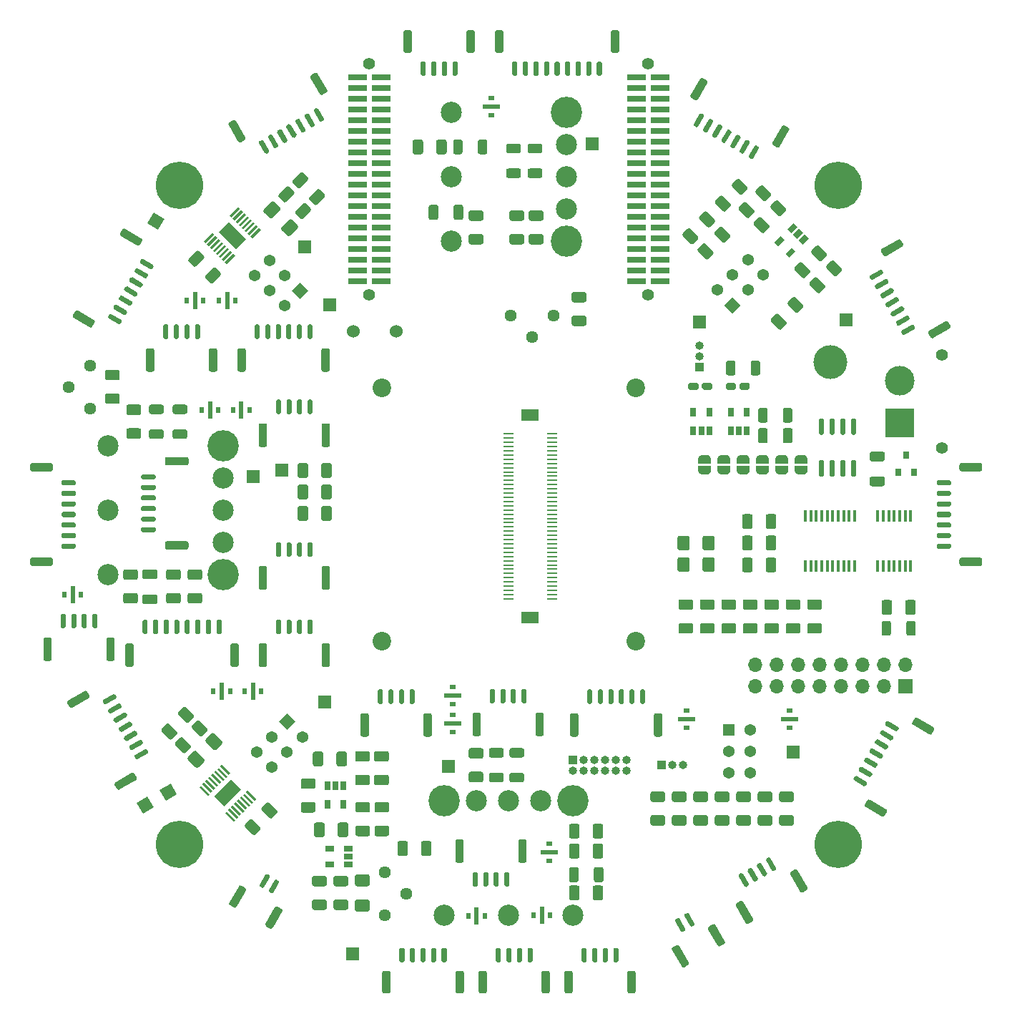
<source format=gts>
%TF.GenerationSoftware,KiCad,Pcbnew,(5.1.12)-1*%
%TF.CreationDate,2021-12-15T00:56:12-05:00*%
%TF.ProjectId,P2_PowerSystem,50325f50-6f77-4657-9253-797374656d2e,rev?*%
%TF.SameCoordinates,Original*%
%TF.FileFunction,Soldermask,Top*%
%TF.FilePolarity,Negative*%
%FSLAX46Y46*%
G04 Gerber Fmt 4.6, Leading zero omitted, Abs format (unit mm)*
G04 Created by KiCad (PCBNEW (5.1.12)-1) date 2021-12-15 00:56:12*
%MOMM*%
%LPD*%
G01*
G04 APERTURE LIST*
%ADD10O,1.000000X1.000000*%
%ADD11R,1.000000X1.000000*%
%ADD12R,0.800000X0.900000*%
%ADD13R,0.650000X1.060000*%
%ADD14C,0.100000*%
%ADD15R,0.600000X0.800000*%
%ADD16R,0.600000X2.000000*%
%ADD17R,0.800000X0.600000*%
%ADD18R,2.000000X0.600000*%
%ADD19R,1.700000X1.700000*%
%ADD20O,1.700000X1.700000*%
%ADD21C,4.000000*%
%ADD22C,3.500000*%
%ADD23R,3.500000X3.500000*%
%ADD24C,1.400000*%
%ADD25R,2.220000X0.740000*%
%ADD26C,1.420000*%
%ADD27C,1.524000*%
%ADD28C,1.440000*%
%ADD29R,0.450000X1.450000*%
%ADD30C,5.600000*%
%ADD31C,2.200000*%
%ADD32R,2.100000X1.400000*%
%ADD33R,1.150000X0.250000*%
%ADD34C,1.370000*%
%ADD35R,1.370000X1.370000*%
%ADD36R,1.060000X0.650000*%
%ADD37C,3.700000*%
%ADD38C,2.500000*%
%ADD39R,1.500000X1.500000*%
G04 APERTURE END LIST*
%TO.C,C46*%
G36*
G01*
X176641999Y-129525600D02*
X177942001Y-129525600D01*
G75*
G02*
X178192000Y-129775599I0J-249999D01*
G01*
X178192000Y-130425601D01*
G75*
G02*
X177942001Y-130675600I-249999J0D01*
G01*
X176641999Y-130675600D01*
G75*
G02*
X176392000Y-130425601I0J249999D01*
G01*
X176392000Y-129775599D01*
G75*
G02*
X176641999Y-129525600I249999J0D01*
G01*
G37*
G36*
G01*
X176641999Y-126575600D02*
X177942001Y-126575600D01*
G75*
G02*
X178192000Y-126825599I0J-249999D01*
G01*
X178192000Y-127475601D01*
G75*
G02*
X177942001Y-127725600I-249999J0D01*
G01*
X176641999Y-127725600D01*
G75*
G02*
X176392000Y-127475601I0J249999D01*
G01*
X176392000Y-126825599D01*
G75*
G02*
X176641999Y-126575600I249999J0D01*
G01*
G37*
%TD*%
%TO.C,C45*%
G36*
G01*
X229855600Y-163337001D02*
X229855600Y-162036999D01*
G75*
G02*
X230105599Y-161787000I249999J0D01*
G01*
X230755601Y-161787000D01*
G75*
G02*
X231005600Y-162036999I0J-249999D01*
G01*
X231005600Y-163337001D01*
G75*
G02*
X230755601Y-163587000I-249999J0D01*
G01*
X230105599Y-163587000D01*
G75*
G02*
X229855600Y-163337001I0J249999D01*
G01*
G37*
G36*
G01*
X226905600Y-163337001D02*
X226905600Y-162036999D01*
G75*
G02*
X227155599Y-161787000I249999J0D01*
G01*
X227805601Y-161787000D01*
G75*
G02*
X228055600Y-162036999I0J-249999D01*
G01*
X228055600Y-163337001D01*
G75*
G02*
X227805601Y-163587000I-249999J0D01*
G01*
X227155599Y-163587000D01*
G75*
G02*
X226905600Y-163337001I0J249999D01*
G01*
G37*
%TD*%
%TO.C,C33*%
G36*
G01*
X213244000Y-84978001D02*
X213244000Y-83677999D01*
G75*
G02*
X213493999Y-83428000I249999J0D01*
G01*
X214144001Y-83428000D01*
G75*
G02*
X214394000Y-83677999I0J-249999D01*
G01*
X214394000Y-84978001D01*
G75*
G02*
X214144001Y-85228000I-249999J0D01*
G01*
X213493999Y-85228000D01*
G75*
G02*
X213244000Y-84978001I0J249999D01*
G01*
G37*
G36*
G01*
X210294000Y-84978001D02*
X210294000Y-83677999D01*
G75*
G02*
X210543999Y-83428000I249999J0D01*
G01*
X211194001Y-83428000D01*
G75*
G02*
X211444000Y-83677999I0J-249999D01*
G01*
X211444000Y-84978001D01*
G75*
G02*
X211194001Y-85228000I-249999J0D01*
G01*
X210543999Y-85228000D01*
G75*
G02*
X210294000Y-84978001I0J249999D01*
G01*
G37*
%TD*%
D10*
%TO.C,JP1*%
X233680000Y-150368000D03*
X233680000Y-149098000D03*
X232410000Y-150368000D03*
X232410000Y-149098000D03*
X231140000Y-150368000D03*
X231140000Y-149098000D03*
X229870000Y-150368000D03*
X229870000Y-149098000D03*
X228600000Y-150368000D03*
X228600000Y-149098000D03*
X227330000Y-150368000D03*
D11*
X227330000Y-149098000D03*
%TD*%
%TO.C,C38*%
G36*
G01*
X196028000Y-116782434D02*
X196028000Y-118032434D01*
G75*
G02*
X195778000Y-118282434I-250000J0D01*
G01*
X195028000Y-118282434D01*
G75*
G02*
X194778000Y-118032434I0J250000D01*
G01*
X194778000Y-116782434D01*
G75*
G02*
X195028000Y-116532434I250000J0D01*
G01*
X195778000Y-116532434D01*
G75*
G02*
X196028000Y-116782434I0J-250000D01*
G01*
G37*
G36*
G01*
X198828000Y-116782434D02*
X198828000Y-118032434D01*
G75*
G02*
X198578000Y-118282434I-250000J0D01*
G01*
X197828000Y-118282434D01*
G75*
G02*
X197578000Y-118032434I0J250000D01*
G01*
X197578000Y-116782434D01*
G75*
G02*
X197828000Y-116532434I250000J0D01*
G01*
X198578000Y-116532434D01*
G75*
G02*
X198828000Y-116782434I0J-250000D01*
G01*
G37*
%TD*%
%TO.C,U15*%
G36*
G01*
X260454000Y-113641000D02*
X260754000Y-113641000D01*
G75*
G02*
X260904000Y-113791000I0J-150000D01*
G01*
X260904000Y-115441000D01*
G75*
G02*
X260754000Y-115591000I-150000J0D01*
G01*
X260454000Y-115591000D01*
G75*
G02*
X260304000Y-115441000I0J150000D01*
G01*
X260304000Y-113791000D01*
G75*
G02*
X260454000Y-113641000I150000J0D01*
G01*
G37*
G36*
G01*
X259184000Y-113641000D02*
X259484000Y-113641000D01*
G75*
G02*
X259634000Y-113791000I0J-150000D01*
G01*
X259634000Y-115441000D01*
G75*
G02*
X259484000Y-115591000I-150000J0D01*
G01*
X259184000Y-115591000D01*
G75*
G02*
X259034000Y-115441000I0J150000D01*
G01*
X259034000Y-113791000D01*
G75*
G02*
X259184000Y-113641000I150000J0D01*
G01*
G37*
G36*
G01*
X257914000Y-113641000D02*
X258214000Y-113641000D01*
G75*
G02*
X258364000Y-113791000I0J-150000D01*
G01*
X258364000Y-115441000D01*
G75*
G02*
X258214000Y-115591000I-150000J0D01*
G01*
X257914000Y-115591000D01*
G75*
G02*
X257764000Y-115441000I0J150000D01*
G01*
X257764000Y-113791000D01*
G75*
G02*
X257914000Y-113641000I150000J0D01*
G01*
G37*
G36*
G01*
X256644000Y-113641000D02*
X256944000Y-113641000D01*
G75*
G02*
X257094000Y-113791000I0J-150000D01*
G01*
X257094000Y-115441000D01*
G75*
G02*
X256944000Y-115591000I-150000J0D01*
G01*
X256644000Y-115591000D01*
G75*
G02*
X256494000Y-115441000I0J150000D01*
G01*
X256494000Y-113791000D01*
G75*
G02*
X256644000Y-113641000I150000J0D01*
G01*
G37*
G36*
G01*
X256644000Y-108691000D02*
X256944000Y-108691000D01*
G75*
G02*
X257094000Y-108841000I0J-150000D01*
G01*
X257094000Y-110491000D01*
G75*
G02*
X256944000Y-110641000I-150000J0D01*
G01*
X256644000Y-110641000D01*
G75*
G02*
X256494000Y-110491000I0J150000D01*
G01*
X256494000Y-108841000D01*
G75*
G02*
X256644000Y-108691000I150000J0D01*
G01*
G37*
G36*
G01*
X257914000Y-108691000D02*
X258214000Y-108691000D01*
G75*
G02*
X258364000Y-108841000I0J-150000D01*
G01*
X258364000Y-110491000D01*
G75*
G02*
X258214000Y-110641000I-150000J0D01*
G01*
X257914000Y-110641000D01*
G75*
G02*
X257764000Y-110491000I0J150000D01*
G01*
X257764000Y-108841000D01*
G75*
G02*
X257914000Y-108691000I150000J0D01*
G01*
G37*
G36*
G01*
X259184000Y-108691000D02*
X259484000Y-108691000D01*
G75*
G02*
X259634000Y-108841000I0J-150000D01*
G01*
X259634000Y-110491000D01*
G75*
G02*
X259484000Y-110641000I-150000J0D01*
G01*
X259184000Y-110641000D01*
G75*
G02*
X259034000Y-110491000I0J150000D01*
G01*
X259034000Y-108841000D01*
G75*
G02*
X259184000Y-108691000I150000J0D01*
G01*
G37*
G36*
G01*
X260454000Y-108691000D02*
X260754000Y-108691000D01*
G75*
G02*
X260904000Y-108841000I0J-150000D01*
G01*
X260904000Y-110491000D01*
G75*
G02*
X260754000Y-110641000I-150000J0D01*
G01*
X260454000Y-110641000D01*
G75*
G02*
X260304000Y-110491000I0J150000D01*
G01*
X260304000Y-108841000D01*
G75*
G02*
X260454000Y-108691000I150000J0D01*
G01*
G37*
%TD*%
D12*
%TO.C,U14*%
X266827000Y-113046000D03*
X267777000Y-115046000D03*
X265877000Y-115046000D03*
%TD*%
D13*
%TO.C,U13*%
X241620000Y-107993000D03*
X243520000Y-107993000D03*
X243520000Y-110193000D03*
X242570000Y-110193000D03*
X241620000Y-110193000D03*
%TD*%
%TO.C,U7*%
X246065000Y-107993000D03*
X247965000Y-107993000D03*
X247965000Y-110193000D03*
X247015000Y-110193000D03*
X246065000Y-110193000D03*
%TD*%
%TO.C,R34*%
G36*
G01*
X181473001Y-108193000D02*
X180222999Y-108193000D01*
G75*
G02*
X179973000Y-107943001I0J249999D01*
G01*
X179973000Y-107317999D01*
G75*
G02*
X180222999Y-107068000I249999J0D01*
G01*
X181473001Y-107068000D01*
G75*
G02*
X181723000Y-107317999I0J-249999D01*
G01*
X181723000Y-107943001D01*
G75*
G02*
X181473001Y-108193000I-249999J0D01*
G01*
G37*
G36*
G01*
X181473001Y-111118000D02*
X180222999Y-111118000D01*
G75*
G02*
X179973000Y-110868001I0J249999D01*
G01*
X179973000Y-110242999D01*
G75*
G02*
X180222999Y-109993000I249999J0D01*
G01*
X181473001Y-109993000D01*
G75*
G02*
X181723000Y-110242999I0J-249999D01*
G01*
X181723000Y-110868001D01*
G75*
G02*
X181473001Y-111118000I-249999J0D01*
G01*
G37*
%TD*%
%TO.C,R33*%
G36*
G01*
X177428999Y-109993000D02*
X178679001Y-109993000D01*
G75*
G02*
X178929000Y-110242999I0J-249999D01*
G01*
X178929000Y-110868001D01*
G75*
G02*
X178679001Y-111118000I-249999J0D01*
G01*
X177428999Y-111118000D01*
G75*
G02*
X177179000Y-110868001I0J249999D01*
G01*
X177179000Y-110242999D01*
G75*
G02*
X177428999Y-109993000I249999J0D01*
G01*
G37*
G36*
G01*
X177428999Y-107068000D02*
X178679001Y-107068000D01*
G75*
G02*
X178929000Y-107317999I0J-249999D01*
G01*
X178929000Y-107943001D01*
G75*
G02*
X178679001Y-108193000I-249999J0D01*
G01*
X177428999Y-108193000D01*
G75*
G02*
X177179000Y-107943001I0J249999D01*
G01*
X177179000Y-107317999D01*
G75*
G02*
X177428999Y-107068000I249999J0D01*
G01*
G37*
%TD*%
%TO.C,R32*%
G36*
G01*
X220100999Y-150633000D02*
X221351001Y-150633000D01*
G75*
G02*
X221601000Y-150882999I0J-249999D01*
G01*
X221601000Y-151508001D01*
G75*
G02*
X221351001Y-151758000I-249999J0D01*
G01*
X220100999Y-151758000D01*
G75*
G02*
X219851000Y-151508001I0J249999D01*
G01*
X219851000Y-150882999D01*
G75*
G02*
X220100999Y-150633000I249999J0D01*
G01*
G37*
G36*
G01*
X220100999Y-147708000D02*
X221351001Y-147708000D01*
G75*
G02*
X221601000Y-147957999I0J-249999D01*
G01*
X221601000Y-148583001D01*
G75*
G02*
X221351001Y-148833000I-249999J0D01*
G01*
X220100999Y-148833000D01*
G75*
G02*
X219851000Y-148583001I0J249999D01*
G01*
X219851000Y-147957999D01*
G75*
G02*
X220100999Y-147708000I249999J0D01*
G01*
G37*
%TD*%
%TO.C,R31*%
G36*
G01*
X218938001Y-148833000D02*
X217687999Y-148833000D01*
G75*
G02*
X217438000Y-148583001I0J249999D01*
G01*
X217438000Y-147957999D01*
G75*
G02*
X217687999Y-147708000I249999J0D01*
G01*
X218938001Y-147708000D01*
G75*
G02*
X219188000Y-147957999I0J-249999D01*
G01*
X219188000Y-148583001D01*
G75*
G02*
X218938001Y-148833000I-249999J0D01*
G01*
G37*
G36*
G01*
X218938001Y-151758000D02*
X217687999Y-151758000D01*
G75*
G02*
X217438000Y-151508001I0J249999D01*
G01*
X217438000Y-150882999D01*
G75*
G02*
X217687999Y-150633000I249999J0D01*
G01*
X218938001Y-150633000D01*
G75*
G02*
X219188000Y-150882999I0J-249999D01*
G01*
X219188000Y-151508001D01*
G75*
G02*
X218938001Y-151758000I-249999J0D01*
G01*
G37*
%TD*%
%TO.C,R30*%
G36*
G01*
X266838000Y-134165501D02*
X266838000Y-132915499D01*
G75*
G02*
X267087999Y-132665500I249999J0D01*
G01*
X267713001Y-132665500D01*
G75*
G02*
X267963000Y-132915499I0J-249999D01*
G01*
X267963000Y-134165501D01*
G75*
G02*
X267713001Y-134415500I-249999J0D01*
G01*
X267087999Y-134415500D01*
G75*
G02*
X266838000Y-134165501I0J249999D01*
G01*
G37*
G36*
G01*
X263913000Y-134165501D02*
X263913000Y-132915499D01*
G75*
G02*
X264162999Y-132665500I249999J0D01*
G01*
X264788001Y-132665500D01*
G75*
G02*
X265038000Y-132915499I0J-249999D01*
G01*
X265038000Y-134165501D01*
G75*
G02*
X264788001Y-134415500I-249999J0D01*
G01*
X264162999Y-134415500D01*
G75*
G02*
X263913000Y-134165501I0J249999D01*
G01*
G37*
%TD*%
%TO.C,R29*%
G36*
G01*
X252233000Y-108956001D02*
X252233000Y-107705999D01*
G75*
G02*
X252482999Y-107456000I249999J0D01*
G01*
X253108001Y-107456000D01*
G75*
G02*
X253358000Y-107705999I0J-249999D01*
G01*
X253358000Y-108956001D01*
G75*
G02*
X253108001Y-109206000I-249999J0D01*
G01*
X252482999Y-109206000D01*
G75*
G02*
X252233000Y-108956001I0J249999D01*
G01*
G37*
G36*
G01*
X249308000Y-108956001D02*
X249308000Y-107705999D01*
G75*
G02*
X249557999Y-107456000I249999J0D01*
G01*
X250183001Y-107456000D01*
G75*
G02*
X250433000Y-107705999I0J-249999D01*
G01*
X250433000Y-108956001D01*
G75*
G02*
X250183001Y-109206000I-249999J0D01*
G01*
X249557999Y-109206000D01*
G75*
G02*
X249308000Y-108956001I0J249999D01*
G01*
G37*
%TD*%
%TO.C,R7*%
G36*
G01*
X248423000Y-103368001D02*
X248423000Y-102117999D01*
G75*
G02*
X248672999Y-101868000I249999J0D01*
G01*
X249298001Y-101868000D01*
G75*
G02*
X249548000Y-102117999I0J-249999D01*
G01*
X249548000Y-103368001D01*
G75*
G02*
X249298001Y-103618000I-249999J0D01*
G01*
X248672999Y-103618000D01*
G75*
G02*
X248423000Y-103368001I0J249999D01*
G01*
G37*
G36*
G01*
X245498000Y-103368001D02*
X245498000Y-102117999D01*
G75*
G02*
X245747999Y-101868000I249999J0D01*
G01*
X246373001Y-101868000D01*
G75*
G02*
X246623000Y-102117999I0J-249999D01*
G01*
X246623000Y-103368001D01*
G75*
G02*
X246373001Y-103618000I-249999J0D01*
G01*
X245747999Y-103618000D01*
G75*
G02*
X245498000Y-103368001I0J249999D01*
G01*
G37*
%TD*%
%TO.C,R3*%
G36*
G01*
X222259999Y-79132000D02*
X223510001Y-79132000D01*
G75*
G02*
X223760000Y-79381999I0J-249999D01*
G01*
X223760000Y-80007001D01*
G75*
G02*
X223510001Y-80257000I-249999J0D01*
G01*
X222259999Y-80257000D01*
G75*
G02*
X222010000Y-80007001I0J249999D01*
G01*
X222010000Y-79381999D01*
G75*
G02*
X222259999Y-79132000I249999J0D01*
G01*
G37*
G36*
G01*
X222259999Y-76207000D02*
X223510001Y-76207000D01*
G75*
G02*
X223760000Y-76456999I0J-249999D01*
G01*
X223760000Y-77082001D01*
G75*
G02*
X223510001Y-77332000I-249999J0D01*
G01*
X222259999Y-77332000D01*
G75*
G02*
X222010000Y-77082001I0J249999D01*
G01*
X222010000Y-76456999D01*
G75*
G02*
X222259999Y-76207000I249999J0D01*
G01*
G37*
%TD*%
%TO.C,R2*%
G36*
G01*
X220970001Y-77332000D02*
X219719999Y-77332000D01*
G75*
G02*
X219470000Y-77082001I0J249999D01*
G01*
X219470000Y-76456999D01*
G75*
G02*
X219719999Y-76207000I249999J0D01*
G01*
X220970001Y-76207000D01*
G75*
G02*
X221220000Y-76456999I0J-249999D01*
G01*
X221220000Y-77082001D01*
G75*
G02*
X220970001Y-77332000I-249999J0D01*
G01*
G37*
G36*
G01*
X220970001Y-80257000D02*
X219719999Y-80257000D01*
G75*
G02*
X219470000Y-80007001I0J249999D01*
G01*
X219470000Y-79381999D01*
G75*
G02*
X219719999Y-79132000I249999J0D01*
G01*
X220970001Y-79132000D01*
G75*
G02*
X221220000Y-79381999I0J-249999D01*
G01*
X221220000Y-80007001D01*
G75*
G02*
X220970001Y-80257000I-249999J0D01*
G01*
G37*
%TD*%
%TO.C,R1*%
G36*
G01*
X214314200Y-75955999D02*
X214314200Y-77206001D01*
G75*
G02*
X214064201Y-77456000I-249999J0D01*
G01*
X213439199Y-77456000D01*
G75*
G02*
X213189200Y-77206001I0J249999D01*
G01*
X213189200Y-75955999D01*
G75*
G02*
X213439199Y-75706000I249999J0D01*
G01*
X214064201Y-75706000D01*
G75*
G02*
X214314200Y-75955999I0J-249999D01*
G01*
G37*
G36*
G01*
X217239200Y-75955999D02*
X217239200Y-77206001D01*
G75*
G02*
X216989201Y-77456000I-249999J0D01*
G01*
X216364199Y-77456000D01*
G75*
G02*
X216114200Y-77206001I0J249999D01*
G01*
X216114200Y-75955999D01*
G75*
G02*
X216364199Y-75706000I249999J0D01*
G01*
X216989201Y-75706000D01*
G75*
G02*
X217239200Y-75955999I0J-249999D01*
G01*
G37*
%TD*%
D10*
%TO.C,JP14*%
X242316000Y-100076000D03*
X242316000Y-101346000D03*
D11*
X242316000Y-102616000D03*
%TD*%
D14*
%TO.C,JP13*%
G36*
X255130398Y-114823000D02*
G01*
X255130398Y-114847534D01*
X255125588Y-114896365D01*
X255116016Y-114944490D01*
X255101772Y-114991445D01*
X255082995Y-115036778D01*
X255059864Y-115080051D01*
X255032604Y-115120850D01*
X255001476Y-115158779D01*
X254966779Y-115193476D01*
X254928850Y-115224604D01*
X254888051Y-115251864D01*
X254844778Y-115274995D01*
X254799445Y-115293772D01*
X254752490Y-115308016D01*
X254704365Y-115317588D01*
X254655534Y-115322398D01*
X254631000Y-115322398D01*
X254631000Y-115323000D01*
X254131000Y-115323000D01*
X254131000Y-115322398D01*
X254106466Y-115322398D01*
X254057635Y-115317588D01*
X254009510Y-115308016D01*
X253962555Y-115293772D01*
X253917222Y-115274995D01*
X253873949Y-115251864D01*
X253833150Y-115224604D01*
X253795221Y-115193476D01*
X253760524Y-115158779D01*
X253729396Y-115120850D01*
X253702136Y-115080051D01*
X253679005Y-115036778D01*
X253660228Y-114991445D01*
X253645984Y-114944490D01*
X253636412Y-114896365D01*
X253631602Y-114847534D01*
X253631602Y-114823000D01*
X253631000Y-114823000D01*
X253631000Y-114323000D01*
X255131000Y-114323000D01*
X255131000Y-114823000D01*
X255130398Y-114823000D01*
G37*
G36*
X253631000Y-114023000D02*
G01*
X253631000Y-113523000D01*
X253631602Y-113523000D01*
X253631602Y-113498466D01*
X253636412Y-113449635D01*
X253645984Y-113401510D01*
X253660228Y-113354555D01*
X253679005Y-113309222D01*
X253702136Y-113265949D01*
X253729396Y-113225150D01*
X253760524Y-113187221D01*
X253795221Y-113152524D01*
X253833150Y-113121396D01*
X253873949Y-113094136D01*
X253917222Y-113071005D01*
X253962555Y-113052228D01*
X254009510Y-113037984D01*
X254057635Y-113028412D01*
X254106466Y-113023602D01*
X254131000Y-113023602D01*
X254131000Y-113023000D01*
X254631000Y-113023000D01*
X254631000Y-113023602D01*
X254655534Y-113023602D01*
X254704365Y-113028412D01*
X254752490Y-113037984D01*
X254799445Y-113052228D01*
X254844778Y-113071005D01*
X254888051Y-113094136D01*
X254928850Y-113121396D01*
X254966779Y-113152524D01*
X255001476Y-113187221D01*
X255032604Y-113225150D01*
X255059864Y-113265949D01*
X255082995Y-113309222D01*
X255101772Y-113354555D01*
X255116016Y-113401510D01*
X255125588Y-113449635D01*
X255130398Y-113498466D01*
X255130398Y-113523000D01*
X255131000Y-113523000D01*
X255131000Y-114023000D01*
X253631000Y-114023000D01*
G37*
%TD*%
%TO.C,JP12*%
G36*
X252844398Y-114823000D02*
G01*
X252844398Y-114847534D01*
X252839588Y-114896365D01*
X252830016Y-114944490D01*
X252815772Y-114991445D01*
X252796995Y-115036778D01*
X252773864Y-115080051D01*
X252746604Y-115120850D01*
X252715476Y-115158779D01*
X252680779Y-115193476D01*
X252642850Y-115224604D01*
X252602051Y-115251864D01*
X252558778Y-115274995D01*
X252513445Y-115293772D01*
X252466490Y-115308016D01*
X252418365Y-115317588D01*
X252369534Y-115322398D01*
X252345000Y-115322398D01*
X252345000Y-115323000D01*
X251845000Y-115323000D01*
X251845000Y-115322398D01*
X251820466Y-115322398D01*
X251771635Y-115317588D01*
X251723510Y-115308016D01*
X251676555Y-115293772D01*
X251631222Y-115274995D01*
X251587949Y-115251864D01*
X251547150Y-115224604D01*
X251509221Y-115193476D01*
X251474524Y-115158779D01*
X251443396Y-115120850D01*
X251416136Y-115080051D01*
X251393005Y-115036778D01*
X251374228Y-114991445D01*
X251359984Y-114944490D01*
X251350412Y-114896365D01*
X251345602Y-114847534D01*
X251345602Y-114823000D01*
X251345000Y-114823000D01*
X251345000Y-114323000D01*
X252845000Y-114323000D01*
X252845000Y-114823000D01*
X252844398Y-114823000D01*
G37*
G36*
X251345000Y-114023000D02*
G01*
X251345000Y-113523000D01*
X251345602Y-113523000D01*
X251345602Y-113498466D01*
X251350412Y-113449635D01*
X251359984Y-113401510D01*
X251374228Y-113354555D01*
X251393005Y-113309222D01*
X251416136Y-113265949D01*
X251443396Y-113225150D01*
X251474524Y-113187221D01*
X251509221Y-113152524D01*
X251547150Y-113121396D01*
X251587949Y-113094136D01*
X251631222Y-113071005D01*
X251676555Y-113052228D01*
X251723510Y-113037984D01*
X251771635Y-113028412D01*
X251820466Y-113023602D01*
X251845000Y-113023602D01*
X251845000Y-113023000D01*
X252345000Y-113023000D01*
X252345000Y-113023602D01*
X252369534Y-113023602D01*
X252418365Y-113028412D01*
X252466490Y-113037984D01*
X252513445Y-113052228D01*
X252558778Y-113071005D01*
X252602051Y-113094136D01*
X252642850Y-113121396D01*
X252680779Y-113152524D01*
X252715476Y-113187221D01*
X252746604Y-113225150D01*
X252773864Y-113265949D01*
X252796995Y-113309222D01*
X252815772Y-113354555D01*
X252830016Y-113401510D01*
X252839588Y-113449635D01*
X252844398Y-113498466D01*
X252844398Y-113523000D01*
X252845000Y-113523000D01*
X252845000Y-114023000D01*
X251345000Y-114023000D01*
G37*
%TD*%
%TO.C,JP11*%
G36*
X250558398Y-114823000D02*
G01*
X250558398Y-114847534D01*
X250553588Y-114896365D01*
X250544016Y-114944490D01*
X250529772Y-114991445D01*
X250510995Y-115036778D01*
X250487864Y-115080051D01*
X250460604Y-115120850D01*
X250429476Y-115158779D01*
X250394779Y-115193476D01*
X250356850Y-115224604D01*
X250316051Y-115251864D01*
X250272778Y-115274995D01*
X250227445Y-115293772D01*
X250180490Y-115308016D01*
X250132365Y-115317588D01*
X250083534Y-115322398D01*
X250059000Y-115322398D01*
X250059000Y-115323000D01*
X249559000Y-115323000D01*
X249559000Y-115322398D01*
X249534466Y-115322398D01*
X249485635Y-115317588D01*
X249437510Y-115308016D01*
X249390555Y-115293772D01*
X249345222Y-115274995D01*
X249301949Y-115251864D01*
X249261150Y-115224604D01*
X249223221Y-115193476D01*
X249188524Y-115158779D01*
X249157396Y-115120850D01*
X249130136Y-115080051D01*
X249107005Y-115036778D01*
X249088228Y-114991445D01*
X249073984Y-114944490D01*
X249064412Y-114896365D01*
X249059602Y-114847534D01*
X249059602Y-114823000D01*
X249059000Y-114823000D01*
X249059000Y-114323000D01*
X250559000Y-114323000D01*
X250559000Y-114823000D01*
X250558398Y-114823000D01*
G37*
G36*
X249059000Y-114023000D02*
G01*
X249059000Y-113523000D01*
X249059602Y-113523000D01*
X249059602Y-113498466D01*
X249064412Y-113449635D01*
X249073984Y-113401510D01*
X249088228Y-113354555D01*
X249107005Y-113309222D01*
X249130136Y-113265949D01*
X249157396Y-113225150D01*
X249188524Y-113187221D01*
X249223221Y-113152524D01*
X249261150Y-113121396D01*
X249301949Y-113094136D01*
X249345222Y-113071005D01*
X249390555Y-113052228D01*
X249437510Y-113037984D01*
X249485635Y-113028412D01*
X249534466Y-113023602D01*
X249559000Y-113023602D01*
X249559000Y-113023000D01*
X250059000Y-113023000D01*
X250059000Y-113023602D01*
X250083534Y-113023602D01*
X250132365Y-113028412D01*
X250180490Y-113037984D01*
X250227445Y-113052228D01*
X250272778Y-113071005D01*
X250316051Y-113094136D01*
X250356850Y-113121396D01*
X250394779Y-113152524D01*
X250429476Y-113187221D01*
X250460604Y-113225150D01*
X250487864Y-113265949D01*
X250510995Y-113309222D01*
X250529772Y-113354555D01*
X250544016Y-113401510D01*
X250553588Y-113449635D01*
X250558398Y-113498466D01*
X250558398Y-113523000D01*
X250559000Y-113523000D01*
X250559000Y-114023000D01*
X249059000Y-114023000D01*
G37*
%TD*%
%TO.C,JP10*%
G36*
X246773602Y-113523000D02*
G01*
X246773602Y-113498466D01*
X246778412Y-113449635D01*
X246787984Y-113401510D01*
X246802228Y-113354555D01*
X246821005Y-113309222D01*
X246844136Y-113265949D01*
X246871396Y-113225150D01*
X246902524Y-113187221D01*
X246937221Y-113152524D01*
X246975150Y-113121396D01*
X247015949Y-113094136D01*
X247059222Y-113071005D01*
X247104555Y-113052228D01*
X247151510Y-113037984D01*
X247199635Y-113028412D01*
X247248466Y-113023602D01*
X247273000Y-113023602D01*
X247273000Y-113023000D01*
X247773000Y-113023000D01*
X247773000Y-113023602D01*
X247797534Y-113023602D01*
X247846365Y-113028412D01*
X247894490Y-113037984D01*
X247941445Y-113052228D01*
X247986778Y-113071005D01*
X248030051Y-113094136D01*
X248070850Y-113121396D01*
X248108779Y-113152524D01*
X248143476Y-113187221D01*
X248174604Y-113225150D01*
X248201864Y-113265949D01*
X248224995Y-113309222D01*
X248243772Y-113354555D01*
X248258016Y-113401510D01*
X248267588Y-113449635D01*
X248272398Y-113498466D01*
X248272398Y-113523000D01*
X248273000Y-113523000D01*
X248273000Y-114023000D01*
X246773000Y-114023000D01*
X246773000Y-113523000D01*
X246773602Y-113523000D01*
G37*
G36*
X248273000Y-114323000D02*
G01*
X248273000Y-114823000D01*
X248272398Y-114823000D01*
X248272398Y-114847534D01*
X248267588Y-114896365D01*
X248258016Y-114944490D01*
X248243772Y-114991445D01*
X248224995Y-115036778D01*
X248201864Y-115080051D01*
X248174604Y-115120850D01*
X248143476Y-115158779D01*
X248108779Y-115193476D01*
X248070850Y-115224604D01*
X248030051Y-115251864D01*
X247986778Y-115274995D01*
X247941445Y-115293772D01*
X247894490Y-115308016D01*
X247846365Y-115317588D01*
X247797534Y-115322398D01*
X247773000Y-115322398D01*
X247773000Y-115323000D01*
X247273000Y-115323000D01*
X247273000Y-115322398D01*
X247248466Y-115322398D01*
X247199635Y-115317588D01*
X247151510Y-115308016D01*
X247104555Y-115293772D01*
X247059222Y-115274995D01*
X247015949Y-115251864D01*
X246975150Y-115224604D01*
X246937221Y-115193476D01*
X246902524Y-115158779D01*
X246871396Y-115120850D01*
X246844136Y-115080051D01*
X246821005Y-115036778D01*
X246802228Y-114991445D01*
X246787984Y-114944490D01*
X246778412Y-114896365D01*
X246773602Y-114847534D01*
X246773602Y-114823000D01*
X246773000Y-114823000D01*
X246773000Y-114323000D01*
X248273000Y-114323000D01*
G37*
%TD*%
%TO.C,JP9*%
G36*
X242201602Y-113523000D02*
G01*
X242201602Y-113498466D01*
X242206412Y-113449635D01*
X242215984Y-113401510D01*
X242230228Y-113354555D01*
X242249005Y-113309222D01*
X242272136Y-113265949D01*
X242299396Y-113225150D01*
X242330524Y-113187221D01*
X242365221Y-113152524D01*
X242403150Y-113121396D01*
X242443949Y-113094136D01*
X242487222Y-113071005D01*
X242532555Y-113052228D01*
X242579510Y-113037984D01*
X242627635Y-113028412D01*
X242676466Y-113023602D01*
X242701000Y-113023602D01*
X242701000Y-113023000D01*
X243201000Y-113023000D01*
X243201000Y-113023602D01*
X243225534Y-113023602D01*
X243274365Y-113028412D01*
X243322490Y-113037984D01*
X243369445Y-113052228D01*
X243414778Y-113071005D01*
X243458051Y-113094136D01*
X243498850Y-113121396D01*
X243536779Y-113152524D01*
X243571476Y-113187221D01*
X243602604Y-113225150D01*
X243629864Y-113265949D01*
X243652995Y-113309222D01*
X243671772Y-113354555D01*
X243686016Y-113401510D01*
X243695588Y-113449635D01*
X243700398Y-113498466D01*
X243700398Y-113523000D01*
X243701000Y-113523000D01*
X243701000Y-114023000D01*
X242201000Y-114023000D01*
X242201000Y-113523000D01*
X242201602Y-113523000D01*
G37*
G36*
X243701000Y-114323000D02*
G01*
X243701000Y-114823000D01*
X243700398Y-114823000D01*
X243700398Y-114847534D01*
X243695588Y-114896365D01*
X243686016Y-114944490D01*
X243671772Y-114991445D01*
X243652995Y-115036778D01*
X243629864Y-115080051D01*
X243602604Y-115120850D01*
X243571476Y-115158779D01*
X243536779Y-115193476D01*
X243498850Y-115224604D01*
X243458051Y-115251864D01*
X243414778Y-115274995D01*
X243369445Y-115293772D01*
X243322490Y-115308016D01*
X243274365Y-115317588D01*
X243225534Y-115322398D01*
X243201000Y-115322398D01*
X243201000Y-115323000D01*
X242701000Y-115323000D01*
X242701000Y-115322398D01*
X242676466Y-115322398D01*
X242627635Y-115317588D01*
X242579510Y-115308016D01*
X242532555Y-115293772D01*
X242487222Y-115274995D01*
X242443949Y-115251864D01*
X242403150Y-115224604D01*
X242365221Y-115193476D01*
X242330524Y-115158779D01*
X242299396Y-115120850D01*
X242272136Y-115080051D01*
X242249005Y-115036778D01*
X242230228Y-114991445D01*
X242215984Y-114944490D01*
X242206412Y-114896365D01*
X242201602Y-114847534D01*
X242201602Y-114823000D01*
X242201000Y-114823000D01*
X242201000Y-114323000D01*
X243701000Y-114323000D01*
G37*
%TD*%
%TO.C,JP8*%
G36*
X244487602Y-113523000D02*
G01*
X244487602Y-113498466D01*
X244492412Y-113449635D01*
X244501984Y-113401510D01*
X244516228Y-113354555D01*
X244535005Y-113309222D01*
X244558136Y-113265949D01*
X244585396Y-113225150D01*
X244616524Y-113187221D01*
X244651221Y-113152524D01*
X244689150Y-113121396D01*
X244729949Y-113094136D01*
X244773222Y-113071005D01*
X244818555Y-113052228D01*
X244865510Y-113037984D01*
X244913635Y-113028412D01*
X244962466Y-113023602D01*
X244987000Y-113023602D01*
X244987000Y-113023000D01*
X245487000Y-113023000D01*
X245487000Y-113023602D01*
X245511534Y-113023602D01*
X245560365Y-113028412D01*
X245608490Y-113037984D01*
X245655445Y-113052228D01*
X245700778Y-113071005D01*
X245744051Y-113094136D01*
X245784850Y-113121396D01*
X245822779Y-113152524D01*
X245857476Y-113187221D01*
X245888604Y-113225150D01*
X245915864Y-113265949D01*
X245938995Y-113309222D01*
X245957772Y-113354555D01*
X245972016Y-113401510D01*
X245981588Y-113449635D01*
X245986398Y-113498466D01*
X245986398Y-113523000D01*
X245987000Y-113523000D01*
X245987000Y-114023000D01*
X244487000Y-114023000D01*
X244487000Y-113523000D01*
X244487602Y-113523000D01*
G37*
G36*
X245987000Y-114323000D02*
G01*
X245987000Y-114823000D01*
X245986398Y-114823000D01*
X245986398Y-114847534D01*
X245981588Y-114896365D01*
X245972016Y-114944490D01*
X245957772Y-114991445D01*
X245938995Y-115036778D01*
X245915864Y-115080051D01*
X245888604Y-115120850D01*
X245857476Y-115158779D01*
X245822779Y-115193476D01*
X245784850Y-115224604D01*
X245744051Y-115251864D01*
X245700778Y-115274995D01*
X245655445Y-115293772D01*
X245608490Y-115308016D01*
X245560365Y-115317588D01*
X245511534Y-115322398D01*
X245487000Y-115322398D01*
X245487000Y-115323000D01*
X244987000Y-115323000D01*
X244987000Y-115322398D01*
X244962466Y-115322398D01*
X244913635Y-115317588D01*
X244865510Y-115308016D01*
X244818555Y-115293772D01*
X244773222Y-115274995D01*
X244729949Y-115251864D01*
X244689150Y-115224604D01*
X244651221Y-115193476D01*
X244616524Y-115158779D01*
X244585396Y-115120850D01*
X244558136Y-115080051D01*
X244535005Y-115036778D01*
X244516228Y-114991445D01*
X244501984Y-114944490D01*
X244492412Y-114896365D01*
X244487602Y-114847534D01*
X244487602Y-114823000D01*
X244487000Y-114823000D01*
X244487000Y-114323000D01*
X245987000Y-114323000D01*
G37*
%TD*%
%TO.C,D14*%
G36*
G01*
X174762000Y-109868000D02*
X176012000Y-109868000D01*
G75*
G02*
X176262000Y-110118000I0J-250000D01*
G01*
X176262000Y-110868000D01*
G75*
G02*
X176012000Y-111118000I-250000J0D01*
G01*
X174762000Y-111118000D01*
G75*
G02*
X174512000Y-110868000I0J250000D01*
G01*
X174512000Y-110118000D01*
G75*
G02*
X174762000Y-109868000I250000J0D01*
G01*
G37*
G36*
G01*
X174762000Y-107068000D02*
X176012000Y-107068000D01*
G75*
G02*
X176262000Y-107318000I0J-250000D01*
G01*
X176262000Y-108068000D01*
G75*
G02*
X176012000Y-108318000I-250000J0D01*
G01*
X174762000Y-108318000D01*
G75*
G02*
X174512000Y-108068000I0J250000D01*
G01*
X174512000Y-107318000D01*
G75*
G02*
X174762000Y-107068000I250000J0D01*
G01*
G37*
%TD*%
%TO.C,D13*%
G36*
G01*
X216525000Y-148958000D02*
X215275000Y-148958000D01*
G75*
G02*
X215025000Y-148708000I0J250000D01*
G01*
X215025000Y-147958000D01*
G75*
G02*
X215275000Y-147708000I250000J0D01*
G01*
X216525000Y-147708000D01*
G75*
G02*
X216775000Y-147958000I0J-250000D01*
G01*
X216775000Y-148708000D01*
G75*
G02*
X216525000Y-148958000I-250000J0D01*
G01*
G37*
G36*
G01*
X216525000Y-151758000D02*
X215275000Y-151758000D01*
G75*
G02*
X215025000Y-151508000I0J250000D01*
G01*
X215025000Y-150758000D01*
G75*
G02*
X215275000Y-150508000I250000J0D01*
G01*
X216525000Y-150508000D01*
G75*
G02*
X216775000Y-150758000I0J-250000D01*
G01*
X216775000Y-151508000D01*
G75*
G02*
X216525000Y-151758000I-250000J0D01*
G01*
G37*
%TD*%
%TO.C,D12*%
G36*
G01*
X211188600Y-77206000D02*
X211188600Y-75956000D01*
G75*
G02*
X211438600Y-75706000I250000J0D01*
G01*
X212188600Y-75706000D01*
G75*
G02*
X212438600Y-75956000I0J-250000D01*
G01*
X212438600Y-77206000D01*
G75*
G02*
X212188600Y-77456000I-250000J0D01*
G01*
X211438600Y-77456000D01*
G75*
G02*
X211188600Y-77206000I0J250000D01*
G01*
G37*
G36*
G01*
X208388600Y-77206000D02*
X208388600Y-75956000D01*
G75*
G02*
X208638600Y-75706000I250000J0D01*
G01*
X209388600Y-75706000D01*
G75*
G02*
X209638600Y-75956000I0J-250000D01*
G01*
X209638600Y-77206000D01*
G75*
G02*
X209388600Y-77456000I-250000J0D01*
G01*
X208638600Y-77456000D01*
G75*
G02*
X208388600Y-77206000I0J250000D01*
G01*
G37*
%TD*%
%TO.C,D11*%
G36*
G01*
X242643000Y-105114500D02*
X242643000Y-104689500D01*
G75*
G02*
X242855500Y-104477000I212500J0D01*
G01*
X243655500Y-104477000D01*
G75*
G02*
X243868000Y-104689500I0J-212500D01*
G01*
X243868000Y-105114500D01*
G75*
G02*
X243655500Y-105327000I-212500J0D01*
G01*
X242855500Y-105327000D01*
G75*
G02*
X242643000Y-105114500I0J212500D01*
G01*
G37*
G36*
G01*
X241018000Y-105114500D02*
X241018000Y-104689500D01*
G75*
G02*
X241230500Y-104477000I212500J0D01*
G01*
X242030500Y-104477000D01*
G75*
G02*
X242243000Y-104689500I0J-212500D01*
G01*
X242243000Y-105114500D01*
G75*
G02*
X242030500Y-105327000I-212500J0D01*
G01*
X241230500Y-105327000D01*
G75*
G02*
X241018000Y-105114500I0J212500D01*
G01*
G37*
%TD*%
%TO.C,D10*%
G36*
G01*
X247088000Y-105114500D02*
X247088000Y-104689500D01*
G75*
G02*
X247300500Y-104477000I212500J0D01*
G01*
X248100500Y-104477000D01*
G75*
G02*
X248313000Y-104689500I0J-212500D01*
G01*
X248313000Y-105114500D01*
G75*
G02*
X248100500Y-105327000I-212500J0D01*
G01*
X247300500Y-105327000D01*
G75*
G02*
X247088000Y-105114500I0J212500D01*
G01*
G37*
G36*
G01*
X245463000Y-105114500D02*
X245463000Y-104689500D01*
G75*
G02*
X245675500Y-104477000I212500J0D01*
G01*
X246475500Y-104477000D01*
G75*
G02*
X246688000Y-104689500I0J-212500D01*
G01*
X246688000Y-105114500D01*
G75*
G02*
X246475500Y-105327000I-212500J0D01*
G01*
X245675500Y-105327000D01*
G75*
G02*
X245463000Y-105114500I0J212500D01*
G01*
G37*
%TD*%
%TO.C,C44*%
G36*
G01*
X252233000Y-111394001D02*
X252233000Y-110093999D01*
G75*
G02*
X252482999Y-109844000I249999J0D01*
G01*
X253133001Y-109844000D01*
G75*
G02*
X253383000Y-110093999I0J-249999D01*
G01*
X253383000Y-111394001D01*
G75*
G02*
X253133001Y-111644000I-249999J0D01*
G01*
X252482999Y-111644000D01*
G75*
G02*
X252233000Y-111394001I0J249999D01*
G01*
G37*
G36*
G01*
X249283000Y-111394001D02*
X249283000Y-110093999D01*
G75*
G02*
X249532999Y-109844000I249999J0D01*
G01*
X250183001Y-109844000D01*
G75*
G02*
X250433000Y-110093999I0J-249999D01*
G01*
X250433000Y-111394001D01*
G75*
G02*
X250183001Y-111644000I-249999J0D01*
G01*
X249532999Y-111644000D01*
G75*
G02*
X249283000Y-111394001I0J249999D01*
G01*
G37*
%TD*%
%TO.C,C43*%
G36*
G01*
X264048001Y-113781000D02*
X262747999Y-113781000D01*
G75*
G02*
X262498000Y-113531001I0J249999D01*
G01*
X262498000Y-112880999D01*
G75*
G02*
X262747999Y-112631000I249999J0D01*
G01*
X264048001Y-112631000D01*
G75*
G02*
X264298000Y-112880999I0J-249999D01*
G01*
X264298000Y-113531001D01*
G75*
G02*
X264048001Y-113781000I-249999J0D01*
G01*
G37*
G36*
G01*
X264048001Y-116731000D02*
X262747999Y-116731000D01*
G75*
G02*
X262498000Y-116481001I0J249999D01*
G01*
X262498000Y-115830999D01*
G75*
G02*
X262747999Y-115581000I249999J0D01*
G01*
X264048001Y-115581000D01*
G75*
G02*
X264298000Y-115830999I0J-249999D01*
G01*
X264298000Y-116481001D01*
G75*
G02*
X264048001Y-116731000I-249999J0D01*
G01*
G37*
%TD*%
%TO.C,J11*%
G36*
G01*
X190985401Y-168463262D02*
X192085401Y-166558006D01*
G75*
G02*
X192426907Y-166466500I216506J-125000D01*
G01*
X192859919Y-166716500D01*
G75*
G02*
X192951425Y-167058006I-125000J-216506D01*
G01*
X191851425Y-168963262D01*
G75*
G02*
X191509919Y-169054768I-216506J125000D01*
G01*
X191076907Y-168804768D01*
G75*
G02*
X190985401Y-168463262I125000J216506D01*
G01*
G37*
G36*
G01*
X186698575Y-165988262D02*
X187798575Y-164083006D01*
G75*
G02*
X188140081Y-163991500I216506J-125000D01*
G01*
X188573093Y-164241500D01*
G75*
G02*
X188664599Y-164583006I-125000J-216506D01*
G01*
X187564599Y-166488262D01*
G75*
G02*
X187223093Y-166579768I-216506J125000D01*
G01*
X186790081Y-166329768D01*
G75*
G02*
X186698575Y-165988262I125000J216506D01*
G01*
G37*
G36*
G01*
X191356458Y-164520571D02*
X192056458Y-163308135D01*
G75*
G02*
X192261362Y-163253231I129904J-75000D01*
G01*
X192521170Y-163403231D01*
G75*
G02*
X192576074Y-163608135I-75000J-129904D01*
G01*
X191876074Y-164820571D01*
G75*
G02*
X191671170Y-164875475I-129904J75000D01*
G01*
X191411362Y-164725475D01*
G75*
G02*
X191356458Y-164520571I75000J129904D01*
G01*
G37*
G36*
G01*
X190273926Y-163895571D02*
X190973926Y-162683135D01*
G75*
G02*
X191178830Y-162628231I129904J-75000D01*
G01*
X191438638Y-162778231D01*
G75*
G02*
X191493542Y-162983135I-75000J-129904D01*
G01*
X190793542Y-164195571D01*
G75*
G02*
X190588638Y-164250475I-129904J75000D01*
G01*
X190328830Y-164100475D01*
G75*
G02*
X190273926Y-163895571I75000J129904D01*
G01*
G37*
%TD*%
%TO.C,J10*%
G36*
G01*
X165685000Y-134870000D02*
X165685000Y-137170000D01*
G75*
G02*
X165435000Y-137420000I-250000J0D01*
G01*
X164935000Y-137420000D01*
G75*
G02*
X164685000Y-137170000I0J250000D01*
G01*
X164685000Y-134870000D01*
G75*
G02*
X164935000Y-134620000I250000J0D01*
G01*
X165435000Y-134620000D01*
G75*
G02*
X165685000Y-134870000I0J-250000D01*
G01*
G37*
G36*
G01*
X173135000Y-134870000D02*
X173135000Y-137170000D01*
G75*
G02*
X172885000Y-137420000I-250000J0D01*
G01*
X172385000Y-137420000D01*
G75*
G02*
X172135000Y-137170000I0J250000D01*
G01*
X172135000Y-134870000D01*
G75*
G02*
X172385000Y-134620000I250000J0D01*
G01*
X172885000Y-134620000D01*
G75*
G02*
X173135000Y-134870000I0J-250000D01*
G01*
G37*
G36*
G01*
X167335000Y-131970000D02*
X167335000Y-133370000D01*
G75*
G02*
X167185000Y-133520000I-150000J0D01*
G01*
X166885000Y-133520000D01*
G75*
G02*
X166735000Y-133370000I0J150000D01*
G01*
X166735000Y-131970000D01*
G75*
G02*
X166885000Y-131820000I150000J0D01*
G01*
X167185000Y-131820000D01*
G75*
G02*
X167335000Y-131970000I0J-150000D01*
G01*
G37*
G36*
G01*
X168585000Y-131970000D02*
X168585000Y-133370000D01*
G75*
G02*
X168435000Y-133520000I-150000J0D01*
G01*
X168135000Y-133520000D01*
G75*
G02*
X167985000Y-133370000I0J150000D01*
G01*
X167985000Y-131970000D01*
G75*
G02*
X168135000Y-131820000I150000J0D01*
G01*
X168435000Y-131820000D01*
G75*
G02*
X168585000Y-131970000I0J-150000D01*
G01*
G37*
G36*
G01*
X169835000Y-131970000D02*
X169835000Y-133370000D01*
G75*
G02*
X169685000Y-133520000I-150000J0D01*
G01*
X169385000Y-133520000D01*
G75*
G02*
X169235000Y-133370000I0J150000D01*
G01*
X169235000Y-131970000D01*
G75*
G02*
X169385000Y-131820000I150000J0D01*
G01*
X169685000Y-131820000D01*
G75*
G02*
X169835000Y-131970000I0J-150000D01*
G01*
G37*
G36*
G01*
X171085000Y-131970000D02*
X171085000Y-133370000D01*
G75*
G02*
X170935000Y-133520000I-150000J0D01*
G01*
X170635000Y-133520000D01*
G75*
G02*
X170485000Y-133370000I0J150000D01*
G01*
X170485000Y-131970000D01*
G75*
G02*
X170635000Y-131820000I150000J0D01*
G01*
X170935000Y-131820000D01*
G75*
G02*
X171085000Y-131970000I0J-150000D01*
G01*
G37*
%TD*%
%TO.C,J9*%
G36*
G01*
X220903000Y-161040000D02*
X220903000Y-158740000D01*
G75*
G02*
X221153000Y-158490000I250000J0D01*
G01*
X221653000Y-158490000D01*
G75*
G02*
X221903000Y-158740000I0J-250000D01*
G01*
X221903000Y-161040000D01*
G75*
G02*
X221653000Y-161290000I-250000J0D01*
G01*
X221153000Y-161290000D01*
G75*
G02*
X220903000Y-161040000I0J250000D01*
G01*
G37*
G36*
G01*
X213453000Y-161040000D02*
X213453000Y-158740000D01*
G75*
G02*
X213703000Y-158490000I250000J0D01*
G01*
X214203000Y-158490000D01*
G75*
G02*
X214453000Y-158740000I0J-250000D01*
G01*
X214453000Y-161040000D01*
G75*
G02*
X214203000Y-161290000I-250000J0D01*
G01*
X213703000Y-161290000D01*
G75*
G02*
X213453000Y-161040000I0J250000D01*
G01*
G37*
G36*
G01*
X219253000Y-163940000D02*
X219253000Y-162540000D01*
G75*
G02*
X219403000Y-162390000I150000J0D01*
G01*
X219703000Y-162390000D01*
G75*
G02*
X219853000Y-162540000I0J-150000D01*
G01*
X219853000Y-163940000D01*
G75*
G02*
X219703000Y-164090000I-150000J0D01*
G01*
X219403000Y-164090000D01*
G75*
G02*
X219253000Y-163940000I0J150000D01*
G01*
G37*
G36*
G01*
X218003000Y-163940000D02*
X218003000Y-162540000D01*
G75*
G02*
X218153000Y-162390000I150000J0D01*
G01*
X218453000Y-162390000D01*
G75*
G02*
X218603000Y-162540000I0J-150000D01*
G01*
X218603000Y-163940000D01*
G75*
G02*
X218453000Y-164090000I-150000J0D01*
G01*
X218153000Y-164090000D01*
G75*
G02*
X218003000Y-163940000I0J150000D01*
G01*
G37*
G36*
G01*
X216753000Y-163940000D02*
X216753000Y-162540000D01*
G75*
G02*
X216903000Y-162390000I150000J0D01*
G01*
X217203000Y-162390000D01*
G75*
G02*
X217353000Y-162540000I0J-150000D01*
G01*
X217353000Y-163940000D01*
G75*
G02*
X217203000Y-164090000I-150000J0D01*
G01*
X216903000Y-164090000D01*
G75*
G02*
X216753000Y-163940000I0J150000D01*
G01*
G37*
G36*
G01*
X215503000Y-163940000D02*
X215503000Y-162540000D01*
G75*
G02*
X215653000Y-162390000I150000J0D01*
G01*
X215953000Y-162390000D01*
G75*
G02*
X216103000Y-162540000I0J-150000D01*
G01*
X216103000Y-163940000D01*
G75*
G02*
X215953000Y-164090000I-150000J0D01*
G01*
X215653000Y-164090000D01*
G75*
G02*
X215503000Y-163940000I0J150000D01*
G01*
G37*
%TD*%
%TO.C,J8*%
G36*
G01*
X247522067Y-165913007D02*
X248672067Y-167904865D01*
G75*
G02*
X248580561Y-168246371I-216506J-125000D01*
G01*
X248147549Y-168496371D01*
G75*
G02*
X247806043Y-168404865I-125000J216506D01*
G01*
X246656043Y-166413007D01*
G75*
G02*
X246747549Y-166071501I216506J125000D01*
G01*
X247180561Y-165821501D01*
G75*
G02*
X247522067Y-165913007I125000J-216506D01*
G01*
G37*
G36*
G01*
X253973957Y-162188007D02*
X255123957Y-164179865D01*
G75*
G02*
X255032451Y-164521371I-216506J-125000D01*
G01*
X254599439Y-164771371D01*
G75*
G02*
X254257933Y-164679865I-125000J216506D01*
G01*
X253107933Y-162688007D01*
G75*
G02*
X253199439Y-162346501I216506J125000D01*
G01*
X253632451Y-162096501D01*
G75*
G02*
X253973957Y-162188007I125000J-216506D01*
G01*
G37*
G36*
G01*
X247501010Y-162576532D02*
X248201010Y-163788968D01*
G75*
G02*
X248146106Y-163993872I-129904J-75000D01*
G01*
X247886298Y-164143872D01*
G75*
G02*
X247681394Y-164088968I-75000J129904D01*
G01*
X246981394Y-162876532D01*
G75*
G02*
X247036298Y-162671628I129904J75000D01*
G01*
X247296106Y-162521628D01*
G75*
G02*
X247501010Y-162576532I75000J-129904D01*
G01*
G37*
G36*
G01*
X248583542Y-161951532D02*
X249283542Y-163163968D01*
G75*
G02*
X249228638Y-163368872I-129904J-75000D01*
G01*
X248968830Y-163518872D01*
G75*
G02*
X248763926Y-163463968I-75000J129904D01*
G01*
X248063926Y-162251532D01*
G75*
G02*
X248118830Y-162046628I129904J75000D01*
G01*
X248378638Y-161896628D01*
G75*
G02*
X248583542Y-161951532I75000J-129904D01*
G01*
G37*
G36*
G01*
X249666074Y-161326532D02*
X250366074Y-162538968D01*
G75*
G02*
X250311170Y-162743872I-129904J-75000D01*
G01*
X250051362Y-162893872D01*
G75*
G02*
X249846458Y-162838968I-75000J129904D01*
G01*
X249146458Y-161626532D01*
G75*
G02*
X249201362Y-161421628I129904J75000D01*
G01*
X249461170Y-161271628D01*
G75*
G02*
X249666074Y-161326532I75000J-129904D01*
G01*
G37*
G36*
G01*
X250748606Y-160701532D02*
X251448606Y-161913968D01*
G75*
G02*
X251393702Y-162118872I-129904J-75000D01*
G01*
X251133894Y-162268872D01*
G75*
G02*
X250928990Y-162213968I-75000J129904D01*
G01*
X250228990Y-161001532D01*
G75*
G02*
X250283894Y-160796628I129904J75000D01*
G01*
X250543702Y-160646628D01*
G75*
G02*
X250748606Y-160701532I75000J-129904D01*
G01*
G37*
%TD*%
%TO.C,J7*%
G36*
G01*
X244489401Y-171060262D02*
X243389401Y-169155006D01*
G75*
G02*
X243480907Y-168813500I216506J125000D01*
G01*
X243913919Y-168563500D01*
G75*
G02*
X244255425Y-168655006I125000J-216506D01*
G01*
X245355425Y-170560262D01*
G75*
G02*
X245263919Y-170901768I-216506J-125000D01*
G01*
X244830907Y-171151768D01*
G75*
G02*
X244489401Y-171060262I-125000J216506D01*
G01*
G37*
G36*
G01*
X240202575Y-173535262D02*
X239102575Y-171630006D01*
G75*
G02*
X239194081Y-171288500I216506J125000D01*
G01*
X239627093Y-171038500D01*
G75*
G02*
X239968599Y-171130006I125000J-216506D01*
G01*
X241068599Y-173035262D01*
G75*
G02*
X240977093Y-173376768I-216506J-125000D01*
G01*
X240544081Y-173626768D01*
G75*
G02*
X240202575Y-173535262I-125000J216506D01*
G01*
G37*
G36*
G01*
X241260458Y-168767571D02*
X240560458Y-167555135D01*
G75*
G02*
X240615362Y-167350231I129904J75000D01*
G01*
X240875170Y-167200231D01*
G75*
G02*
X241080074Y-167255135I75000J-129904D01*
G01*
X241780074Y-168467571D01*
G75*
G02*
X241725170Y-168672475I-129904J-75000D01*
G01*
X241465362Y-168822475D01*
G75*
G02*
X241260458Y-168767571I-75000J129904D01*
G01*
G37*
G36*
G01*
X240177926Y-169392571D02*
X239477926Y-168180135D01*
G75*
G02*
X239532830Y-167975231I129904J75000D01*
G01*
X239792638Y-167825231D01*
G75*
G02*
X239997542Y-167880135I75000J-129904D01*
G01*
X240697542Y-169092571D01*
G75*
G02*
X240642638Y-169297475I-129904J-75000D01*
G01*
X240382830Y-169447475D01*
G75*
G02*
X240177926Y-169392571I-75000J129904D01*
G01*
G37*
%TD*%
D15*
%TO.C,C32*%
X167148000Y-129540000D03*
X169148000Y-129540000D03*
D16*
X168148000Y-129540000D03*
%TD*%
D17*
%TO.C,C28*%
X224536000Y-161020000D03*
X224536000Y-159020000D03*
D18*
X224536000Y-160020000D03*
%TD*%
D10*
%TO.C,JP7*%
X240411000Y-149694900D03*
X239141000Y-149694900D03*
D11*
X237871000Y-149694900D03*
%TD*%
D19*
%TO.C,RFD_900x1*%
X266780000Y-140394434D03*
D20*
X266780000Y-137854434D03*
X264240000Y-140394434D03*
X264240000Y-137854434D03*
X261700000Y-140394434D03*
X261700000Y-137854434D03*
X259160000Y-140394434D03*
X259160000Y-137854434D03*
X256620000Y-140394434D03*
X256620000Y-137854434D03*
X254080000Y-140394434D03*
X254080000Y-137854434D03*
X251540000Y-140394434D03*
X251540000Y-137854434D03*
X249000000Y-140394434D03*
X249000000Y-137854434D03*
D21*
X257890000Y-102024434D03*
%TD*%
D22*
%TO.C,J6*%
X266065000Y-104220000D03*
D23*
X266065000Y-109220000D03*
D24*
X271065000Y-101220000D03*
X271065000Y-112220000D03*
%TD*%
%TO.C,R15*%
G36*
G01*
X249909949Y-82951935D02*
X249026065Y-82068051D01*
G75*
G02*
X249026065Y-81714497I176777J176777D01*
G01*
X249556395Y-81184167D01*
G75*
G02*
X249909949Y-81184167I176777J-176777D01*
G01*
X250793833Y-82068051D01*
G75*
G02*
X250793833Y-82421605I-176777J-176777D01*
G01*
X250263503Y-82951935D01*
G75*
G02*
X249909949Y-82951935I-176777J176777D01*
G01*
G37*
G36*
G01*
X247930051Y-84931833D02*
X247046167Y-84047949D01*
G75*
G02*
X247046167Y-83694395I176777J176777D01*
G01*
X247576497Y-83164065D01*
G75*
G02*
X247930051Y-83164065I176777J-176777D01*
G01*
X248813935Y-84047949D01*
G75*
G02*
X248813935Y-84401503I-176777J-176777D01*
G01*
X248283605Y-84931833D01*
G75*
G02*
X247930051Y-84931833I-176777J176777D01*
G01*
G37*
%TD*%
D14*
%TO.C,U10*%
G36*
X253276891Y-88474993D02*
G01*
X253736510Y-88934612D01*
X252986977Y-89684145D01*
X252527358Y-89224526D01*
X253276891Y-88474993D01*
G37*
G36*
X251933388Y-87131490D02*
G01*
X252393007Y-87591109D01*
X251643474Y-88340642D01*
X251183855Y-87881023D01*
X251933388Y-87131490D01*
G37*
G36*
X253489023Y-85575855D02*
G01*
X253948642Y-86035474D01*
X253199109Y-86785007D01*
X252739490Y-86325388D01*
X253489023Y-85575855D01*
G37*
G36*
X254160774Y-86247607D02*
G01*
X254620393Y-86707226D01*
X253870860Y-87456759D01*
X253411241Y-86997140D01*
X254160774Y-86247607D01*
G37*
G36*
X254832526Y-86919358D02*
G01*
X255292145Y-87378977D01*
X254542612Y-88128510D01*
X254082993Y-87668891D01*
X254832526Y-86919358D01*
G37*
%TD*%
D13*
%TO.C,U9*%
X200195220Y-154353440D03*
X198295220Y-154353440D03*
X198295220Y-152153440D03*
X199245220Y-152153440D03*
X200195220Y-152153440D03*
%TD*%
D17*
%TO.C,C30*%
X213106000Y-140478000D03*
X213106000Y-142478000D03*
D18*
X213106000Y-141478000D03*
%TD*%
D17*
%TO.C,C29*%
X252984000Y-143272000D03*
X252984000Y-145272000D03*
D18*
X252984000Y-144272000D03*
%TD*%
D17*
%TO.C,C42*%
X213106000Y-143780000D03*
X213106000Y-145780000D03*
D18*
X213106000Y-144780000D03*
%TD*%
D15*
%TO.C,C41*%
X222687640Y-167528240D03*
X224687640Y-167528240D03*
D16*
X223687640Y-167528240D03*
%TD*%
D15*
%TO.C,C23*%
X185436000Y-94742000D03*
X187436000Y-94742000D03*
D16*
X186436000Y-94742000D03*
%TD*%
D17*
%TO.C,C22*%
X240855500Y-145272000D03*
X240855500Y-143272000D03*
D18*
X240855500Y-144272000D03*
%TD*%
D15*
%TO.C,C21*%
X185404000Y-107721400D03*
X183404000Y-107721400D03*
D16*
X184404000Y-107721400D03*
%TD*%
D15*
%TO.C,C20*%
X186801000Y-140995400D03*
X184801000Y-140995400D03*
D16*
X185801000Y-140995400D03*
%TD*%
D15*
%TO.C,C19*%
X183626000Y-94742000D03*
X181626000Y-94742000D03*
D16*
X182626000Y-94742000D03*
%TD*%
D15*
%TO.C,C18*%
X214971120Y-167538400D03*
X216971120Y-167538400D03*
D16*
X215971120Y-167538400D03*
%TD*%
D15*
%TO.C,C17*%
X187112400Y-107721400D03*
X189112400Y-107721400D03*
D16*
X188112400Y-107721400D03*
%TD*%
D15*
%TO.C,C16*%
X188484000Y-140970000D03*
X190484000Y-140970000D03*
D16*
X189484000Y-140970000D03*
%TD*%
D17*
%TO.C,C15*%
X217758000Y-72814434D03*
X217758000Y-70814434D03*
D18*
X217758000Y-71814434D03*
%TD*%
%TO.C,C31*%
G36*
G01*
X251740051Y-96372065D02*
X252623935Y-97255949D01*
G75*
G02*
X252623935Y-97609503I-176777J-176777D01*
G01*
X252093605Y-98139833D01*
G75*
G02*
X251740051Y-98139833I-176777J176777D01*
G01*
X250856167Y-97255949D01*
G75*
G02*
X250856167Y-96902395I176777J176777D01*
G01*
X251386497Y-96372065D01*
G75*
G02*
X251740051Y-96372065I176777J-176777D01*
G01*
G37*
G36*
G01*
X253719949Y-94392167D02*
X254603833Y-95276051D01*
G75*
G02*
X254603833Y-95629605I-176777J-176777D01*
G01*
X254073503Y-96159935D01*
G75*
G02*
X253719949Y-96159935I-176777J176777D01*
G01*
X252836065Y-95276051D01*
G75*
G02*
X252836065Y-94922497I176777J176777D01*
G01*
X253366395Y-94392167D01*
G75*
G02*
X253719949Y-94392167I176777J-176777D01*
G01*
G37*
%TD*%
%TO.C,C35*%
G36*
G01*
X203113800Y-155333400D02*
X201863800Y-155333400D01*
G75*
G02*
X201613800Y-155083400I0J250000D01*
G01*
X201613800Y-154333400D01*
G75*
G02*
X201863800Y-154083400I250000J0D01*
G01*
X203113800Y-154083400D01*
G75*
G02*
X203363800Y-154333400I0J-250000D01*
G01*
X203363800Y-155083400D01*
G75*
G02*
X203113800Y-155333400I-250000J0D01*
G01*
G37*
G36*
G01*
X203113800Y-158133400D02*
X201863800Y-158133400D01*
G75*
G02*
X201613800Y-157883400I0J250000D01*
G01*
X201613800Y-157133400D01*
G75*
G02*
X201863800Y-156883400I250000J0D01*
G01*
X203113800Y-156883400D01*
G75*
G02*
X203363800Y-157133400I0J-250000D01*
G01*
X203363800Y-157883400D01*
G75*
G02*
X203113800Y-158133400I-250000J0D01*
G01*
G37*
%TD*%
D14*
%TO.C,U2*%
G36*
X184919187Y-153447894D02*
G01*
X186930906Y-151436175D01*
X188098339Y-152603608D01*
X186086620Y-154615327D01*
X184919187Y-153447894D01*
G37*
G36*
X188661904Y-152902008D02*
G01*
X188859894Y-152704018D01*
X189885198Y-153729322D01*
X189687208Y-153927312D01*
X188661904Y-152902008D01*
G37*
G36*
X188308350Y-153255561D02*
G01*
X188506340Y-153057571D01*
X189531644Y-154082875D01*
X189333654Y-154280865D01*
X188308350Y-153255561D01*
G37*
G36*
X187954797Y-153609115D02*
G01*
X188152787Y-153411125D01*
X189178091Y-154436429D01*
X188980101Y-154634419D01*
X187954797Y-153609115D01*
G37*
G36*
X187601243Y-153962668D02*
G01*
X187799233Y-153764678D01*
X188824537Y-154789982D01*
X188626547Y-154987972D01*
X187601243Y-153962668D01*
G37*
G36*
X187247690Y-154316221D02*
G01*
X187445680Y-154118231D01*
X188470984Y-155143535D01*
X188272994Y-155341525D01*
X187247690Y-154316221D01*
G37*
G36*
X186894137Y-154669775D02*
G01*
X187092127Y-154471785D01*
X188117431Y-155497089D01*
X187919441Y-155695079D01*
X186894137Y-154669775D01*
G37*
G36*
X186540583Y-155023328D02*
G01*
X186738573Y-154825338D01*
X187763877Y-155850642D01*
X187565887Y-156048632D01*
X186540583Y-155023328D01*
G37*
G36*
X186187030Y-155376882D02*
G01*
X186385020Y-155178892D01*
X187410324Y-156204196D01*
X187212334Y-156402186D01*
X186187030Y-155376882D01*
G37*
G36*
X183132328Y-152322180D02*
G01*
X183330318Y-152124190D01*
X184355622Y-153149494D01*
X184157632Y-153347484D01*
X183132328Y-152322180D01*
G37*
G36*
X183485882Y-151968627D02*
G01*
X183683872Y-151770637D01*
X184709176Y-152795941D01*
X184511186Y-152993931D01*
X183485882Y-151968627D01*
G37*
G36*
X183839435Y-151615073D02*
G01*
X184037425Y-151417083D01*
X185062729Y-152442387D01*
X184864739Y-152640377D01*
X183839435Y-151615073D01*
G37*
G36*
X184192989Y-151261520D02*
G01*
X184390979Y-151063530D01*
X185416283Y-152088834D01*
X185218293Y-152286824D01*
X184192989Y-151261520D01*
G37*
G36*
X184546542Y-150907967D02*
G01*
X184744532Y-150709977D01*
X185769836Y-151735281D01*
X185571846Y-151933271D01*
X184546542Y-150907967D01*
G37*
G36*
X184900095Y-150554413D02*
G01*
X185098085Y-150356423D01*
X186123389Y-151381727D01*
X185925399Y-151579717D01*
X184900095Y-150554413D01*
G37*
G36*
X185253649Y-150200860D02*
G01*
X185451639Y-150002870D01*
X186476943Y-151028174D01*
X186278953Y-151226164D01*
X185253649Y-150200860D01*
G37*
G36*
X185607202Y-149847306D02*
G01*
X185805192Y-149649316D01*
X186830496Y-150674620D01*
X186632506Y-150872610D01*
X185607202Y-149847306D01*
G37*
%TD*%
%TO.C,U1*%
G36*
X186635420Y-85467397D02*
G01*
X188647139Y-87479116D01*
X187479706Y-88646549D01*
X185467987Y-86634830D01*
X186635420Y-85467397D01*
G37*
G36*
X187181306Y-89210114D02*
G01*
X187379296Y-89408104D01*
X186353992Y-90433408D01*
X186156002Y-90235418D01*
X187181306Y-89210114D01*
G37*
G36*
X186827753Y-88856560D02*
G01*
X187025743Y-89054550D01*
X186000439Y-90079854D01*
X185802449Y-89881864D01*
X186827753Y-88856560D01*
G37*
G36*
X186474199Y-88503007D02*
G01*
X186672189Y-88700997D01*
X185646885Y-89726301D01*
X185448895Y-89528311D01*
X186474199Y-88503007D01*
G37*
G36*
X186120646Y-88149453D02*
G01*
X186318636Y-88347443D01*
X185293332Y-89372747D01*
X185095342Y-89174757D01*
X186120646Y-88149453D01*
G37*
G36*
X185767093Y-87795900D02*
G01*
X185965083Y-87993890D01*
X184939779Y-89019194D01*
X184741789Y-88821204D01*
X185767093Y-87795900D01*
G37*
G36*
X185413539Y-87442347D02*
G01*
X185611529Y-87640337D01*
X184586225Y-88665641D01*
X184388235Y-88467651D01*
X185413539Y-87442347D01*
G37*
G36*
X185059986Y-87088793D02*
G01*
X185257976Y-87286783D01*
X184232672Y-88312087D01*
X184034682Y-88114097D01*
X185059986Y-87088793D01*
G37*
G36*
X184706432Y-86735240D02*
G01*
X184904422Y-86933230D01*
X183879118Y-87958534D01*
X183681128Y-87760544D01*
X184706432Y-86735240D01*
G37*
G36*
X187761134Y-83680538D02*
G01*
X187959124Y-83878528D01*
X186933820Y-84903832D01*
X186735830Y-84705842D01*
X187761134Y-83680538D01*
G37*
G36*
X188114687Y-84034092D02*
G01*
X188312677Y-84232082D01*
X187287373Y-85257386D01*
X187089383Y-85059396D01*
X188114687Y-84034092D01*
G37*
G36*
X188468241Y-84387645D02*
G01*
X188666231Y-84585635D01*
X187640927Y-85610939D01*
X187442937Y-85412949D01*
X188468241Y-84387645D01*
G37*
G36*
X188821794Y-84741199D02*
G01*
X189019784Y-84939189D01*
X187994480Y-85964493D01*
X187796490Y-85766503D01*
X188821794Y-84741199D01*
G37*
G36*
X189175347Y-85094752D02*
G01*
X189373337Y-85292742D01*
X188348033Y-86318046D01*
X188150043Y-86120056D01*
X189175347Y-85094752D01*
G37*
G36*
X189528901Y-85448305D02*
G01*
X189726891Y-85646295D01*
X188701587Y-86671599D01*
X188503597Y-86473609D01*
X189528901Y-85448305D01*
G37*
G36*
X189882454Y-85801859D02*
G01*
X190080444Y-85999849D01*
X189055140Y-87025153D01*
X188857150Y-86827163D01*
X189882454Y-85801859D01*
G37*
G36*
X190236008Y-86155412D02*
G01*
X190433998Y-86353402D01*
X189408694Y-87378706D01*
X189210704Y-87180716D01*
X190236008Y-86155412D01*
G37*
%TD*%
D25*
%TO.C,J37*%
X237665000Y-68324434D03*
X234935000Y-68324434D03*
X237665000Y-69594434D03*
X234935000Y-69594434D03*
X237665000Y-70864434D03*
X234935000Y-70864434D03*
X237665000Y-72134434D03*
X234935000Y-72134434D03*
X237665000Y-73404434D03*
X234935000Y-73404434D03*
X237665000Y-74674434D03*
X234935000Y-74674434D03*
X237665000Y-75944434D03*
X234935000Y-75944434D03*
X237665000Y-77214434D03*
X234935000Y-77214434D03*
X237665000Y-78484434D03*
X234935000Y-78484434D03*
X237665000Y-79754434D03*
X234935000Y-79754434D03*
X237665000Y-81024434D03*
X234935000Y-81024434D03*
X237665000Y-82294434D03*
X234935000Y-82294434D03*
X237665000Y-83564434D03*
X234935000Y-83564434D03*
X237665000Y-84834434D03*
X234935000Y-84834434D03*
X237665000Y-86104434D03*
X234935000Y-86104434D03*
X237665000Y-87374434D03*
X234935000Y-87374434D03*
X237665000Y-88644434D03*
X234935000Y-88644434D03*
X237665000Y-89914434D03*
X234935000Y-89914434D03*
X237665000Y-91184434D03*
X234935000Y-91184434D03*
X237665000Y-92454434D03*
X234935000Y-92454434D03*
D26*
X236300000Y-94044434D03*
X236300000Y-66734434D03*
%TD*%
%TO.C,SERIAL5*%
G36*
G01*
X221885000Y-140860000D02*
X221885000Y-142260000D01*
G75*
G02*
X221735000Y-142410000I-150000J0D01*
G01*
X221435000Y-142410000D01*
G75*
G02*
X221285000Y-142260000I0J150000D01*
G01*
X221285000Y-140860000D01*
G75*
G02*
X221435000Y-140710000I150000J0D01*
G01*
X221735000Y-140710000D01*
G75*
G02*
X221885000Y-140860000I0J-150000D01*
G01*
G37*
G36*
G01*
X220635000Y-140860000D02*
X220635000Y-142260000D01*
G75*
G02*
X220485000Y-142410000I-150000J0D01*
G01*
X220185000Y-142410000D01*
G75*
G02*
X220035000Y-142260000I0J150000D01*
G01*
X220035000Y-140860000D01*
G75*
G02*
X220185000Y-140710000I150000J0D01*
G01*
X220485000Y-140710000D01*
G75*
G02*
X220635000Y-140860000I0J-150000D01*
G01*
G37*
G36*
G01*
X219385000Y-140860000D02*
X219385000Y-142260000D01*
G75*
G02*
X219235000Y-142410000I-150000J0D01*
G01*
X218935000Y-142410000D01*
G75*
G02*
X218785000Y-142260000I0J150000D01*
G01*
X218785000Y-140860000D01*
G75*
G02*
X218935000Y-140710000I150000J0D01*
G01*
X219235000Y-140710000D01*
G75*
G02*
X219385000Y-140860000I0J-150000D01*
G01*
G37*
G36*
G01*
X218135000Y-140860000D02*
X218135000Y-142260000D01*
G75*
G02*
X217985000Y-142410000I-150000J0D01*
G01*
X217685000Y-142410000D01*
G75*
G02*
X217535000Y-142260000I0J150000D01*
G01*
X217535000Y-140860000D01*
G75*
G02*
X217685000Y-140710000I150000J0D01*
G01*
X217985000Y-140710000D01*
G75*
G02*
X218135000Y-140860000I0J-150000D01*
G01*
G37*
G36*
G01*
X223935000Y-143760000D02*
X223935000Y-146060000D01*
G75*
G02*
X223685000Y-146310000I-250000J0D01*
G01*
X223185000Y-146310000D01*
G75*
G02*
X222935000Y-146060000I0J250000D01*
G01*
X222935000Y-143760000D01*
G75*
G02*
X223185000Y-143510000I250000J0D01*
G01*
X223685000Y-143510000D01*
G75*
G02*
X223935000Y-143760000I0J-250000D01*
G01*
G37*
G36*
G01*
X216485000Y-143760000D02*
X216485000Y-146060000D01*
G75*
G02*
X216235000Y-146310000I-250000J0D01*
G01*
X215735000Y-146310000D01*
G75*
G02*
X215485000Y-146060000I0J250000D01*
G01*
X215485000Y-143760000D01*
G75*
G02*
X215735000Y-143510000I250000J0D01*
G01*
X216235000Y-143510000D01*
G75*
G02*
X216485000Y-143760000I0J-250000D01*
G01*
G37*
%TD*%
%TO.C,R6*%
G36*
G01*
X228717000Y-94983000D02*
X227467000Y-94983000D01*
G75*
G02*
X227217000Y-94733000I0J250000D01*
G01*
X227217000Y-93983000D01*
G75*
G02*
X227467000Y-93733000I250000J0D01*
G01*
X228717000Y-93733000D01*
G75*
G02*
X228967000Y-93983000I0J-250000D01*
G01*
X228967000Y-94733000D01*
G75*
G02*
X228717000Y-94983000I-250000J0D01*
G01*
G37*
G36*
G01*
X228717000Y-97783000D02*
X227467000Y-97783000D01*
G75*
G02*
X227217000Y-97533000I0J250000D01*
G01*
X227217000Y-96783000D01*
G75*
G02*
X227467000Y-96533000I250000J0D01*
G01*
X228717000Y-96533000D01*
G75*
G02*
X228967000Y-96783000I0J-250000D01*
G01*
X228967000Y-97533000D01*
G75*
G02*
X228717000Y-97783000I-250000J0D01*
G01*
G37*
%TD*%
%TO.C,MOT_2*%
G36*
G01*
X166965000Y-116024434D02*
X168365000Y-116024434D01*
G75*
G02*
X168515000Y-116174434I0J-150000D01*
G01*
X168515000Y-116474434D01*
G75*
G02*
X168365000Y-116624434I-150000J0D01*
G01*
X166965000Y-116624434D01*
G75*
G02*
X166815000Y-116474434I0J150000D01*
G01*
X166815000Y-116174434D01*
G75*
G02*
X166965000Y-116024434I150000J0D01*
G01*
G37*
G36*
G01*
X166965000Y-117274434D02*
X168365000Y-117274434D01*
G75*
G02*
X168515000Y-117424434I0J-150000D01*
G01*
X168515000Y-117724434D01*
G75*
G02*
X168365000Y-117874434I-150000J0D01*
G01*
X166965000Y-117874434D01*
G75*
G02*
X166815000Y-117724434I0J150000D01*
G01*
X166815000Y-117424434D01*
G75*
G02*
X166965000Y-117274434I150000J0D01*
G01*
G37*
G36*
G01*
X166965000Y-118524434D02*
X168365000Y-118524434D01*
G75*
G02*
X168515000Y-118674434I0J-150000D01*
G01*
X168515000Y-118974434D01*
G75*
G02*
X168365000Y-119124434I-150000J0D01*
G01*
X166965000Y-119124434D01*
G75*
G02*
X166815000Y-118974434I0J150000D01*
G01*
X166815000Y-118674434D01*
G75*
G02*
X166965000Y-118524434I150000J0D01*
G01*
G37*
G36*
G01*
X166965000Y-119774434D02*
X168365000Y-119774434D01*
G75*
G02*
X168515000Y-119924434I0J-150000D01*
G01*
X168515000Y-120224434D01*
G75*
G02*
X168365000Y-120374434I-150000J0D01*
G01*
X166965000Y-120374434D01*
G75*
G02*
X166815000Y-120224434I0J150000D01*
G01*
X166815000Y-119924434D01*
G75*
G02*
X166965000Y-119774434I150000J0D01*
G01*
G37*
G36*
G01*
X166965000Y-121024434D02*
X168365000Y-121024434D01*
G75*
G02*
X168515000Y-121174434I0J-150000D01*
G01*
X168515000Y-121474434D01*
G75*
G02*
X168365000Y-121624434I-150000J0D01*
G01*
X166965000Y-121624434D01*
G75*
G02*
X166815000Y-121474434I0J150000D01*
G01*
X166815000Y-121174434D01*
G75*
G02*
X166965000Y-121024434I150000J0D01*
G01*
G37*
G36*
G01*
X166965000Y-122274434D02*
X168365000Y-122274434D01*
G75*
G02*
X168515000Y-122424434I0J-150000D01*
G01*
X168515000Y-122724434D01*
G75*
G02*
X168365000Y-122874434I-150000J0D01*
G01*
X166965000Y-122874434D01*
G75*
G02*
X166815000Y-122724434I0J150000D01*
G01*
X166815000Y-122424434D01*
G75*
G02*
X166965000Y-122274434I150000J0D01*
G01*
G37*
G36*
G01*
X166965000Y-123524434D02*
X168365000Y-123524434D01*
G75*
G02*
X168515000Y-123674434I0J-150000D01*
G01*
X168515000Y-123974434D01*
G75*
G02*
X168365000Y-124124434I-150000J0D01*
G01*
X166965000Y-124124434D01*
G75*
G02*
X166815000Y-123974434I0J150000D01*
G01*
X166815000Y-123674434D01*
G75*
G02*
X166965000Y-123524434I150000J0D01*
G01*
G37*
G36*
G01*
X163365000Y-113974434D02*
X165565000Y-113974434D01*
G75*
G02*
X165815000Y-114224434I0J-250000D01*
G01*
X165815000Y-114724434D01*
G75*
G02*
X165565000Y-114974434I-250000J0D01*
G01*
X163365000Y-114974434D01*
G75*
G02*
X163115000Y-114724434I0J250000D01*
G01*
X163115000Y-114224434D01*
G75*
G02*
X163365000Y-113974434I250000J0D01*
G01*
G37*
G36*
G01*
X163365000Y-125174434D02*
X165565000Y-125174434D01*
G75*
G02*
X165815000Y-125424434I0J-250000D01*
G01*
X165815000Y-125924434D01*
G75*
G02*
X165565000Y-126174434I-250000J0D01*
G01*
X163365000Y-126174434D01*
G75*
G02*
X163115000Y-125924434I0J250000D01*
G01*
X163115000Y-125424434D01*
G75*
G02*
X163365000Y-125174434I250000J0D01*
G01*
G37*
%TD*%
%TO.C,J23*%
G36*
G01*
X183230000Y-97739434D02*
X183230000Y-99139434D01*
G75*
G02*
X183080000Y-99289434I-150000J0D01*
G01*
X182780000Y-99289434D01*
G75*
G02*
X182630000Y-99139434I0J150000D01*
G01*
X182630000Y-97739434D01*
G75*
G02*
X182780000Y-97589434I150000J0D01*
G01*
X183080000Y-97589434D01*
G75*
G02*
X183230000Y-97739434I0J-150000D01*
G01*
G37*
G36*
G01*
X181980000Y-97739434D02*
X181980000Y-99139434D01*
G75*
G02*
X181830000Y-99289434I-150000J0D01*
G01*
X181530000Y-99289434D01*
G75*
G02*
X181380000Y-99139434I0J150000D01*
G01*
X181380000Y-97739434D01*
G75*
G02*
X181530000Y-97589434I150000J0D01*
G01*
X181830000Y-97589434D01*
G75*
G02*
X181980000Y-97739434I0J-150000D01*
G01*
G37*
G36*
G01*
X180730000Y-97739434D02*
X180730000Y-99139434D01*
G75*
G02*
X180580000Y-99289434I-150000J0D01*
G01*
X180280000Y-99289434D01*
G75*
G02*
X180130000Y-99139434I0J150000D01*
G01*
X180130000Y-97739434D01*
G75*
G02*
X180280000Y-97589434I150000J0D01*
G01*
X180580000Y-97589434D01*
G75*
G02*
X180730000Y-97739434I0J-150000D01*
G01*
G37*
G36*
G01*
X179480000Y-97739434D02*
X179480000Y-99139434D01*
G75*
G02*
X179330000Y-99289434I-150000J0D01*
G01*
X179030000Y-99289434D01*
G75*
G02*
X178880000Y-99139434I0J150000D01*
G01*
X178880000Y-97739434D01*
G75*
G02*
X179030000Y-97589434I150000J0D01*
G01*
X179330000Y-97589434D01*
G75*
G02*
X179480000Y-97739434I0J-150000D01*
G01*
G37*
G36*
G01*
X185280000Y-100639434D02*
X185280000Y-102939434D01*
G75*
G02*
X185030000Y-103189434I-250000J0D01*
G01*
X184530000Y-103189434D01*
G75*
G02*
X184280000Y-102939434I0J250000D01*
G01*
X184280000Y-100639434D01*
G75*
G02*
X184530000Y-100389434I250000J0D01*
G01*
X185030000Y-100389434D01*
G75*
G02*
X185280000Y-100639434I0J-250000D01*
G01*
G37*
G36*
G01*
X177830000Y-100639434D02*
X177830000Y-102939434D01*
G75*
G02*
X177580000Y-103189434I-250000J0D01*
G01*
X177080000Y-103189434D01*
G75*
G02*
X176830000Y-102939434I0J250000D01*
G01*
X176830000Y-100639434D01*
G75*
G02*
X177080000Y-100389434I250000J0D01*
G01*
X177580000Y-100389434D01*
G75*
G02*
X177830000Y-100639434I0J-250000D01*
G01*
G37*
%TD*%
%TO.C,C25*%
G36*
G01*
X216525000Y-85331000D02*
X215275000Y-85331000D01*
G75*
G02*
X215025000Y-85081000I0J250000D01*
G01*
X215025000Y-84331000D01*
G75*
G02*
X215275000Y-84081000I250000J0D01*
G01*
X216525000Y-84081000D01*
G75*
G02*
X216775000Y-84331000I0J-250000D01*
G01*
X216775000Y-85081000D01*
G75*
G02*
X216525000Y-85331000I-250000J0D01*
G01*
G37*
G36*
G01*
X216525000Y-88131000D02*
X215275000Y-88131000D01*
G75*
G02*
X215025000Y-87881000I0J250000D01*
G01*
X215025000Y-87131000D01*
G75*
G02*
X215275000Y-86881000I250000J0D01*
G01*
X216525000Y-86881000D01*
G75*
G02*
X216775000Y-87131000I0J-250000D01*
G01*
X216775000Y-87881000D01*
G75*
G02*
X216525000Y-88131000I-250000J0D01*
G01*
G37*
%TD*%
D27*
%TO.C,J5*%
X206455000Y-98357434D03*
X201375000Y-98357434D03*
%TD*%
%TO.C,USB0*%
G36*
G01*
X196565000Y-123520434D02*
X196565000Y-124920434D01*
G75*
G02*
X196415000Y-125070434I-150000J0D01*
G01*
X196115000Y-125070434D01*
G75*
G02*
X195965000Y-124920434I0J150000D01*
G01*
X195965000Y-123520434D01*
G75*
G02*
X196115000Y-123370434I150000J0D01*
G01*
X196415000Y-123370434D01*
G75*
G02*
X196565000Y-123520434I0J-150000D01*
G01*
G37*
G36*
G01*
X195315000Y-123520434D02*
X195315000Y-124920434D01*
G75*
G02*
X195165000Y-125070434I-150000J0D01*
G01*
X194865000Y-125070434D01*
G75*
G02*
X194715000Y-124920434I0J150000D01*
G01*
X194715000Y-123520434D01*
G75*
G02*
X194865000Y-123370434I150000J0D01*
G01*
X195165000Y-123370434D01*
G75*
G02*
X195315000Y-123520434I0J-150000D01*
G01*
G37*
G36*
G01*
X194065000Y-123520434D02*
X194065000Y-124920434D01*
G75*
G02*
X193915000Y-125070434I-150000J0D01*
G01*
X193615000Y-125070434D01*
G75*
G02*
X193465000Y-124920434I0J150000D01*
G01*
X193465000Y-123520434D01*
G75*
G02*
X193615000Y-123370434I150000J0D01*
G01*
X193915000Y-123370434D01*
G75*
G02*
X194065000Y-123520434I0J-150000D01*
G01*
G37*
G36*
G01*
X192815000Y-123520434D02*
X192815000Y-124920434D01*
G75*
G02*
X192665000Y-125070434I-150000J0D01*
G01*
X192365000Y-125070434D01*
G75*
G02*
X192215000Y-124920434I0J150000D01*
G01*
X192215000Y-123520434D01*
G75*
G02*
X192365000Y-123370434I150000J0D01*
G01*
X192665000Y-123370434D01*
G75*
G02*
X192815000Y-123520434I0J-150000D01*
G01*
G37*
G36*
G01*
X198615000Y-126420434D02*
X198615000Y-128720434D01*
G75*
G02*
X198365000Y-128970434I-250000J0D01*
G01*
X197865000Y-128970434D01*
G75*
G02*
X197615000Y-128720434I0J250000D01*
G01*
X197615000Y-126420434D01*
G75*
G02*
X197865000Y-126170434I250000J0D01*
G01*
X198365000Y-126170434D01*
G75*
G02*
X198615000Y-126420434I0J-250000D01*
G01*
G37*
G36*
G01*
X191165000Y-126420434D02*
X191165000Y-128720434D01*
G75*
G02*
X190915000Y-128970434I-250000J0D01*
G01*
X190415000Y-128970434D01*
G75*
G02*
X190165000Y-128720434I0J250000D01*
G01*
X190165000Y-126420434D01*
G75*
G02*
X190415000Y-126170434I250000J0D01*
G01*
X190915000Y-126170434D01*
G75*
G02*
X191165000Y-126420434I0J-250000D01*
G01*
G37*
%TD*%
D28*
%TO.C,RV3*%
X219964000Y-96520000D03*
X222504000Y-99060000D03*
X225044000Y-96520000D03*
%TD*%
%TO.C,J22*%
G36*
G01*
X218250000Y-172899434D02*
X218250000Y-171499434D01*
G75*
G02*
X218400000Y-171349434I150000J0D01*
G01*
X218700000Y-171349434D01*
G75*
G02*
X218850000Y-171499434I0J-150000D01*
G01*
X218850000Y-172899434D01*
G75*
G02*
X218700000Y-173049434I-150000J0D01*
G01*
X218400000Y-173049434D01*
G75*
G02*
X218250000Y-172899434I0J150000D01*
G01*
G37*
G36*
G01*
X219500000Y-172899434D02*
X219500000Y-171499434D01*
G75*
G02*
X219650000Y-171349434I150000J0D01*
G01*
X219950000Y-171349434D01*
G75*
G02*
X220100000Y-171499434I0J-150000D01*
G01*
X220100000Y-172899434D01*
G75*
G02*
X219950000Y-173049434I-150000J0D01*
G01*
X219650000Y-173049434D01*
G75*
G02*
X219500000Y-172899434I0J150000D01*
G01*
G37*
G36*
G01*
X220750000Y-172899434D02*
X220750000Y-171499434D01*
G75*
G02*
X220900000Y-171349434I150000J0D01*
G01*
X221200000Y-171349434D01*
G75*
G02*
X221350000Y-171499434I0J-150000D01*
G01*
X221350000Y-172899434D01*
G75*
G02*
X221200000Y-173049434I-150000J0D01*
G01*
X220900000Y-173049434D01*
G75*
G02*
X220750000Y-172899434I0J150000D01*
G01*
G37*
G36*
G01*
X222000000Y-172899434D02*
X222000000Y-171499434D01*
G75*
G02*
X222150000Y-171349434I150000J0D01*
G01*
X222450000Y-171349434D01*
G75*
G02*
X222600000Y-171499434I0J-150000D01*
G01*
X222600000Y-172899434D01*
G75*
G02*
X222450000Y-173049434I-150000J0D01*
G01*
X222150000Y-173049434D01*
G75*
G02*
X222000000Y-172899434I0J150000D01*
G01*
G37*
G36*
G01*
X216200000Y-176499434D02*
X216200000Y-174299434D01*
G75*
G02*
X216450000Y-174049434I250000J0D01*
G01*
X216950000Y-174049434D01*
G75*
G02*
X217200000Y-174299434I0J-250000D01*
G01*
X217200000Y-176499434D01*
G75*
G02*
X216950000Y-176749434I-250000J0D01*
G01*
X216450000Y-176749434D01*
G75*
G02*
X216200000Y-176499434I0J250000D01*
G01*
G37*
G36*
G01*
X223650000Y-176499434D02*
X223650000Y-174299434D01*
G75*
G02*
X223900000Y-174049434I250000J0D01*
G01*
X224400000Y-174049434D01*
G75*
G02*
X224650000Y-174299434I0J-250000D01*
G01*
X224650000Y-176499434D01*
G75*
G02*
X224400000Y-176749434I-250000J0D01*
G01*
X223900000Y-176749434D01*
G75*
G02*
X223650000Y-176499434I0J250000D01*
G01*
G37*
%TD*%
D29*
%TO.C,U12*%
X267354600Y-120240000D03*
X266704600Y-120240000D03*
X266054600Y-120240000D03*
X265404600Y-120240000D03*
X264754600Y-120240000D03*
X264104600Y-120240000D03*
X263454600Y-120240000D03*
X263454600Y-126140000D03*
X264104600Y-126140000D03*
X264754600Y-126140000D03*
X265404600Y-126140000D03*
X266054600Y-126140000D03*
X266704600Y-126140000D03*
X267354600Y-126140000D03*
%TD*%
%TO.C,U11*%
X254885000Y-120240000D03*
X255535000Y-120240000D03*
X256185000Y-120240000D03*
X256835000Y-120240000D03*
X257485000Y-120240000D03*
X258135000Y-120240000D03*
X258785000Y-120240000D03*
X259435000Y-120240000D03*
X260085000Y-120240000D03*
X260735000Y-120240000D03*
X260735000Y-126140000D03*
X260085000Y-126140000D03*
X259435000Y-126140000D03*
X258785000Y-126140000D03*
X258135000Y-126140000D03*
X257485000Y-126140000D03*
X256835000Y-126140000D03*
X256185000Y-126140000D03*
X255535000Y-126140000D03*
X254885000Y-126140000D03*
%TD*%
D30*
%TO.C,H4*%
X258779000Y-159063434D03*
%TD*%
%TO.C,H3*%
X258779000Y-81085434D03*
%TD*%
%TO.C,H2*%
X180801000Y-159063434D03*
%TD*%
%TO.C,H1*%
X180801000Y-81085434D03*
%TD*%
D25*
%TO.C,J38*%
X204645000Y-68324434D03*
X201915000Y-68324434D03*
X204645000Y-69594434D03*
X201915000Y-69594434D03*
X204645000Y-70864434D03*
X201915000Y-70864434D03*
X204645000Y-72134434D03*
X201915000Y-72134434D03*
X204645000Y-73404434D03*
X201915000Y-73404434D03*
X204645000Y-74674434D03*
X201915000Y-74674434D03*
X204645000Y-75944434D03*
X201915000Y-75944434D03*
X204645000Y-77214434D03*
X201915000Y-77214434D03*
X204645000Y-78484434D03*
X201915000Y-78484434D03*
X204645000Y-79754434D03*
X201915000Y-79754434D03*
X204645000Y-81024434D03*
X201915000Y-81024434D03*
X204645000Y-82294434D03*
X201915000Y-82294434D03*
X204645000Y-83564434D03*
X201915000Y-83564434D03*
X204645000Y-84834434D03*
X201915000Y-84834434D03*
X204645000Y-86104434D03*
X201915000Y-86104434D03*
X204645000Y-87374434D03*
X201915000Y-87374434D03*
X204645000Y-88644434D03*
X201915000Y-88644434D03*
X204645000Y-89914434D03*
X201915000Y-89914434D03*
X204645000Y-91184434D03*
X201915000Y-91184434D03*
X204645000Y-92454434D03*
X201915000Y-92454434D03*
D26*
X203280000Y-94044434D03*
X203280000Y-66734434D03*
%TD*%
%TO.C,HereLink1*%
G36*
G01*
X230805000Y-66614434D02*
X230805000Y-68014434D01*
G75*
G02*
X230655000Y-68164434I-150000J0D01*
G01*
X230355000Y-68164434D01*
G75*
G02*
X230205000Y-68014434I0J150000D01*
G01*
X230205000Y-66614434D01*
G75*
G02*
X230355000Y-66464434I150000J0D01*
G01*
X230655000Y-66464434D01*
G75*
G02*
X230805000Y-66614434I0J-150000D01*
G01*
G37*
G36*
G01*
X229555000Y-66614434D02*
X229555000Y-68014434D01*
G75*
G02*
X229405000Y-68164434I-150000J0D01*
G01*
X229105000Y-68164434D01*
G75*
G02*
X228955000Y-68014434I0J150000D01*
G01*
X228955000Y-66614434D01*
G75*
G02*
X229105000Y-66464434I150000J0D01*
G01*
X229405000Y-66464434D01*
G75*
G02*
X229555000Y-66614434I0J-150000D01*
G01*
G37*
G36*
G01*
X228305000Y-66614434D02*
X228305000Y-68014434D01*
G75*
G02*
X228155000Y-68164434I-150000J0D01*
G01*
X227855000Y-68164434D01*
G75*
G02*
X227705000Y-68014434I0J150000D01*
G01*
X227705000Y-66614434D01*
G75*
G02*
X227855000Y-66464434I150000J0D01*
G01*
X228155000Y-66464434D01*
G75*
G02*
X228305000Y-66614434I0J-150000D01*
G01*
G37*
G36*
G01*
X227055000Y-66614434D02*
X227055000Y-68014434D01*
G75*
G02*
X226905000Y-68164434I-150000J0D01*
G01*
X226605000Y-68164434D01*
G75*
G02*
X226455000Y-68014434I0J150000D01*
G01*
X226455000Y-66614434D01*
G75*
G02*
X226605000Y-66464434I150000J0D01*
G01*
X226905000Y-66464434D01*
G75*
G02*
X227055000Y-66614434I0J-150000D01*
G01*
G37*
G36*
G01*
X225805000Y-66614434D02*
X225805000Y-68014434D01*
G75*
G02*
X225655000Y-68164434I-150000J0D01*
G01*
X225355000Y-68164434D01*
G75*
G02*
X225205000Y-68014434I0J150000D01*
G01*
X225205000Y-66614434D01*
G75*
G02*
X225355000Y-66464434I150000J0D01*
G01*
X225655000Y-66464434D01*
G75*
G02*
X225805000Y-66614434I0J-150000D01*
G01*
G37*
G36*
G01*
X224555000Y-66614434D02*
X224555000Y-68014434D01*
G75*
G02*
X224405000Y-68164434I-150000J0D01*
G01*
X224105000Y-68164434D01*
G75*
G02*
X223955000Y-68014434I0J150000D01*
G01*
X223955000Y-66614434D01*
G75*
G02*
X224105000Y-66464434I150000J0D01*
G01*
X224405000Y-66464434D01*
G75*
G02*
X224555000Y-66614434I0J-150000D01*
G01*
G37*
G36*
G01*
X223305000Y-66614434D02*
X223305000Y-68014434D01*
G75*
G02*
X223155000Y-68164434I-150000J0D01*
G01*
X222855000Y-68164434D01*
G75*
G02*
X222705000Y-68014434I0J150000D01*
G01*
X222705000Y-66614434D01*
G75*
G02*
X222855000Y-66464434I150000J0D01*
G01*
X223155000Y-66464434D01*
G75*
G02*
X223305000Y-66614434I0J-150000D01*
G01*
G37*
G36*
G01*
X222055000Y-66614434D02*
X222055000Y-68014434D01*
G75*
G02*
X221905000Y-68164434I-150000J0D01*
G01*
X221605000Y-68164434D01*
G75*
G02*
X221455000Y-68014434I0J150000D01*
G01*
X221455000Y-66614434D01*
G75*
G02*
X221605000Y-66464434I150000J0D01*
G01*
X221905000Y-66464434D01*
G75*
G02*
X222055000Y-66614434I0J-150000D01*
G01*
G37*
G36*
G01*
X220805000Y-66614434D02*
X220805000Y-68014434D01*
G75*
G02*
X220655000Y-68164434I-150000J0D01*
G01*
X220355000Y-68164434D01*
G75*
G02*
X220205000Y-68014434I0J150000D01*
G01*
X220205000Y-66614434D01*
G75*
G02*
X220355000Y-66464434I150000J0D01*
G01*
X220655000Y-66464434D01*
G75*
G02*
X220805000Y-66614434I0J-150000D01*
G01*
G37*
G36*
G01*
X232855000Y-63014434D02*
X232855000Y-65214434D01*
G75*
G02*
X232605000Y-65464434I-250000J0D01*
G01*
X232105000Y-65464434D01*
G75*
G02*
X231855000Y-65214434I0J250000D01*
G01*
X231855000Y-63014434D01*
G75*
G02*
X232105000Y-62764434I250000J0D01*
G01*
X232605000Y-62764434D01*
G75*
G02*
X232855000Y-63014434I0J-250000D01*
G01*
G37*
G36*
G01*
X219155000Y-63014434D02*
X219155000Y-65214434D01*
G75*
G02*
X218905000Y-65464434I-250000J0D01*
G01*
X218405000Y-65464434D01*
G75*
G02*
X218155000Y-65214434I0J250000D01*
G01*
X218155000Y-63014434D01*
G75*
G02*
X218405000Y-62764434I250000J0D01*
G01*
X218905000Y-62764434D01*
G75*
G02*
X219155000Y-63014434I0J-250000D01*
G01*
G37*
%TD*%
%TO.C,J15*%
G36*
G01*
X206830000Y-172899434D02*
X206830000Y-171499434D01*
G75*
G02*
X206980000Y-171349434I150000J0D01*
G01*
X207280000Y-171349434D01*
G75*
G02*
X207430000Y-171499434I0J-150000D01*
G01*
X207430000Y-172899434D01*
G75*
G02*
X207280000Y-173049434I-150000J0D01*
G01*
X206980000Y-173049434D01*
G75*
G02*
X206830000Y-172899434I0J150000D01*
G01*
G37*
G36*
G01*
X208080000Y-172899434D02*
X208080000Y-171499434D01*
G75*
G02*
X208230000Y-171349434I150000J0D01*
G01*
X208530000Y-171349434D01*
G75*
G02*
X208680000Y-171499434I0J-150000D01*
G01*
X208680000Y-172899434D01*
G75*
G02*
X208530000Y-173049434I-150000J0D01*
G01*
X208230000Y-173049434D01*
G75*
G02*
X208080000Y-172899434I0J150000D01*
G01*
G37*
G36*
G01*
X209330000Y-172899434D02*
X209330000Y-171499434D01*
G75*
G02*
X209480000Y-171349434I150000J0D01*
G01*
X209780000Y-171349434D01*
G75*
G02*
X209930000Y-171499434I0J-150000D01*
G01*
X209930000Y-172899434D01*
G75*
G02*
X209780000Y-173049434I-150000J0D01*
G01*
X209480000Y-173049434D01*
G75*
G02*
X209330000Y-172899434I0J150000D01*
G01*
G37*
G36*
G01*
X210580000Y-172899434D02*
X210580000Y-171499434D01*
G75*
G02*
X210730000Y-171349434I150000J0D01*
G01*
X211030000Y-171349434D01*
G75*
G02*
X211180000Y-171499434I0J-150000D01*
G01*
X211180000Y-172899434D01*
G75*
G02*
X211030000Y-173049434I-150000J0D01*
G01*
X210730000Y-173049434D01*
G75*
G02*
X210580000Y-172899434I0J150000D01*
G01*
G37*
G36*
G01*
X211830000Y-172899434D02*
X211830000Y-171499434D01*
G75*
G02*
X211980000Y-171349434I150000J0D01*
G01*
X212280000Y-171349434D01*
G75*
G02*
X212430000Y-171499434I0J-150000D01*
G01*
X212430000Y-172899434D01*
G75*
G02*
X212280000Y-173049434I-150000J0D01*
G01*
X211980000Y-173049434D01*
G75*
G02*
X211830000Y-172899434I0J150000D01*
G01*
G37*
G36*
G01*
X204780000Y-176499434D02*
X204780000Y-174299434D01*
G75*
G02*
X205030000Y-174049434I250000J0D01*
G01*
X205530000Y-174049434D01*
G75*
G02*
X205780000Y-174299434I0J-250000D01*
G01*
X205780000Y-176499434D01*
G75*
G02*
X205530000Y-176749434I-250000J0D01*
G01*
X205030000Y-176749434D01*
G75*
G02*
X204780000Y-176499434I0J250000D01*
G01*
G37*
G36*
G01*
X213480000Y-176499434D02*
X213480000Y-174299434D01*
G75*
G02*
X213730000Y-174049434I250000J0D01*
G01*
X214230000Y-174049434D01*
G75*
G02*
X214480000Y-174299434I0J-250000D01*
G01*
X214480000Y-176499434D01*
G75*
G02*
X214230000Y-176749434I-250000J0D01*
G01*
X213730000Y-176749434D01*
G75*
G02*
X213480000Y-176499434I0J250000D01*
G01*
G37*
%TD*%
D31*
%TO.C,Pix1*%
X234790000Y-135074434D03*
X234790000Y-105074434D03*
X204790000Y-105074434D03*
X204790000Y-135074434D03*
D32*
X222314200Y-132292302D03*
X222314200Y-108292302D03*
D33*
X224889200Y-130042302D03*
X219739200Y-130042302D03*
X224889200Y-129542302D03*
X219739200Y-129542302D03*
X224889200Y-129042302D03*
X219739200Y-129042302D03*
X224889200Y-128542302D03*
X219739200Y-128542302D03*
X224889200Y-128042302D03*
X219739200Y-128042302D03*
X224889200Y-127542302D03*
X219739200Y-127542302D03*
X224889200Y-127042302D03*
X219739200Y-127042302D03*
X224889200Y-126542302D03*
X219739200Y-126542302D03*
X224889200Y-126042302D03*
X219739200Y-126042302D03*
X224889200Y-125542302D03*
X219739200Y-125542302D03*
X224889200Y-125042302D03*
X219739200Y-125042302D03*
X224889200Y-124542302D03*
X219739200Y-124542302D03*
X224889200Y-124042302D03*
X219739200Y-124042302D03*
X224889200Y-123542302D03*
X219739200Y-123542302D03*
X224889200Y-123042302D03*
X219739200Y-123042302D03*
X224889200Y-122542302D03*
X219739200Y-122542302D03*
X224889200Y-122042302D03*
X219739200Y-122042302D03*
X224889200Y-121542302D03*
X219739200Y-121542302D03*
X224889200Y-121042302D03*
X219739200Y-121042302D03*
X224889200Y-120542302D03*
X219739200Y-120542302D03*
X224889200Y-120042302D03*
X219739200Y-120042302D03*
X224889200Y-119542302D03*
X219739200Y-119542302D03*
X224889200Y-119042302D03*
X219739200Y-119042302D03*
X224889200Y-118542302D03*
X219739200Y-118542302D03*
X224889200Y-118042302D03*
X219739200Y-118042302D03*
X224889200Y-117542302D03*
X219739200Y-117542302D03*
X224889200Y-117042302D03*
X219739200Y-117042302D03*
X224889200Y-116542302D03*
X219739200Y-116542302D03*
X224889200Y-116042302D03*
X219739200Y-116042302D03*
X224889200Y-115542302D03*
X219739200Y-115542302D03*
X224889200Y-115042302D03*
X219739200Y-115042302D03*
X224889200Y-114542302D03*
X219739200Y-114542302D03*
X224889200Y-114042302D03*
X219739200Y-114042302D03*
X224889200Y-113542302D03*
X219739200Y-113542302D03*
X224889200Y-113042302D03*
X219739200Y-113042302D03*
X224889200Y-112542302D03*
X219739200Y-112542302D03*
X224889200Y-112042302D03*
X219739200Y-112042302D03*
X224889200Y-111542302D03*
X219739200Y-111542302D03*
X224889200Y-111042302D03*
X219739200Y-111042302D03*
X224889200Y-110542302D03*
X219739200Y-110542302D03*
%TD*%
D14*
%TO.C,J4*%
G36*
X194071504Y-93582234D02*
G01*
X195040240Y-92613498D01*
X196008976Y-93582234D01*
X195040240Y-94550970D01*
X194071504Y-93582234D01*
G37*
D34*
X193244189Y-95378285D03*
X193244189Y-91786183D03*
X191448138Y-93582234D03*
X191448138Y-89990132D03*
X189652086Y-91786183D03*
%TD*%
D14*
%TO.C,J3*%
G36*
X193531480Y-145536390D02*
G01*
X192562744Y-144567654D01*
X193531480Y-143598918D01*
X194500216Y-144567654D01*
X193531480Y-145536390D01*
G37*
D34*
X195327531Y-146363705D03*
X191735429Y-146363705D03*
X193531480Y-148159756D03*
X189939378Y-148159756D03*
X191735429Y-149955808D03*
%TD*%
D35*
%TO.C,J2*%
X245789440Y-145573494D03*
D34*
X248329440Y-145573494D03*
X245789440Y-148113494D03*
X248329440Y-148113494D03*
X245789440Y-150653494D03*
X248329440Y-150653494D03*
%TD*%
D14*
%TO.C,J1*%
G36*
X246282200Y-94355938D02*
G01*
X247250936Y-95324674D01*
X246282200Y-96293410D01*
X245313464Y-95324674D01*
X246282200Y-94355938D01*
G37*
D34*
X244486149Y-93528623D03*
X248078251Y-93528623D03*
X246282200Y-91732572D03*
X249874302Y-91732572D03*
X248078251Y-89936520D03*
%TD*%
D36*
%TO.C,U8*%
X198544000Y-161478000D03*
X198544000Y-159578000D03*
X200744000Y-159578000D03*
X200744000Y-160528000D03*
X200744000Y-161478000D03*
%TD*%
D37*
%TO.C,U6*%
X226590000Y-87689434D03*
D38*
X226590000Y-83879434D03*
X226590000Y-80069434D03*
X226590000Y-76259434D03*
D37*
X226590000Y-72449434D03*
D38*
X212990000Y-72449434D03*
X212990000Y-80069434D03*
X212990000Y-87689434D03*
%TD*%
D37*
%TO.C,U5*%
X185950000Y-127186434D03*
D38*
X185950000Y-123376434D03*
X185950000Y-119566434D03*
X185950000Y-115756434D03*
D37*
X185950000Y-111946434D03*
D38*
X172350000Y-111946434D03*
X172350000Y-119566434D03*
X172350000Y-127186434D03*
%TD*%
D37*
%TO.C,U3*%
X227410000Y-153914434D03*
D38*
X223600000Y-153914434D03*
X219790000Y-153914434D03*
X215980000Y-153914434D03*
D37*
X212170000Y-153914434D03*
D38*
X212170000Y-167514434D03*
X219790000Y-167514434D03*
X227410000Y-167514434D03*
%TD*%
D39*
%TO.C,TP14*%
X253466600Y-148158200D03*
%TD*%
%TO.C,TP13*%
X198577200Y-95250000D03*
%TD*%
%TO.C,TP12*%
X259725160Y-97017840D03*
%TD*%
%TO.C,TP11*%
X197967600Y-142214600D03*
%TD*%
%TO.C,TP10*%
X242316000Y-97282000D03*
%TD*%
D14*
%TO.C,TP9*%
G36*
X179201881Y-153957919D02*
G01*
X178451881Y-152658881D01*
X179750919Y-151908881D01*
X180500919Y-153207919D01*
X179201881Y-153957919D01*
G37*
%TD*%
%TO.C,TP8*%
G36*
X177757719Y-154706519D02*
G01*
X176458681Y-155456519D01*
X175708681Y-154157481D01*
X177007719Y-153407481D01*
X177757719Y-154706519D01*
G37*
%TD*%
%TO.C,TP7*%
G36*
X178277719Y-86393919D02*
G01*
X176978681Y-85643919D01*
X177728681Y-84344881D01*
X179027719Y-85094881D01*
X178277719Y-86393919D01*
G37*
%TD*%
D39*
%TO.C,TP6*%
X229616000Y-76200000D03*
%TD*%
%TO.C,TP5*%
X201295000Y-172059600D03*
%TD*%
%TO.C,TP4*%
X189560200Y-115595400D03*
%TD*%
%TO.C,TP3*%
X212674200Y-149885400D03*
%TD*%
%TO.C,TP2*%
X192913000Y-114808000D03*
%TD*%
%TO.C,TP1*%
X195605400Y-88442800D03*
%TD*%
D28*
%TO.C,RV2*%
X170243500Y-102425500D03*
X167703500Y-104965500D03*
X170243500Y-107505500D03*
%TD*%
%TO.C,RV1*%
X205105000Y-167513000D03*
X207645000Y-164973000D03*
X205105000Y-162433000D03*
%TD*%
%TO.C,R28*%
G36*
G01*
X255360000Y-132914434D02*
X256610000Y-132914434D01*
G75*
G02*
X256860000Y-133164434I0J-250000D01*
G01*
X256860000Y-133914434D01*
G75*
G02*
X256610000Y-134164434I-250000J0D01*
G01*
X255360000Y-134164434D01*
G75*
G02*
X255110000Y-133914434I0J250000D01*
G01*
X255110000Y-133164434D01*
G75*
G02*
X255360000Y-132914434I250000J0D01*
G01*
G37*
G36*
G01*
X255360000Y-130114434D02*
X256610000Y-130114434D01*
G75*
G02*
X256860000Y-130364434I0J-250000D01*
G01*
X256860000Y-131114434D01*
G75*
G02*
X256610000Y-131364434I-250000J0D01*
G01*
X255360000Y-131364434D01*
G75*
G02*
X255110000Y-131114434I0J250000D01*
G01*
X255110000Y-130364434D01*
G75*
G02*
X255360000Y-130114434I250000J0D01*
G01*
G37*
%TD*%
%TO.C,R27*%
G36*
G01*
X252820000Y-132914434D02*
X254070000Y-132914434D01*
G75*
G02*
X254320000Y-133164434I0J-250000D01*
G01*
X254320000Y-133914434D01*
G75*
G02*
X254070000Y-134164434I-250000J0D01*
G01*
X252820000Y-134164434D01*
G75*
G02*
X252570000Y-133914434I0J250000D01*
G01*
X252570000Y-133164434D01*
G75*
G02*
X252820000Y-132914434I250000J0D01*
G01*
G37*
G36*
G01*
X252820000Y-130114434D02*
X254070000Y-130114434D01*
G75*
G02*
X254320000Y-130364434I0J-250000D01*
G01*
X254320000Y-131114434D01*
G75*
G02*
X254070000Y-131364434I-250000J0D01*
G01*
X252820000Y-131364434D01*
G75*
G02*
X252570000Y-131114434I0J250000D01*
G01*
X252570000Y-130364434D01*
G75*
G02*
X252820000Y-130114434I250000J0D01*
G01*
G37*
%TD*%
%TO.C,R26*%
G36*
G01*
X250280000Y-132914434D02*
X251530000Y-132914434D01*
G75*
G02*
X251780000Y-133164434I0J-250000D01*
G01*
X251780000Y-133914434D01*
G75*
G02*
X251530000Y-134164434I-250000J0D01*
G01*
X250280000Y-134164434D01*
G75*
G02*
X250030000Y-133914434I0J250000D01*
G01*
X250030000Y-133164434D01*
G75*
G02*
X250280000Y-132914434I250000J0D01*
G01*
G37*
G36*
G01*
X250280000Y-130114434D02*
X251530000Y-130114434D01*
G75*
G02*
X251780000Y-130364434I0J-250000D01*
G01*
X251780000Y-131114434D01*
G75*
G02*
X251530000Y-131364434I-250000J0D01*
G01*
X250280000Y-131364434D01*
G75*
G02*
X250030000Y-131114434I0J250000D01*
G01*
X250030000Y-130364434D01*
G75*
G02*
X250280000Y-130114434I250000J0D01*
G01*
G37*
%TD*%
%TO.C,R25*%
G36*
G01*
X247740000Y-132914434D02*
X248990000Y-132914434D01*
G75*
G02*
X249240000Y-133164434I0J-250000D01*
G01*
X249240000Y-133914434D01*
G75*
G02*
X248990000Y-134164434I-250000J0D01*
G01*
X247740000Y-134164434D01*
G75*
G02*
X247490000Y-133914434I0J250000D01*
G01*
X247490000Y-133164434D01*
G75*
G02*
X247740000Y-132914434I250000J0D01*
G01*
G37*
G36*
G01*
X247740000Y-130114434D02*
X248990000Y-130114434D01*
G75*
G02*
X249240000Y-130364434I0J-250000D01*
G01*
X249240000Y-131114434D01*
G75*
G02*
X248990000Y-131364434I-250000J0D01*
G01*
X247740000Y-131364434D01*
G75*
G02*
X247490000Y-131114434I0J250000D01*
G01*
X247490000Y-130364434D01*
G75*
G02*
X247740000Y-130114434I250000J0D01*
G01*
G37*
%TD*%
%TO.C,R24*%
G36*
G01*
X245200000Y-132914434D02*
X246450000Y-132914434D01*
G75*
G02*
X246700000Y-133164434I0J-250000D01*
G01*
X246700000Y-133914434D01*
G75*
G02*
X246450000Y-134164434I-250000J0D01*
G01*
X245200000Y-134164434D01*
G75*
G02*
X244950000Y-133914434I0J250000D01*
G01*
X244950000Y-133164434D01*
G75*
G02*
X245200000Y-132914434I250000J0D01*
G01*
G37*
G36*
G01*
X245200000Y-130114434D02*
X246450000Y-130114434D01*
G75*
G02*
X246700000Y-130364434I0J-250000D01*
G01*
X246700000Y-131114434D01*
G75*
G02*
X246450000Y-131364434I-250000J0D01*
G01*
X245200000Y-131364434D01*
G75*
G02*
X244950000Y-131114434I0J250000D01*
G01*
X244950000Y-130364434D01*
G75*
G02*
X245200000Y-130114434I250000J0D01*
G01*
G37*
%TD*%
%TO.C,R23*%
G36*
G01*
X242660000Y-132914434D02*
X243910000Y-132914434D01*
G75*
G02*
X244160000Y-133164434I0J-250000D01*
G01*
X244160000Y-133914434D01*
G75*
G02*
X243910000Y-134164434I-250000J0D01*
G01*
X242660000Y-134164434D01*
G75*
G02*
X242410000Y-133914434I0J250000D01*
G01*
X242410000Y-133164434D01*
G75*
G02*
X242660000Y-132914434I250000J0D01*
G01*
G37*
G36*
G01*
X242660000Y-130114434D02*
X243910000Y-130114434D01*
G75*
G02*
X244160000Y-130364434I0J-250000D01*
G01*
X244160000Y-131114434D01*
G75*
G02*
X243910000Y-131364434I-250000J0D01*
G01*
X242660000Y-131364434D01*
G75*
G02*
X242410000Y-131114434I0J250000D01*
G01*
X242410000Y-130364434D01*
G75*
G02*
X242660000Y-130114434I250000J0D01*
G01*
G37*
%TD*%
%TO.C,R22*%
G36*
G01*
X240120000Y-132914434D02*
X241370000Y-132914434D01*
G75*
G02*
X241620000Y-133164434I0J-250000D01*
G01*
X241620000Y-133914434D01*
G75*
G02*
X241370000Y-134164434I-250000J0D01*
G01*
X240120000Y-134164434D01*
G75*
G02*
X239870000Y-133914434I0J250000D01*
G01*
X239870000Y-133164434D01*
G75*
G02*
X240120000Y-132914434I250000J0D01*
G01*
G37*
G36*
G01*
X240120000Y-130114434D02*
X241370000Y-130114434D01*
G75*
G02*
X241620000Y-130364434I0J-250000D01*
G01*
X241620000Y-131114434D01*
G75*
G02*
X241370000Y-131364434I-250000J0D01*
G01*
X240120000Y-131364434D01*
G75*
G02*
X239870000Y-131114434I0J250000D01*
G01*
X239870000Y-130364434D01*
G75*
G02*
X240120000Y-130114434I250000J0D01*
G01*
G37*
%TD*%
%TO.C,R21*%
G36*
G01*
X196028000Y-119322434D02*
X196028000Y-120572434D01*
G75*
G02*
X195778000Y-120822434I-250000J0D01*
G01*
X195028000Y-120822434D01*
G75*
G02*
X194778000Y-120572434I0J250000D01*
G01*
X194778000Y-119322434D01*
G75*
G02*
X195028000Y-119072434I250000J0D01*
G01*
X195778000Y-119072434D01*
G75*
G02*
X196028000Y-119322434I0J-250000D01*
G01*
G37*
G36*
G01*
X198828000Y-119322434D02*
X198828000Y-120572434D01*
G75*
G02*
X198578000Y-120822434I-250000J0D01*
G01*
X197828000Y-120822434D01*
G75*
G02*
X197578000Y-120572434I0J250000D01*
G01*
X197578000Y-119322434D01*
G75*
G02*
X197828000Y-119072434I250000J0D01*
G01*
X198578000Y-119072434D01*
G75*
G02*
X198828000Y-119322434I0J-250000D01*
G01*
G37*
%TD*%
%TO.C,R20*%
G36*
G01*
X196028000Y-114242434D02*
X196028000Y-115492434D01*
G75*
G02*
X195778000Y-115742434I-250000J0D01*
G01*
X195028000Y-115742434D01*
G75*
G02*
X194778000Y-115492434I0J250000D01*
G01*
X194778000Y-114242434D01*
G75*
G02*
X195028000Y-113992434I250000J0D01*
G01*
X195778000Y-113992434D01*
G75*
G02*
X196028000Y-114242434I0J-250000D01*
G01*
G37*
G36*
G01*
X198828000Y-114242434D02*
X198828000Y-115492434D01*
G75*
G02*
X198578000Y-115742434I-250000J0D01*
G01*
X197828000Y-115742434D01*
G75*
G02*
X197578000Y-115492434I0J250000D01*
G01*
X197578000Y-114242434D01*
G75*
G02*
X197828000Y-113992434I250000J0D01*
G01*
X198578000Y-113992434D01*
G75*
G02*
X198828000Y-114242434I0J-250000D01*
G01*
G37*
%TD*%
%TO.C,R19*%
G36*
G01*
X243075275Y-88057827D02*
X243959159Y-88941711D01*
G75*
G02*
X243959159Y-89295265I-176777J-176777D01*
G01*
X243428829Y-89825595D01*
G75*
G02*
X243075275Y-89825595I-176777J176777D01*
G01*
X242191391Y-88941711D01*
G75*
G02*
X242191391Y-88588157I176777J176777D01*
G01*
X242721721Y-88057827D01*
G75*
G02*
X243075275Y-88057827I176777J-176777D01*
G01*
G37*
G36*
G01*
X245055173Y-86077929D02*
X245939057Y-86961813D01*
G75*
G02*
X245939057Y-87315367I-176777J-176777D01*
G01*
X245408727Y-87845697D01*
G75*
G02*
X245055173Y-87845697I-176777J176777D01*
G01*
X244171289Y-86961813D01*
G75*
G02*
X244171289Y-86608259I176777J176777D01*
G01*
X244701619Y-86077929D01*
G75*
G02*
X245055173Y-86077929I176777J-176777D01*
G01*
G37*
%TD*%
%TO.C,R18*%
G36*
G01*
X203088400Y-149313600D02*
X201838400Y-149313600D01*
G75*
G02*
X201588400Y-149063600I0J250000D01*
G01*
X201588400Y-148313600D01*
G75*
G02*
X201838400Y-148063600I250000J0D01*
G01*
X203088400Y-148063600D01*
G75*
G02*
X203338400Y-148313600I0J-250000D01*
G01*
X203338400Y-149063600D01*
G75*
G02*
X203088400Y-149313600I-250000J0D01*
G01*
G37*
G36*
G01*
X203088400Y-152113600D02*
X201838400Y-152113600D01*
G75*
G02*
X201588400Y-151863600I0J250000D01*
G01*
X201588400Y-151113600D01*
G75*
G02*
X201838400Y-150863600I250000J0D01*
G01*
X203088400Y-150863600D01*
G75*
G02*
X203338400Y-151113600I0J-250000D01*
G01*
X203338400Y-151863600D01*
G75*
G02*
X203088400Y-152113600I-250000J0D01*
G01*
G37*
%TD*%
%TO.C,R17*%
G36*
G01*
X243259121Y-86049646D02*
X242375237Y-85165762D01*
G75*
G02*
X242375237Y-84812208I176777J176777D01*
G01*
X242905567Y-84281878D01*
G75*
G02*
X243259121Y-84281878I176777J-176777D01*
G01*
X244143005Y-85165762D01*
G75*
G02*
X244143005Y-85519316I-176777J-176777D01*
G01*
X243612675Y-86049646D01*
G75*
G02*
X243259121Y-86049646I-176777J176777D01*
G01*
G37*
G36*
G01*
X241279223Y-88029544D02*
X240395339Y-87145660D01*
G75*
G02*
X240395339Y-86792106I176777J176777D01*
G01*
X240925669Y-86261776D01*
G75*
G02*
X241279223Y-86261776I176777J-176777D01*
G01*
X242163107Y-87145660D01*
G75*
G02*
X242163107Y-87499214I-176777J-176777D01*
G01*
X241632777Y-88029544D01*
G75*
G02*
X241279223Y-88029544I-176777J176777D01*
G01*
G37*
%TD*%
%TO.C,R16*%
G36*
G01*
X204073600Y-150863600D02*
X205323600Y-150863600D01*
G75*
G02*
X205573600Y-151113600I0J-250000D01*
G01*
X205573600Y-151863600D01*
G75*
G02*
X205323600Y-152113600I-250000J0D01*
G01*
X204073600Y-152113600D01*
G75*
G02*
X203823600Y-151863600I0J250000D01*
G01*
X203823600Y-151113600D01*
G75*
G02*
X204073600Y-150863600I250000J0D01*
G01*
G37*
G36*
G01*
X204073600Y-148063600D02*
X205323600Y-148063600D01*
G75*
G02*
X205573600Y-148313600I0J-250000D01*
G01*
X205573600Y-149063600D01*
G75*
G02*
X205323600Y-149313600I-250000J0D01*
G01*
X204073600Y-149313600D01*
G75*
G02*
X203823600Y-149063600I0J250000D01*
G01*
X203823600Y-148313600D01*
G75*
G02*
X204073600Y-148063600I250000J0D01*
G01*
G37*
%TD*%
%TO.C,R14*%
G36*
G01*
X254534051Y-90276065D02*
X255417935Y-91159949D01*
G75*
G02*
X255417935Y-91513503I-176777J-176777D01*
G01*
X254887605Y-92043833D01*
G75*
G02*
X254534051Y-92043833I-176777J176777D01*
G01*
X253650167Y-91159949D01*
G75*
G02*
X253650167Y-90806395I176777J176777D01*
G01*
X254180497Y-90276065D01*
G75*
G02*
X254534051Y-90276065I176777J-176777D01*
G01*
G37*
G36*
G01*
X256513949Y-88296167D02*
X257397833Y-89180051D01*
G75*
G02*
X257397833Y-89533605I-176777J-176777D01*
G01*
X256867503Y-90063935D01*
G75*
G02*
X256513949Y-90063935I-176777J176777D01*
G01*
X255630065Y-89180051D01*
G75*
G02*
X255630065Y-88826497I176777J176777D01*
G01*
X256160395Y-88296167D01*
G75*
G02*
X256513949Y-88296167I176777J-176777D01*
G01*
G37*
%TD*%
%TO.C,R13*%
G36*
G01*
X205374400Y-155333400D02*
X204124400Y-155333400D01*
G75*
G02*
X203874400Y-155083400I0J250000D01*
G01*
X203874400Y-154333400D01*
G75*
G02*
X204124400Y-154083400I250000J0D01*
G01*
X205374400Y-154083400D01*
G75*
G02*
X205624400Y-154333400I0J-250000D01*
G01*
X205624400Y-155083400D01*
G75*
G02*
X205374400Y-155333400I-250000J0D01*
G01*
G37*
G36*
G01*
X205374400Y-158133400D02*
X204124400Y-158133400D01*
G75*
G02*
X203874400Y-157883400I0J250000D01*
G01*
X203874400Y-157133400D01*
G75*
G02*
X204124400Y-156883400I250000J0D01*
G01*
X205374400Y-156883400D01*
G75*
G02*
X205624400Y-157133400I0J-250000D01*
G01*
X205624400Y-157883400D01*
G75*
G02*
X205374400Y-158133400I-250000J0D01*
G01*
G37*
%TD*%
%TO.C,R12*%
G36*
G01*
X199530000Y-158003400D02*
X199530000Y-156753400D01*
G75*
G02*
X199780000Y-156503400I250000J0D01*
G01*
X200530000Y-156503400D01*
G75*
G02*
X200780000Y-156753400I0J-250000D01*
G01*
X200780000Y-158003400D01*
G75*
G02*
X200530000Y-158253400I-250000J0D01*
G01*
X199780000Y-158253400D01*
G75*
G02*
X199530000Y-158003400I0J250000D01*
G01*
G37*
G36*
G01*
X196730000Y-158003400D02*
X196730000Y-156753400D01*
G75*
G02*
X196980000Y-156503400I250000J0D01*
G01*
X197730000Y-156503400D01*
G75*
G02*
X197980000Y-156753400I0J-250000D01*
G01*
X197980000Y-158003400D01*
G75*
G02*
X197730000Y-158253400I-250000J0D01*
G01*
X196980000Y-158253400D01*
G75*
G02*
X196730000Y-158003400I0J250000D01*
G01*
G37*
%TD*%
%TO.C,R11*%
G36*
G01*
X251687949Y-84729935D02*
X250804065Y-83846051D01*
G75*
G02*
X250804065Y-83492497I176777J176777D01*
G01*
X251334395Y-82962167D01*
G75*
G02*
X251687949Y-82962167I176777J-176777D01*
G01*
X252571833Y-83846051D01*
G75*
G02*
X252571833Y-84199605I-176777J-176777D01*
G01*
X252041503Y-84729935D01*
G75*
G02*
X251687949Y-84729935I-176777J176777D01*
G01*
G37*
G36*
G01*
X249708051Y-86709833D02*
X248824167Y-85825949D01*
G75*
G02*
X248824167Y-85472395I176777J176777D01*
G01*
X249354497Y-84942065D01*
G75*
G02*
X249708051Y-84942065I176777J-176777D01*
G01*
X250591935Y-85825949D01*
G75*
G02*
X250591935Y-86179503I-176777J-176777D01*
G01*
X250061605Y-86709833D01*
G75*
G02*
X249708051Y-86709833I-176777J176777D01*
G01*
G37*
%TD*%
%TO.C,R10*%
G36*
G01*
X199377600Y-149621400D02*
X199377600Y-148371400D01*
G75*
G02*
X199627600Y-148121400I250000J0D01*
G01*
X200377600Y-148121400D01*
G75*
G02*
X200627600Y-148371400I0J-250000D01*
G01*
X200627600Y-149621400D01*
G75*
G02*
X200377600Y-149871400I-250000J0D01*
G01*
X199627600Y-149871400D01*
G75*
G02*
X199377600Y-149621400I0J250000D01*
G01*
G37*
G36*
G01*
X196577600Y-149621400D02*
X196577600Y-148371400D01*
G75*
G02*
X196827600Y-148121400I250000J0D01*
G01*
X197577600Y-148121400D01*
G75*
G02*
X197827600Y-148371400I0J-250000D01*
G01*
X197827600Y-149621400D01*
G75*
G02*
X197577600Y-149871400I-250000J0D01*
G01*
X196827600Y-149871400D01*
G75*
G02*
X196577600Y-149621400I0J250000D01*
G01*
G37*
%TD*%
%TO.C,R9*%
G36*
G01*
X258291949Y-91841935D02*
X257408065Y-90958051D01*
G75*
G02*
X257408065Y-90604497I176777J176777D01*
G01*
X257938395Y-90074167D01*
G75*
G02*
X258291949Y-90074167I176777J-176777D01*
G01*
X259175833Y-90958051D01*
G75*
G02*
X259175833Y-91311605I-176777J-176777D01*
G01*
X258645503Y-91841935D01*
G75*
G02*
X258291949Y-91841935I-176777J176777D01*
G01*
G37*
G36*
G01*
X256312051Y-93821833D02*
X255428167Y-92937949D01*
G75*
G02*
X255428167Y-92584395I176777J176777D01*
G01*
X255958497Y-92054065D01*
G75*
G02*
X256312051Y-92054065I176777J-176777D01*
G01*
X257195935Y-92937949D01*
G75*
G02*
X257195935Y-93291503I-176777J-176777D01*
G01*
X256665605Y-93821833D01*
G75*
G02*
X256312051Y-93821833I-176777J176777D01*
G01*
G37*
%TD*%
%TO.C,R8*%
G36*
G01*
X196662200Y-152539400D02*
X195412200Y-152539400D01*
G75*
G02*
X195162200Y-152289400I0J250000D01*
G01*
X195162200Y-151539400D01*
G75*
G02*
X195412200Y-151289400I250000J0D01*
G01*
X196662200Y-151289400D01*
G75*
G02*
X196912200Y-151539400I0J-250000D01*
G01*
X196912200Y-152289400D01*
G75*
G02*
X196662200Y-152539400I-250000J0D01*
G01*
G37*
G36*
G01*
X196662200Y-155339400D02*
X195412200Y-155339400D01*
G75*
G02*
X195162200Y-155089400I0J250000D01*
G01*
X195162200Y-154339400D01*
G75*
G02*
X195412200Y-154089400I250000J0D01*
G01*
X196662200Y-154089400D01*
G75*
G02*
X196912200Y-154339400I0J-250000D01*
G01*
X196912200Y-155089400D01*
G75*
G02*
X196662200Y-155339400I-250000J0D01*
G01*
G37*
%TD*%
%TO.C,R5*%
G36*
G01*
X173472000Y-104190500D02*
X172222000Y-104190500D01*
G75*
G02*
X171972000Y-103940500I0J250000D01*
G01*
X171972000Y-103190500D01*
G75*
G02*
X172222000Y-102940500I250000J0D01*
G01*
X173472000Y-102940500D01*
G75*
G02*
X173722000Y-103190500I0J-250000D01*
G01*
X173722000Y-103940500D01*
G75*
G02*
X173472000Y-104190500I-250000J0D01*
G01*
G37*
G36*
G01*
X173472000Y-106990500D02*
X172222000Y-106990500D01*
G75*
G02*
X171972000Y-106740500I0J250000D01*
G01*
X171972000Y-105990500D01*
G75*
G02*
X172222000Y-105740500I250000J0D01*
G01*
X173472000Y-105740500D01*
G75*
G02*
X173722000Y-105990500I0J-250000D01*
G01*
X173722000Y-106740500D01*
G75*
G02*
X173472000Y-106990500I-250000J0D01*
G01*
G37*
%TD*%
%TO.C,R4*%
G36*
G01*
X209385200Y-160213200D02*
X209385200Y-158963200D01*
G75*
G02*
X209635200Y-158713200I250000J0D01*
G01*
X210385200Y-158713200D01*
G75*
G02*
X210635200Y-158963200I0J-250000D01*
G01*
X210635200Y-160213200D01*
G75*
G02*
X210385200Y-160463200I-250000J0D01*
G01*
X209635200Y-160463200D01*
G75*
G02*
X209385200Y-160213200I0J250000D01*
G01*
G37*
G36*
G01*
X206585200Y-160213200D02*
X206585200Y-158963200D01*
G75*
G02*
X206835200Y-158713200I250000J0D01*
G01*
X207585200Y-158713200D01*
G75*
G02*
X207835200Y-158963200I0J-250000D01*
G01*
X207835200Y-160213200D01*
G75*
G02*
X207585200Y-160463200I-250000J0D01*
G01*
X206835200Y-160463200D01*
G75*
G02*
X206585200Y-160213200I0J250000D01*
G01*
G37*
%TD*%
%TO.C,J41*%
G36*
G01*
X208630000Y-140919434D02*
X208630000Y-142319434D01*
G75*
G02*
X208480000Y-142469434I-150000J0D01*
G01*
X208180000Y-142469434D01*
G75*
G02*
X208030000Y-142319434I0J150000D01*
G01*
X208030000Y-140919434D01*
G75*
G02*
X208180000Y-140769434I150000J0D01*
G01*
X208480000Y-140769434D01*
G75*
G02*
X208630000Y-140919434I0J-150000D01*
G01*
G37*
G36*
G01*
X207380000Y-140919434D02*
X207380000Y-142319434D01*
G75*
G02*
X207230000Y-142469434I-150000J0D01*
G01*
X206930000Y-142469434D01*
G75*
G02*
X206780000Y-142319434I0J150000D01*
G01*
X206780000Y-140919434D01*
G75*
G02*
X206930000Y-140769434I150000J0D01*
G01*
X207230000Y-140769434D01*
G75*
G02*
X207380000Y-140919434I0J-150000D01*
G01*
G37*
G36*
G01*
X206130000Y-140919434D02*
X206130000Y-142319434D01*
G75*
G02*
X205980000Y-142469434I-150000J0D01*
G01*
X205680000Y-142469434D01*
G75*
G02*
X205530000Y-142319434I0J150000D01*
G01*
X205530000Y-140919434D01*
G75*
G02*
X205680000Y-140769434I150000J0D01*
G01*
X205980000Y-140769434D01*
G75*
G02*
X206130000Y-140919434I0J-150000D01*
G01*
G37*
G36*
G01*
X204880000Y-140919434D02*
X204880000Y-142319434D01*
G75*
G02*
X204730000Y-142469434I-150000J0D01*
G01*
X204430000Y-142469434D01*
G75*
G02*
X204280000Y-142319434I0J150000D01*
G01*
X204280000Y-140919434D01*
G75*
G02*
X204430000Y-140769434I150000J0D01*
G01*
X204730000Y-140769434D01*
G75*
G02*
X204880000Y-140919434I0J-150000D01*
G01*
G37*
G36*
G01*
X210680000Y-143819434D02*
X210680000Y-146119434D01*
G75*
G02*
X210430000Y-146369434I-250000J0D01*
G01*
X209930000Y-146369434D01*
G75*
G02*
X209680000Y-146119434I0J250000D01*
G01*
X209680000Y-143819434D01*
G75*
G02*
X209930000Y-143569434I250000J0D01*
G01*
X210430000Y-143569434D01*
G75*
G02*
X210680000Y-143819434I0J-250000D01*
G01*
G37*
G36*
G01*
X203230000Y-143819434D02*
X203230000Y-146119434D01*
G75*
G02*
X202980000Y-146369434I-250000J0D01*
G01*
X202480000Y-146369434D01*
G75*
G02*
X202230000Y-146119434I0J250000D01*
G01*
X202230000Y-143819434D01*
G75*
G02*
X202480000Y-143569434I250000J0D01*
G01*
X202980000Y-143569434D01*
G75*
G02*
X203230000Y-143819434I0J-250000D01*
G01*
G37*
%TD*%
%TO.C,CAN_GPS_2*%
G36*
G01*
X228410000Y-172899434D02*
X228410000Y-171499434D01*
G75*
G02*
X228560000Y-171349434I150000J0D01*
G01*
X228860000Y-171349434D01*
G75*
G02*
X229010000Y-171499434I0J-150000D01*
G01*
X229010000Y-172899434D01*
G75*
G02*
X228860000Y-173049434I-150000J0D01*
G01*
X228560000Y-173049434D01*
G75*
G02*
X228410000Y-172899434I0J150000D01*
G01*
G37*
G36*
G01*
X229660000Y-172899434D02*
X229660000Y-171499434D01*
G75*
G02*
X229810000Y-171349434I150000J0D01*
G01*
X230110000Y-171349434D01*
G75*
G02*
X230260000Y-171499434I0J-150000D01*
G01*
X230260000Y-172899434D01*
G75*
G02*
X230110000Y-173049434I-150000J0D01*
G01*
X229810000Y-173049434D01*
G75*
G02*
X229660000Y-172899434I0J150000D01*
G01*
G37*
G36*
G01*
X230910000Y-172899434D02*
X230910000Y-171499434D01*
G75*
G02*
X231060000Y-171349434I150000J0D01*
G01*
X231360000Y-171349434D01*
G75*
G02*
X231510000Y-171499434I0J-150000D01*
G01*
X231510000Y-172899434D01*
G75*
G02*
X231360000Y-173049434I-150000J0D01*
G01*
X231060000Y-173049434D01*
G75*
G02*
X230910000Y-172899434I0J150000D01*
G01*
G37*
G36*
G01*
X232160000Y-172899434D02*
X232160000Y-171499434D01*
G75*
G02*
X232310000Y-171349434I150000J0D01*
G01*
X232610000Y-171349434D01*
G75*
G02*
X232760000Y-171499434I0J-150000D01*
G01*
X232760000Y-172899434D01*
G75*
G02*
X232610000Y-173049434I-150000J0D01*
G01*
X232310000Y-173049434D01*
G75*
G02*
X232160000Y-172899434I0J150000D01*
G01*
G37*
G36*
G01*
X226360000Y-176499434D02*
X226360000Y-174299434D01*
G75*
G02*
X226610000Y-174049434I250000J0D01*
G01*
X227110000Y-174049434D01*
G75*
G02*
X227360000Y-174299434I0J-250000D01*
G01*
X227360000Y-176499434D01*
G75*
G02*
X227110000Y-176749434I-250000J0D01*
G01*
X226610000Y-176749434D01*
G75*
G02*
X226360000Y-176499434I0J250000D01*
G01*
G37*
G36*
G01*
X233810000Y-176499434D02*
X233810000Y-174299434D01*
G75*
G02*
X234060000Y-174049434I250000J0D01*
G01*
X234560000Y-174049434D01*
G75*
G02*
X234810000Y-174299434I0J-250000D01*
G01*
X234810000Y-176499434D01*
G75*
G02*
X234560000Y-176749434I-250000J0D01*
G01*
X234060000Y-176749434D01*
G75*
G02*
X233810000Y-176499434I0J250000D01*
G01*
G37*
%TD*%
%TO.C,J39*%
G36*
G01*
X196565000Y-132664434D02*
X196565000Y-134064434D01*
G75*
G02*
X196415000Y-134214434I-150000J0D01*
G01*
X196115000Y-134214434D01*
G75*
G02*
X195965000Y-134064434I0J150000D01*
G01*
X195965000Y-132664434D01*
G75*
G02*
X196115000Y-132514434I150000J0D01*
G01*
X196415000Y-132514434D01*
G75*
G02*
X196565000Y-132664434I0J-150000D01*
G01*
G37*
G36*
G01*
X195315000Y-132664434D02*
X195315000Y-134064434D01*
G75*
G02*
X195165000Y-134214434I-150000J0D01*
G01*
X194865000Y-134214434D01*
G75*
G02*
X194715000Y-134064434I0J150000D01*
G01*
X194715000Y-132664434D01*
G75*
G02*
X194865000Y-132514434I150000J0D01*
G01*
X195165000Y-132514434D01*
G75*
G02*
X195315000Y-132664434I0J-150000D01*
G01*
G37*
G36*
G01*
X194065000Y-132664434D02*
X194065000Y-134064434D01*
G75*
G02*
X193915000Y-134214434I-150000J0D01*
G01*
X193615000Y-134214434D01*
G75*
G02*
X193465000Y-134064434I0J150000D01*
G01*
X193465000Y-132664434D01*
G75*
G02*
X193615000Y-132514434I150000J0D01*
G01*
X193915000Y-132514434D01*
G75*
G02*
X194065000Y-132664434I0J-150000D01*
G01*
G37*
G36*
G01*
X192815000Y-132664434D02*
X192815000Y-134064434D01*
G75*
G02*
X192665000Y-134214434I-150000J0D01*
G01*
X192365000Y-134214434D01*
G75*
G02*
X192215000Y-134064434I0J150000D01*
G01*
X192215000Y-132664434D01*
G75*
G02*
X192365000Y-132514434I150000J0D01*
G01*
X192665000Y-132514434D01*
G75*
G02*
X192815000Y-132664434I0J-150000D01*
G01*
G37*
G36*
G01*
X198615000Y-135564434D02*
X198615000Y-137864434D01*
G75*
G02*
X198365000Y-138114434I-250000J0D01*
G01*
X197865000Y-138114434D01*
G75*
G02*
X197615000Y-137864434I0J250000D01*
G01*
X197615000Y-135564434D01*
G75*
G02*
X197865000Y-135314434I250000J0D01*
G01*
X198365000Y-135314434D01*
G75*
G02*
X198615000Y-135564434I0J-250000D01*
G01*
G37*
G36*
G01*
X191165000Y-135564434D02*
X191165000Y-137864434D01*
G75*
G02*
X190915000Y-138114434I-250000J0D01*
G01*
X190415000Y-138114434D01*
G75*
G02*
X190165000Y-137864434I0J250000D01*
G01*
X190165000Y-135564434D01*
G75*
G02*
X190415000Y-135314434I250000J0D01*
G01*
X190915000Y-135314434D01*
G75*
G02*
X191165000Y-135564434I0J-250000D01*
G01*
G37*
%TD*%
%TO.C,SERIAL2*%
G36*
G01*
X196545000Y-97739434D02*
X196545000Y-99139434D01*
G75*
G02*
X196395000Y-99289434I-150000J0D01*
G01*
X196095000Y-99289434D01*
G75*
G02*
X195945000Y-99139434I0J150000D01*
G01*
X195945000Y-97739434D01*
G75*
G02*
X196095000Y-97589434I150000J0D01*
G01*
X196395000Y-97589434D01*
G75*
G02*
X196545000Y-97739434I0J-150000D01*
G01*
G37*
G36*
G01*
X195295000Y-97739434D02*
X195295000Y-99139434D01*
G75*
G02*
X195145000Y-99289434I-150000J0D01*
G01*
X194845000Y-99289434D01*
G75*
G02*
X194695000Y-99139434I0J150000D01*
G01*
X194695000Y-97739434D01*
G75*
G02*
X194845000Y-97589434I150000J0D01*
G01*
X195145000Y-97589434D01*
G75*
G02*
X195295000Y-97739434I0J-150000D01*
G01*
G37*
G36*
G01*
X194045000Y-97739434D02*
X194045000Y-99139434D01*
G75*
G02*
X193895000Y-99289434I-150000J0D01*
G01*
X193595000Y-99289434D01*
G75*
G02*
X193445000Y-99139434I0J150000D01*
G01*
X193445000Y-97739434D01*
G75*
G02*
X193595000Y-97589434I150000J0D01*
G01*
X193895000Y-97589434D01*
G75*
G02*
X194045000Y-97739434I0J-150000D01*
G01*
G37*
G36*
G01*
X192795000Y-97739434D02*
X192795000Y-99139434D01*
G75*
G02*
X192645000Y-99289434I-150000J0D01*
G01*
X192345000Y-99289434D01*
G75*
G02*
X192195000Y-99139434I0J150000D01*
G01*
X192195000Y-97739434D01*
G75*
G02*
X192345000Y-97589434I150000J0D01*
G01*
X192645000Y-97589434D01*
G75*
G02*
X192795000Y-97739434I0J-150000D01*
G01*
G37*
G36*
G01*
X191545000Y-97739434D02*
X191545000Y-99139434D01*
G75*
G02*
X191395000Y-99289434I-150000J0D01*
G01*
X191095000Y-99289434D01*
G75*
G02*
X190945000Y-99139434I0J150000D01*
G01*
X190945000Y-97739434D01*
G75*
G02*
X191095000Y-97589434I150000J0D01*
G01*
X191395000Y-97589434D01*
G75*
G02*
X191545000Y-97739434I0J-150000D01*
G01*
G37*
G36*
G01*
X190295000Y-97739434D02*
X190295000Y-99139434D01*
G75*
G02*
X190145000Y-99289434I-150000J0D01*
G01*
X189845000Y-99289434D01*
G75*
G02*
X189695000Y-99139434I0J150000D01*
G01*
X189695000Y-97739434D01*
G75*
G02*
X189845000Y-97589434I150000J0D01*
G01*
X190145000Y-97589434D01*
G75*
G02*
X190295000Y-97739434I0J-150000D01*
G01*
G37*
G36*
G01*
X198595000Y-100639434D02*
X198595000Y-102939434D01*
G75*
G02*
X198345000Y-103189434I-250000J0D01*
G01*
X197845000Y-103189434D01*
G75*
G02*
X197595000Y-102939434I0J250000D01*
G01*
X197595000Y-100639434D01*
G75*
G02*
X197845000Y-100389434I250000J0D01*
G01*
X198345000Y-100389434D01*
G75*
G02*
X198595000Y-100639434I0J-250000D01*
G01*
G37*
G36*
G01*
X188645000Y-100639434D02*
X188645000Y-102939434D01*
G75*
G02*
X188395000Y-103189434I-250000J0D01*
G01*
X187895000Y-103189434D01*
G75*
G02*
X187645000Y-102939434I0J250000D01*
G01*
X187645000Y-100639434D01*
G75*
G02*
X187895000Y-100389434I250000J0D01*
G01*
X188395000Y-100389434D01*
G75*
G02*
X188645000Y-100639434I0J-250000D01*
G01*
G37*
%TD*%
%TO.C,SERIAL1*%
G36*
G01*
X235915000Y-140919434D02*
X235915000Y-142319434D01*
G75*
G02*
X235765000Y-142469434I-150000J0D01*
G01*
X235465000Y-142469434D01*
G75*
G02*
X235315000Y-142319434I0J150000D01*
G01*
X235315000Y-140919434D01*
G75*
G02*
X235465000Y-140769434I150000J0D01*
G01*
X235765000Y-140769434D01*
G75*
G02*
X235915000Y-140919434I0J-150000D01*
G01*
G37*
G36*
G01*
X234665000Y-140919434D02*
X234665000Y-142319434D01*
G75*
G02*
X234515000Y-142469434I-150000J0D01*
G01*
X234215000Y-142469434D01*
G75*
G02*
X234065000Y-142319434I0J150000D01*
G01*
X234065000Y-140919434D01*
G75*
G02*
X234215000Y-140769434I150000J0D01*
G01*
X234515000Y-140769434D01*
G75*
G02*
X234665000Y-140919434I0J-150000D01*
G01*
G37*
G36*
G01*
X233415000Y-140919434D02*
X233415000Y-142319434D01*
G75*
G02*
X233265000Y-142469434I-150000J0D01*
G01*
X232965000Y-142469434D01*
G75*
G02*
X232815000Y-142319434I0J150000D01*
G01*
X232815000Y-140919434D01*
G75*
G02*
X232965000Y-140769434I150000J0D01*
G01*
X233265000Y-140769434D01*
G75*
G02*
X233415000Y-140919434I0J-150000D01*
G01*
G37*
G36*
G01*
X232165000Y-140919434D02*
X232165000Y-142319434D01*
G75*
G02*
X232015000Y-142469434I-150000J0D01*
G01*
X231715000Y-142469434D01*
G75*
G02*
X231565000Y-142319434I0J150000D01*
G01*
X231565000Y-140919434D01*
G75*
G02*
X231715000Y-140769434I150000J0D01*
G01*
X232015000Y-140769434D01*
G75*
G02*
X232165000Y-140919434I0J-150000D01*
G01*
G37*
G36*
G01*
X230915000Y-140919434D02*
X230915000Y-142319434D01*
G75*
G02*
X230765000Y-142469434I-150000J0D01*
G01*
X230465000Y-142469434D01*
G75*
G02*
X230315000Y-142319434I0J150000D01*
G01*
X230315000Y-140919434D01*
G75*
G02*
X230465000Y-140769434I150000J0D01*
G01*
X230765000Y-140769434D01*
G75*
G02*
X230915000Y-140919434I0J-150000D01*
G01*
G37*
G36*
G01*
X229665000Y-140919434D02*
X229665000Y-142319434D01*
G75*
G02*
X229515000Y-142469434I-150000J0D01*
G01*
X229215000Y-142469434D01*
G75*
G02*
X229065000Y-142319434I0J150000D01*
G01*
X229065000Y-140919434D01*
G75*
G02*
X229215000Y-140769434I150000J0D01*
G01*
X229515000Y-140769434D01*
G75*
G02*
X229665000Y-140919434I0J-150000D01*
G01*
G37*
G36*
G01*
X237965000Y-143819434D02*
X237965000Y-146119434D01*
G75*
G02*
X237715000Y-146369434I-250000J0D01*
G01*
X237215000Y-146369434D01*
G75*
G02*
X236965000Y-146119434I0J250000D01*
G01*
X236965000Y-143819434D01*
G75*
G02*
X237215000Y-143569434I250000J0D01*
G01*
X237715000Y-143569434D01*
G75*
G02*
X237965000Y-143819434I0J-250000D01*
G01*
G37*
G36*
G01*
X228015000Y-143819434D02*
X228015000Y-146119434D01*
G75*
G02*
X227765000Y-146369434I-250000J0D01*
G01*
X227265000Y-146369434D01*
G75*
G02*
X227015000Y-146119434I0J250000D01*
G01*
X227015000Y-143819434D01*
G75*
G02*
X227265000Y-143569434I250000J0D01*
G01*
X227765000Y-143569434D01*
G75*
G02*
X228015000Y-143819434I0J-250000D01*
G01*
G37*
%TD*%
%TO.C,GPS2*%
G36*
G01*
X176420000Y-115320000D02*
X177820000Y-115320000D01*
G75*
G02*
X177970000Y-115470000I0J-150000D01*
G01*
X177970000Y-115770000D01*
G75*
G02*
X177820000Y-115920000I-150000J0D01*
G01*
X176420000Y-115920000D01*
G75*
G02*
X176270000Y-115770000I0J150000D01*
G01*
X176270000Y-115470000D01*
G75*
G02*
X176420000Y-115320000I150000J0D01*
G01*
G37*
G36*
G01*
X176420000Y-116570000D02*
X177820000Y-116570000D01*
G75*
G02*
X177970000Y-116720000I0J-150000D01*
G01*
X177970000Y-117020000D01*
G75*
G02*
X177820000Y-117170000I-150000J0D01*
G01*
X176420000Y-117170000D01*
G75*
G02*
X176270000Y-117020000I0J150000D01*
G01*
X176270000Y-116720000D01*
G75*
G02*
X176420000Y-116570000I150000J0D01*
G01*
G37*
G36*
G01*
X176420000Y-117820000D02*
X177820000Y-117820000D01*
G75*
G02*
X177970000Y-117970000I0J-150000D01*
G01*
X177970000Y-118270000D01*
G75*
G02*
X177820000Y-118420000I-150000J0D01*
G01*
X176420000Y-118420000D01*
G75*
G02*
X176270000Y-118270000I0J150000D01*
G01*
X176270000Y-117970000D01*
G75*
G02*
X176420000Y-117820000I150000J0D01*
G01*
G37*
G36*
G01*
X176420000Y-119070000D02*
X177820000Y-119070000D01*
G75*
G02*
X177970000Y-119220000I0J-150000D01*
G01*
X177970000Y-119520000D01*
G75*
G02*
X177820000Y-119670000I-150000J0D01*
G01*
X176420000Y-119670000D01*
G75*
G02*
X176270000Y-119520000I0J150000D01*
G01*
X176270000Y-119220000D01*
G75*
G02*
X176420000Y-119070000I150000J0D01*
G01*
G37*
G36*
G01*
X176420000Y-120320000D02*
X177820000Y-120320000D01*
G75*
G02*
X177970000Y-120470000I0J-150000D01*
G01*
X177970000Y-120770000D01*
G75*
G02*
X177820000Y-120920000I-150000J0D01*
G01*
X176420000Y-120920000D01*
G75*
G02*
X176270000Y-120770000I0J150000D01*
G01*
X176270000Y-120470000D01*
G75*
G02*
X176420000Y-120320000I150000J0D01*
G01*
G37*
G36*
G01*
X176420000Y-121570000D02*
X177820000Y-121570000D01*
G75*
G02*
X177970000Y-121720000I0J-150000D01*
G01*
X177970000Y-122020000D01*
G75*
G02*
X177820000Y-122170000I-150000J0D01*
G01*
X176420000Y-122170000D01*
G75*
G02*
X176270000Y-122020000I0J150000D01*
G01*
X176270000Y-121720000D01*
G75*
G02*
X176420000Y-121570000I150000J0D01*
G01*
G37*
G36*
G01*
X179320000Y-113270000D02*
X181620000Y-113270000D01*
G75*
G02*
X181870000Y-113520000I0J-250000D01*
G01*
X181870000Y-114020000D01*
G75*
G02*
X181620000Y-114270000I-250000J0D01*
G01*
X179320000Y-114270000D01*
G75*
G02*
X179070000Y-114020000I0J250000D01*
G01*
X179070000Y-113520000D01*
G75*
G02*
X179320000Y-113270000I250000J0D01*
G01*
G37*
G36*
G01*
X179320000Y-123220000D02*
X181620000Y-123220000D01*
G75*
G02*
X181870000Y-123470000I0J-250000D01*
G01*
X181870000Y-123970000D01*
G75*
G02*
X181620000Y-124220000I-250000J0D01*
G01*
X179320000Y-124220000D01*
G75*
G02*
X179070000Y-123970000I0J250000D01*
G01*
X179070000Y-123470000D01*
G75*
G02*
X179320000Y-123220000I250000J0D01*
G01*
G37*
%TD*%
%TO.C,GPS1*%
G36*
G01*
X185777000Y-132664434D02*
X185777000Y-134064434D01*
G75*
G02*
X185627000Y-134214434I-150000J0D01*
G01*
X185327000Y-134214434D01*
G75*
G02*
X185177000Y-134064434I0J150000D01*
G01*
X185177000Y-132664434D01*
G75*
G02*
X185327000Y-132514434I150000J0D01*
G01*
X185627000Y-132514434D01*
G75*
G02*
X185777000Y-132664434I0J-150000D01*
G01*
G37*
G36*
G01*
X184527000Y-132664434D02*
X184527000Y-134064434D01*
G75*
G02*
X184377000Y-134214434I-150000J0D01*
G01*
X184077000Y-134214434D01*
G75*
G02*
X183927000Y-134064434I0J150000D01*
G01*
X183927000Y-132664434D01*
G75*
G02*
X184077000Y-132514434I150000J0D01*
G01*
X184377000Y-132514434D01*
G75*
G02*
X184527000Y-132664434I0J-150000D01*
G01*
G37*
G36*
G01*
X183277000Y-132664434D02*
X183277000Y-134064434D01*
G75*
G02*
X183127000Y-134214434I-150000J0D01*
G01*
X182827000Y-134214434D01*
G75*
G02*
X182677000Y-134064434I0J150000D01*
G01*
X182677000Y-132664434D01*
G75*
G02*
X182827000Y-132514434I150000J0D01*
G01*
X183127000Y-132514434D01*
G75*
G02*
X183277000Y-132664434I0J-150000D01*
G01*
G37*
G36*
G01*
X182027000Y-132664434D02*
X182027000Y-134064434D01*
G75*
G02*
X181877000Y-134214434I-150000J0D01*
G01*
X181577000Y-134214434D01*
G75*
G02*
X181427000Y-134064434I0J150000D01*
G01*
X181427000Y-132664434D01*
G75*
G02*
X181577000Y-132514434I150000J0D01*
G01*
X181877000Y-132514434D01*
G75*
G02*
X182027000Y-132664434I0J-150000D01*
G01*
G37*
G36*
G01*
X180777000Y-132664434D02*
X180777000Y-134064434D01*
G75*
G02*
X180627000Y-134214434I-150000J0D01*
G01*
X180327000Y-134214434D01*
G75*
G02*
X180177000Y-134064434I0J150000D01*
G01*
X180177000Y-132664434D01*
G75*
G02*
X180327000Y-132514434I150000J0D01*
G01*
X180627000Y-132514434D01*
G75*
G02*
X180777000Y-132664434I0J-150000D01*
G01*
G37*
G36*
G01*
X179527000Y-132664434D02*
X179527000Y-134064434D01*
G75*
G02*
X179377000Y-134214434I-150000J0D01*
G01*
X179077000Y-134214434D01*
G75*
G02*
X178927000Y-134064434I0J150000D01*
G01*
X178927000Y-132664434D01*
G75*
G02*
X179077000Y-132514434I150000J0D01*
G01*
X179377000Y-132514434D01*
G75*
G02*
X179527000Y-132664434I0J-150000D01*
G01*
G37*
G36*
G01*
X178277000Y-132664434D02*
X178277000Y-134064434D01*
G75*
G02*
X178127000Y-134214434I-150000J0D01*
G01*
X177827000Y-134214434D01*
G75*
G02*
X177677000Y-134064434I0J150000D01*
G01*
X177677000Y-132664434D01*
G75*
G02*
X177827000Y-132514434I150000J0D01*
G01*
X178127000Y-132514434D01*
G75*
G02*
X178277000Y-132664434I0J-150000D01*
G01*
G37*
G36*
G01*
X177027000Y-132664434D02*
X177027000Y-134064434D01*
G75*
G02*
X176877000Y-134214434I-150000J0D01*
G01*
X176577000Y-134214434D01*
G75*
G02*
X176427000Y-134064434I0J150000D01*
G01*
X176427000Y-132664434D01*
G75*
G02*
X176577000Y-132514434I150000J0D01*
G01*
X176877000Y-132514434D01*
G75*
G02*
X177027000Y-132664434I0J-150000D01*
G01*
G37*
G36*
G01*
X187827000Y-135564434D02*
X187827000Y-137864434D01*
G75*
G02*
X187577000Y-138114434I-250000J0D01*
G01*
X187077000Y-138114434D01*
G75*
G02*
X186827000Y-137864434I0J250000D01*
G01*
X186827000Y-135564434D01*
G75*
G02*
X187077000Y-135314434I250000J0D01*
G01*
X187577000Y-135314434D01*
G75*
G02*
X187827000Y-135564434I0J-250000D01*
G01*
G37*
G36*
G01*
X175377000Y-135564434D02*
X175377000Y-137864434D01*
G75*
G02*
X175127000Y-138114434I-250000J0D01*
G01*
X174627000Y-138114434D01*
G75*
G02*
X174377000Y-137864434I0J250000D01*
G01*
X174377000Y-135564434D01*
G75*
G02*
X174627000Y-135314434I250000J0D01*
G01*
X175127000Y-135314434D01*
G75*
G02*
X175377000Y-135564434I0J-250000D01*
G01*
G37*
%TD*%
%TO.C,J21*%
G36*
G01*
X196565000Y-106629434D02*
X196565000Y-108029434D01*
G75*
G02*
X196415000Y-108179434I-150000J0D01*
G01*
X196115000Y-108179434D01*
G75*
G02*
X195965000Y-108029434I0J150000D01*
G01*
X195965000Y-106629434D01*
G75*
G02*
X196115000Y-106479434I150000J0D01*
G01*
X196415000Y-106479434D01*
G75*
G02*
X196565000Y-106629434I0J-150000D01*
G01*
G37*
G36*
G01*
X195315000Y-106629434D02*
X195315000Y-108029434D01*
G75*
G02*
X195165000Y-108179434I-150000J0D01*
G01*
X194865000Y-108179434D01*
G75*
G02*
X194715000Y-108029434I0J150000D01*
G01*
X194715000Y-106629434D01*
G75*
G02*
X194865000Y-106479434I150000J0D01*
G01*
X195165000Y-106479434D01*
G75*
G02*
X195315000Y-106629434I0J-150000D01*
G01*
G37*
G36*
G01*
X194065000Y-106629434D02*
X194065000Y-108029434D01*
G75*
G02*
X193915000Y-108179434I-150000J0D01*
G01*
X193615000Y-108179434D01*
G75*
G02*
X193465000Y-108029434I0J150000D01*
G01*
X193465000Y-106629434D01*
G75*
G02*
X193615000Y-106479434I150000J0D01*
G01*
X193915000Y-106479434D01*
G75*
G02*
X194065000Y-106629434I0J-150000D01*
G01*
G37*
G36*
G01*
X192815000Y-106629434D02*
X192815000Y-108029434D01*
G75*
G02*
X192665000Y-108179434I-150000J0D01*
G01*
X192365000Y-108179434D01*
G75*
G02*
X192215000Y-108029434I0J150000D01*
G01*
X192215000Y-106629434D01*
G75*
G02*
X192365000Y-106479434I150000J0D01*
G01*
X192665000Y-106479434D01*
G75*
G02*
X192815000Y-106629434I0J-150000D01*
G01*
G37*
G36*
G01*
X198615000Y-109529434D02*
X198615000Y-111829434D01*
G75*
G02*
X198365000Y-112079434I-250000J0D01*
G01*
X197865000Y-112079434D01*
G75*
G02*
X197615000Y-111829434I0J250000D01*
G01*
X197615000Y-109529434D01*
G75*
G02*
X197865000Y-109279434I250000J0D01*
G01*
X198365000Y-109279434D01*
G75*
G02*
X198615000Y-109529434I0J-250000D01*
G01*
G37*
G36*
G01*
X191165000Y-109529434D02*
X191165000Y-111829434D01*
G75*
G02*
X190915000Y-112079434I-250000J0D01*
G01*
X190415000Y-112079434D01*
G75*
G02*
X190165000Y-111829434I0J250000D01*
G01*
X190165000Y-109529434D01*
G75*
G02*
X190415000Y-109279434I250000J0D01*
G01*
X190915000Y-109279434D01*
G75*
G02*
X191165000Y-109529434I0J-250000D01*
G01*
G37*
%TD*%
%TO.C,CAN_GPS_1*%
G36*
G01*
X213710000Y-66614434D02*
X213710000Y-68014434D01*
G75*
G02*
X213560000Y-68164434I-150000J0D01*
G01*
X213260000Y-68164434D01*
G75*
G02*
X213110000Y-68014434I0J150000D01*
G01*
X213110000Y-66614434D01*
G75*
G02*
X213260000Y-66464434I150000J0D01*
G01*
X213560000Y-66464434D01*
G75*
G02*
X213710000Y-66614434I0J-150000D01*
G01*
G37*
G36*
G01*
X212460000Y-66614434D02*
X212460000Y-68014434D01*
G75*
G02*
X212310000Y-68164434I-150000J0D01*
G01*
X212010000Y-68164434D01*
G75*
G02*
X211860000Y-68014434I0J150000D01*
G01*
X211860000Y-66614434D01*
G75*
G02*
X212010000Y-66464434I150000J0D01*
G01*
X212310000Y-66464434D01*
G75*
G02*
X212460000Y-66614434I0J-150000D01*
G01*
G37*
G36*
G01*
X211210000Y-66614434D02*
X211210000Y-68014434D01*
G75*
G02*
X211060000Y-68164434I-150000J0D01*
G01*
X210760000Y-68164434D01*
G75*
G02*
X210610000Y-68014434I0J150000D01*
G01*
X210610000Y-66614434D01*
G75*
G02*
X210760000Y-66464434I150000J0D01*
G01*
X211060000Y-66464434D01*
G75*
G02*
X211210000Y-66614434I0J-150000D01*
G01*
G37*
G36*
G01*
X209960000Y-66614434D02*
X209960000Y-68014434D01*
G75*
G02*
X209810000Y-68164434I-150000J0D01*
G01*
X209510000Y-68164434D01*
G75*
G02*
X209360000Y-68014434I0J150000D01*
G01*
X209360000Y-66614434D01*
G75*
G02*
X209510000Y-66464434I150000J0D01*
G01*
X209810000Y-66464434D01*
G75*
G02*
X209960000Y-66614434I0J-150000D01*
G01*
G37*
G36*
G01*
X215760000Y-63014434D02*
X215760000Y-65214434D01*
G75*
G02*
X215510000Y-65464434I-250000J0D01*
G01*
X215010000Y-65464434D01*
G75*
G02*
X214760000Y-65214434I0J250000D01*
G01*
X214760000Y-63014434D01*
G75*
G02*
X215010000Y-62764434I250000J0D01*
G01*
X215510000Y-62764434D01*
G75*
G02*
X215760000Y-63014434I0J-250000D01*
G01*
G37*
G36*
G01*
X208310000Y-63014434D02*
X208310000Y-65214434D01*
G75*
G02*
X208060000Y-65464434I-250000J0D01*
G01*
X207560000Y-65464434D01*
G75*
G02*
X207310000Y-65214434I0J250000D01*
G01*
X207310000Y-63014434D01*
G75*
G02*
X207560000Y-62764434I250000J0D01*
G01*
X208060000Y-62764434D01*
G75*
G02*
X208310000Y-63014434I0J-250000D01*
G01*
G37*
%TD*%
%TO.C,MOT_1*%
G36*
G01*
X271980000Y-124124434D02*
X270580000Y-124124434D01*
G75*
G02*
X270430000Y-123974434I0J150000D01*
G01*
X270430000Y-123674434D01*
G75*
G02*
X270580000Y-123524434I150000J0D01*
G01*
X271980000Y-123524434D01*
G75*
G02*
X272130000Y-123674434I0J-150000D01*
G01*
X272130000Y-123974434D01*
G75*
G02*
X271980000Y-124124434I-150000J0D01*
G01*
G37*
G36*
G01*
X271980000Y-122874434D02*
X270580000Y-122874434D01*
G75*
G02*
X270430000Y-122724434I0J150000D01*
G01*
X270430000Y-122424434D01*
G75*
G02*
X270580000Y-122274434I150000J0D01*
G01*
X271980000Y-122274434D01*
G75*
G02*
X272130000Y-122424434I0J-150000D01*
G01*
X272130000Y-122724434D01*
G75*
G02*
X271980000Y-122874434I-150000J0D01*
G01*
G37*
G36*
G01*
X271980000Y-121624434D02*
X270580000Y-121624434D01*
G75*
G02*
X270430000Y-121474434I0J150000D01*
G01*
X270430000Y-121174434D01*
G75*
G02*
X270580000Y-121024434I150000J0D01*
G01*
X271980000Y-121024434D01*
G75*
G02*
X272130000Y-121174434I0J-150000D01*
G01*
X272130000Y-121474434D01*
G75*
G02*
X271980000Y-121624434I-150000J0D01*
G01*
G37*
G36*
G01*
X271980000Y-120374434D02*
X270580000Y-120374434D01*
G75*
G02*
X270430000Y-120224434I0J150000D01*
G01*
X270430000Y-119924434D01*
G75*
G02*
X270580000Y-119774434I150000J0D01*
G01*
X271980000Y-119774434D01*
G75*
G02*
X272130000Y-119924434I0J-150000D01*
G01*
X272130000Y-120224434D01*
G75*
G02*
X271980000Y-120374434I-150000J0D01*
G01*
G37*
G36*
G01*
X271980000Y-119124434D02*
X270580000Y-119124434D01*
G75*
G02*
X270430000Y-118974434I0J150000D01*
G01*
X270430000Y-118674434D01*
G75*
G02*
X270580000Y-118524434I150000J0D01*
G01*
X271980000Y-118524434D01*
G75*
G02*
X272130000Y-118674434I0J-150000D01*
G01*
X272130000Y-118974434D01*
G75*
G02*
X271980000Y-119124434I-150000J0D01*
G01*
G37*
G36*
G01*
X271980000Y-117874434D02*
X270580000Y-117874434D01*
G75*
G02*
X270430000Y-117724434I0J150000D01*
G01*
X270430000Y-117424434D01*
G75*
G02*
X270580000Y-117274434I150000J0D01*
G01*
X271980000Y-117274434D01*
G75*
G02*
X272130000Y-117424434I0J-150000D01*
G01*
X272130000Y-117724434D01*
G75*
G02*
X271980000Y-117874434I-150000J0D01*
G01*
G37*
G36*
G01*
X271980000Y-116624434D02*
X270580000Y-116624434D01*
G75*
G02*
X270430000Y-116474434I0J150000D01*
G01*
X270430000Y-116174434D01*
G75*
G02*
X270580000Y-116024434I150000J0D01*
G01*
X271980000Y-116024434D01*
G75*
G02*
X272130000Y-116174434I0J-150000D01*
G01*
X272130000Y-116474434D01*
G75*
G02*
X271980000Y-116624434I-150000J0D01*
G01*
G37*
G36*
G01*
X275580000Y-126174434D02*
X273380000Y-126174434D01*
G75*
G02*
X273130000Y-125924434I0J250000D01*
G01*
X273130000Y-125424434D01*
G75*
G02*
X273380000Y-125174434I250000J0D01*
G01*
X275580000Y-125174434D01*
G75*
G02*
X275830000Y-125424434I0J-250000D01*
G01*
X275830000Y-125924434D01*
G75*
G02*
X275580000Y-126174434I-250000J0D01*
G01*
G37*
G36*
G01*
X275580000Y-114974434D02*
X273380000Y-114974434D01*
G75*
G02*
X273130000Y-114724434I0J250000D01*
G01*
X273130000Y-114224434D01*
G75*
G02*
X273380000Y-113974434I250000J0D01*
G01*
X275580000Y-113974434D01*
G75*
G02*
X275830000Y-114224434I0J-250000D01*
G01*
X275830000Y-114724434D01*
G75*
G02*
X275580000Y-114974434I-250000J0D01*
G01*
G37*
%TD*%
%TO.C,MOT_3*%
G36*
G01*
X176455929Y-89837031D02*
X177668365Y-90537031D01*
G75*
G02*
X177723269Y-90741935I-75000J-129904D01*
G01*
X177573269Y-91001743D01*
G75*
G02*
X177368365Y-91056647I-129904J75000D01*
G01*
X176155929Y-90356647D01*
G75*
G02*
X176101025Y-90151743I75000J129904D01*
G01*
X176251025Y-89891935D01*
G75*
G02*
X176455929Y-89837031I129904J-75000D01*
G01*
G37*
G36*
G01*
X175830929Y-90919562D02*
X177043365Y-91619562D01*
G75*
G02*
X177098269Y-91824466I-75000J-129904D01*
G01*
X176948269Y-92084274D01*
G75*
G02*
X176743365Y-92139178I-129904J75000D01*
G01*
X175530929Y-91439178D01*
G75*
G02*
X175476025Y-91234274I75000J129904D01*
G01*
X175626025Y-90974466D01*
G75*
G02*
X175830929Y-90919562I129904J-75000D01*
G01*
G37*
G36*
G01*
X175205929Y-92002094D02*
X176418365Y-92702094D01*
G75*
G02*
X176473269Y-92906998I-75000J-129904D01*
G01*
X176323269Y-93166806D01*
G75*
G02*
X176118365Y-93221710I-129904J75000D01*
G01*
X174905929Y-92521710D01*
G75*
G02*
X174851025Y-92316806I75000J129904D01*
G01*
X175001025Y-92056998D01*
G75*
G02*
X175205929Y-92002094I129904J-75000D01*
G01*
G37*
G36*
G01*
X174580929Y-93084626D02*
X175793365Y-93784626D01*
G75*
G02*
X175848269Y-93989530I-75000J-129904D01*
G01*
X175698269Y-94249338D01*
G75*
G02*
X175493365Y-94304242I-129904J75000D01*
G01*
X174280929Y-93604242D01*
G75*
G02*
X174226025Y-93399338I75000J129904D01*
G01*
X174376025Y-93139530D01*
G75*
G02*
X174580929Y-93084626I129904J-75000D01*
G01*
G37*
G36*
G01*
X173955929Y-94167158D02*
X175168365Y-94867158D01*
G75*
G02*
X175223269Y-95072062I-75000J-129904D01*
G01*
X175073269Y-95331870D01*
G75*
G02*
X174868365Y-95386774I-129904J75000D01*
G01*
X173655929Y-94686774D01*
G75*
G02*
X173601025Y-94481870I75000J129904D01*
G01*
X173751025Y-94222062D01*
G75*
G02*
X173955929Y-94167158I129904J-75000D01*
G01*
G37*
G36*
G01*
X173330929Y-95249690D02*
X174543365Y-95949690D01*
G75*
G02*
X174598269Y-96154594I-75000J-129904D01*
G01*
X174448269Y-96414402D01*
G75*
G02*
X174243365Y-96469306I-129904J75000D01*
G01*
X173030929Y-95769306D01*
G75*
G02*
X172976025Y-95564402I75000J129904D01*
G01*
X173126025Y-95304594D01*
G75*
G02*
X173330929Y-95249690I129904J-75000D01*
G01*
G37*
G36*
G01*
X172705929Y-96332221D02*
X173918365Y-97032221D01*
G75*
G02*
X173973269Y-97237125I-75000J-129904D01*
G01*
X173823269Y-97496933D01*
G75*
G02*
X173618365Y-97551837I-129904J75000D01*
G01*
X172405929Y-96851837D01*
G75*
G02*
X172351025Y-96646933I75000J129904D01*
G01*
X172501025Y-96387125D01*
G75*
G02*
X172705929Y-96332221I129904J-75000D01*
G01*
G37*
G36*
G01*
X174363238Y-86261680D02*
X176268494Y-87361680D01*
G75*
G02*
X176360000Y-87703186I-125000J-216506D01*
G01*
X176110000Y-88136198D01*
G75*
G02*
X175768494Y-88227704I-216506J125000D01*
G01*
X173863238Y-87127704D01*
G75*
G02*
X173771732Y-86786198I125000J216506D01*
G01*
X174021732Y-86353186D01*
G75*
G02*
X174363238Y-86261680I216506J-125000D01*
G01*
G37*
G36*
G01*
X168763238Y-95961164D02*
X170668494Y-97061164D01*
G75*
G02*
X170760000Y-97402670I-125000J-216506D01*
G01*
X170510000Y-97835682D01*
G75*
G02*
X170168494Y-97927188I-216506J125000D01*
G01*
X168263238Y-96827188D01*
G75*
G02*
X168171732Y-96485682I125000J216506D01*
G01*
X168421732Y-96052670D01*
G75*
G02*
X168763238Y-95961164I216506J-125000D01*
G01*
G37*
%TD*%
%TO.C,MOT_4*%
G36*
G01*
X261854071Y-152216837D02*
X260641635Y-151516837D01*
G75*
G02*
X260586731Y-151311933I75000J129904D01*
G01*
X260736731Y-151052125D01*
G75*
G02*
X260941635Y-150997221I129904J-75000D01*
G01*
X262154071Y-151697221D01*
G75*
G02*
X262208975Y-151902125I-75000J-129904D01*
G01*
X262058975Y-152161933D01*
G75*
G02*
X261854071Y-152216837I-129904J75000D01*
G01*
G37*
G36*
G01*
X262479071Y-151134306D02*
X261266635Y-150434306D01*
G75*
G02*
X261211731Y-150229402I75000J129904D01*
G01*
X261361731Y-149969594D01*
G75*
G02*
X261566635Y-149914690I129904J-75000D01*
G01*
X262779071Y-150614690D01*
G75*
G02*
X262833975Y-150819594I-75000J-129904D01*
G01*
X262683975Y-151079402D01*
G75*
G02*
X262479071Y-151134306I-129904J75000D01*
G01*
G37*
G36*
G01*
X263104071Y-150051774D02*
X261891635Y-149351774D01*
G75*
G02*
X261836731Y-149146870I75000J129904D01*
G01*
X261986731Y-148887062D01*
G75*
G02*
X262191635Y-148832158I129904J-75000D01*
G01*
X263404071Y-149532158D01*
G75*
G02*
X263458975Y-149737062I-75000J-129904D01*
G01*
X263308975Y-149996870D01*
G75*
G02*
X263104071Y-150051774I-129904J75000D01*
G01*
G37*
G36*
G01*
X263729071Y-148969242D02*
X262516635Y-148269242D01*
G75*
G02*
X262461731Y-148064338I75000J129904D01*
G01*
X262611731Y-147804530D01*
G75*
G02*
X262816635Y-147749626I129904J-75000D01*
G01*
X264029071Y-148449626D01*
G75*
G02*
X264083975Y-148654530I-75000J-129904D01*
G01*
X263933975Y-148914338D01*
G75*
G02*
X263729071Y-148969242I-129904J75000D01*
G01*
G37*
G36*
G01*
X264354071Y-147886710D02*
X263141635Y-147186710D01*
G75*
G02*
X263086731Y-146981806I75000J129904D01*
G01*
X263236731Y-146721998D01*
G75*
G02*
X263441635Y-146667094I129904J-75000D01*
G01*
X264654071Y-147367094D01*
G75*
G02*
X264708975Y-147571998I-75000J-129904D01*
G01*
X264558975Y-147831806D01*
G75*
G02*
X264354071Y-147886710I-129904J75000D01*
G01*
G37*
G36*
G01*
X264979071Y-146804178D02*
X263766635Y-146104178D01*
G75*
G02*
X263711731Y-145899274I75000J129904D01*
G01*
X263861731Y-145639466D01*
G75*
G02*
X264066635Y-145584562I129904J-75000D01*
G01*
X265279071Y-146284562D01*
G75*
G02*
X265333975Y-146489466I-75000J-129904D01*
G01*
X265183975Y-146749274D01*
G75*
G02*
X264979071Y-146804178I-129904J75000D01*
G01*
G37*
G36*
G01*
X265604071Y-145721647D02*
X264391635Y-145021647D01*
G75*
G02*
X264336731Y-144816743I75000J129904D01*
G01*
X264486731Y-144556935D01*
G75*
G02*
X264691635Y-144502031I129904J-75000D01*
G01*
X265904071Y-145202031D01*
G75*
G02*
X265958975Y-145406935I-75000J-129904D01*
G01*
X265808975Y-145666743D01*
G75*
G02*
X265604071Y-145721647I-129904J75000D01*
G01*
G37*
G36*
G01*
X263946762Y-155792188D02*
X262041506Y-154692188D01*
G75*
G02*
X261950000Y-154350682I125000J216506D01*
G01*
X262200000Y-153917670D01*
G75*
G02*
X262541506Y-153826164I216506J-125000D01*
G01*
X264446762Y-154926164D01*
G75*
G02*
X264538268Y-155267670I-125000J-216506D01*
G01*
X264288268Y-155700682D01*
G75*
G02*
X263946762Y-155792188I-216506J125000D01*
G01*
G37*
G36*
G01*
X269546762Y-146092704D02*
X267641506Y-144992704D01*
G75*
G02*
X267550000Y-144651198I125000J216506D01*
G01*
X267800000Y-144218186D01*
G75*
G02*
X268141506Y-144126680I216506J-125000D01*
G01*
X270046762Y-145226680D01*
G75*
G02*
X270138268Y-145568186I-125000J-216506D01*
G01*
X269888268Y-146001198D01*
G75*
G02*
X269546762Y-146092704I-216506J125000D01*
G01*
G37*
%TD*%
%TO.C,MOT_5*%
G36*
G01*
X267809071Y-98121837D02*
X266596635Y-98821837D01*
G75*
G02*
X266391731Y-98766933I-75000J129904D01*
G01*
X266241731Y-98507125D01*
G75*
G02*
X266296635Y-98302221I129904J75000D01*
G01*
X267509071Y-97602221D01*
G75*
G02*
X267713975Y-97657125I75000J-129904D01*
G01*
X267863975Y-97916933D01*
G75*
G02*
X267809071Y-98121837I-129904J-75000D01*
G01*
G37*
G36*
G01*
X267184071Y-97039306D02*
X265971635Y-97739306D01*
G75*
G02*
X265766731Y-97684402I-75000J129904D01*
G01*
X265616731Y-97424594D01*
G75*
G02*
X265671635Y-97219690I129904J75000D01*
G01*
X266884071Y-96519690D01*
G75*
G02*
X267088975Y-96574594I75000J-129904D01*
G01*
X267238975Y-96834402D01*
G75*
G02*
X267184071Y-97039306I-129904J-75000D01*
G01*
G37*
G36*
G01*
X266559071Y-95956774D02*
X265346635Y-96656774D01*
G75*
G02*
X265141731Y-96601870I-75000J129904D01*
G01*
X264991731Y-96342062D01*
G75*
G02*
X265046635Y-96137158I129904J75000D01*
G01*
X266259071Y-95437158D01*
G75*
G02*
X266463975Y-95492062I75000J-129904D01*
G01*
X266613975Y-95751870D01*
G75*
G02*
X266559071Y-95956774I-129904J-75000D01*
G01*
G37*
G36*
G01*
X265934071Y-94874242D02*
X264721635Y-95574242D01*
G75*
G02*
X264516731Y-95519338I-75000J129904D01*
G01*
X264366731Y-95259530D01*
G75*
G02*
X264421635Y-95054626I129904J75000D01*
G01*
X265634071Y-94354626D01*
G75*
G02*
X265838975Y-94409530I75000J-129904D01*
G01*
X265988975Y-94669338D01*
G75*
G02*
X265934071Y-94874242I-129904J-75000D01*
G01*
G37*
G36*
G01*
X265309071Y-93791710D02*
X264096635Y-94491710D01*
G75*
G02*
X263891731Y-94436806I-75000J129904D01*
G01*
X263741731Y-94176998D01*
G75*
G02*
X263796635Y-93972094I129904J75000D01*
G01*
X265009071Y-93272094D01*
G75*
G02*
X265213975Y-93326998I75000J-129904D01*
G01*
X265363975Y-93586806D01*
G75*
G02*
X265309071Y-93791710I-129904J-75000D01*
G01*
G37*
G36*
G01*
X264684071Y-92709178D02*
X263471635Y-93409178D01*
G75*
G02*
X263266731Y-93354274I-75000J129904D01*
G01*
X263116731Y-93094466D01*
G75*
G02*
X263171635Y-92889562I129904J75000D01*
G01*
X264384071Y-92189562D01*
G75*
G02*
X264588975Y-92244466I75000J-129904D01*
G01*
X264738975Y-92504274D01*
G75*
G02*
X264684071Y-92709178I-129904J-75000D01*
G01*
G37*
G36*
G01*
X264059071Y-91626647D02*
X262846635Y-92326647D01*
G75*
G02*
X262641731Y-92271743I-75000J129904D01*
G01*
X262491731Y-92011935D01*
G75*
G02*
X262546635Y-91807031I129904J75000D01*
G01*
X263759071Y-91107031D01*
G75*
G02*
X263963975Y-91161935I75000J-129904D01*
G01*
X264113975Y-91421743D01*
G75*
G02*
X264059071Y-91626647I-129904J-75000D01*
G01*
G37*
G36*
G01*
X271951762Y-98097188D02*
X270046506Y-99197188D01*
G75*
G02*
X269705000Y-99105682I-125000J216506D01*
G01*
X269455000Y-98672670D01*
G75*
G02*
X269546506Y-98331164I216506J125000D01*
G01*
X271451762Y-97231164D01*
G75*
G02*
X271793268Y-97322670I125000J-216506D01*
G01*
X272043268Y-97755682D01*
G75*
G02*
X271951762Y-98097188I-216506J-125000D01*
G01*
G37*
G36*
G01*
X266351762Y-88397704D02*
X264446506Y-89497704D01*
G75*
G02*
X264105000Y-89406198I-125000J216506D01*
G01*
X263855000Y-88973186D01*
G75*
G02*
X263946506Y-88631680I216506J125000D01*
G01*
X265851762Y-87531680D01*
G75*
G02*
X266193268Y-87623186I125000J-216506D01*
G01*
X266443268Y-88056198D01*
G75*
G02*
X266351762Y-88397704I-216506J-125000D01*
G01*
G37*
%TD*%
%TO.C,MOT_6*%
G36*
G01*
X171770929Y-142027031D02*
X172983365Y-141327031D01*
G75*
G02*
X173188269Y-141381935I75000J-129904D01*
G01*
X173338269Y-141641743D01*
G75*
G02*
X173283365Y-141846647I-129904J-75000D01*
G01*
X172070929Y-142546647D01*
G75*
G02*
X171866025Y-142491743I-75000J129904D01*
G01*
X171716025Y-142231935D01*
G75*
G02*
X171770929Y-142027031I129904J75000D01*
G01*
G37*
G36*
G01*
X172395929Y-143109562D02*
X173608365Y-142409562D01*
G75*
G02*
X173813269Y-142464466I75000J-129904D01*
G01*
X173963269Y-142724274D01*
G75*
G02*
X173908365Y-142929178I-129904J-75000D01*
G01*
X172695929Y-143629178D01*
G75*
G02*
X172491025Y-143574274I-75000J129904D01*
G01*
X172341025Y-143314466D01*
G75*
G02*
X172395929Y-143109562I129904J75000D01*
G01*
G37*
G36*
G01*
X173020929Y-144192094D02*
X174233365Y-143492094D01*
G75*
G02*
X174438269Y-143546998I75000J-129904D01*
G01*
X174588269Y-143806806D01*
G75*
G02*
X174533365Y-144011710I-129904J-75000D01*
G01*
X173320929Y-144711710D01*
G75*
G02*
X173116025Y-144656806I-75000J129904D01*
G01*
X172966025Y-144396998D01*
G75*
G02*
X173020929Y-144192094I129904J75000D01*
G01*
G37*
G36*
G01*
X173645929Y-145274626D02*
X174858365Y-144574626D01*
G75*
G02*
X175063269Y-144629530I75000J-129904D01*
G01*
X175213269Y-144889338D01*
G75*
G02*
X175158365Y-145094242I-129904J-75000D01*
G01*
X173945929Y-145794242D01*
G75*
G02*
X173741025Y-145739338I-75000J129904D01*
G01*
X173591025Y-145479530D01*
G75*
G02*
X173645929Y-145274626I129904J75000D01*
G01*
G37*
G36*
G01*
X174270929Y-146357158D02*
X175483365Y-145657158D01*
G75*
G02*
X175688269Y-145712062I75000J-129904D01*
G01*
X175838269Y-145971870D01*
G75*
G02*
X175783365Y-146176774I-129904J-75000D01*
G01*
X174570929Y-146876774D01*
G75*
G02*
X174366025Y-146821870I-75000J129904D01*
G01*
X174216025Y-146562062D01*
G75*
G02*
X174270929Y-146357158I129904J75000D01*
G01*
G37*
G36*
G01*
X174895929Y-147439690D02*
X176108365Y-146739690D01*
G75*
G02*
X176313269Y-146794594I75000J-129904D01*
G01*
X176463269Y-147054402D01*
G75*
G02*
X176408365Y-147259306I-129904J-75000D01*
G01*
X175195929Y-147959306D01*
G75*
G02*
X174991025Y-147904402I-75000J129904D01*
G01*
X174841025Y-147644594D01*
G75*
G02*
X174895929Y-147439690I129904J75000D01*
G01*
G37*
G36*
G01*
X175520929Y-148522221D02*
X176733365Y-147822221D01*
G75*
G02*
X176938269Y-147877125I75000J-129904D01*
G01*
X177088269Y-148136933D01*
G75*
G02*
X177033365Y-148341837I-129904J-75000D01*
G01*
X175820929Y-149041837D01*
G75*
G02*
X175616025Y-148986933I-75000J129904D01*
G01*
X175466025Y-148727125D01*
G75*
G02*
X175520929Y-148522221I129904J75000D01*
G01*
G37*
G36*
G01*
X167628238Y-142051680D02*
X169533494Y-140951680D01*
G75*
G02*
X169875000Y-141043186I125000J-216506D01*
G01*
X170125000Y-141476198D01*
G75*
G02*
X170033494Y-141817704I-216506J-125000D01*
G01*
X168128238Y-142917704D01*
G75*
G02*
X167786732Y-142826198I-125000J216506D01*
G01*
X167536732Y-142393186D01*
G75*
G02*
X167628238Y-142051680I216506J125000D01*
G01*
G37*
G36*
G01*
X173228238Y-151751164D02*
X175133494Y-150651164D01*
G75*
G02*
X175475000Y-150742670I125000J-216506D01*
G01*
X175725000Y-151175682D01*
G75*
G02*
X175633494Y-151517188I-216506J-125000D01*
G01*
X173728238Y-152617188D01*
G75*
G02*
X173386732Y-152525682I-125000J216506D01*
G01*
X173136732Y-152092670D01*
G75*
G02*
X173228238Y-151751164I216506J125000D01*
G01*
G37*
%TD*%
%TO.C,MOT_7*%
G36*
G01*
X249392403Y-76740363D02*
X248692403Y-77952799D01*
G75*
G02*
X248487499Y-78007703I-129904J75000D01*
G01*
X248227691Y-77857703D01*
G75*
G02*
X248172787Y-77652799I75000J129904D01*
G01*
X248872787Y-76440363D01*
G75*
G02*
X249077691Y-76385459I129904J-75000D01*
G01*
X249337499Y-76535459D01*
G75*
G02*
X249392403Y-76740363I-75000J-129904D01*
G01*
G37*
G36*
G01*
X248309872Y-76115363D02*
X247609872Y-77327799D01*
G75*
G02*
X247404968Y-77382703I-129904J75000D01*
G01*
X247145160Y-77232703D01*
G75*
G02*
X247090256Y-77027799I75000J129904D01*
G01*
X247790256Y-75815363D01*
G75*
G02*
X247995160Y-75760459I129904J-75000D01*
G01*
X248254968Y-75910459D01*
G75*
G02*
X248309872Y-76115363I-75000J-129904D01*
G01*
G37*
G36*
G01*
X247227340Y-75490363D02*
X246527340Y-76702799D01*
G75*
G02*
X246322436Y-76757703I-129904J75000D01*
G01*
X246062628Y-76607703D01*
G75*
G02*
X246007724Y-76402799I75000J129904D01*
G01*
X246707724Y-75190363D01*
G75*
G02*
X246912628Y-75135459I129904J-75000D01*
G01*
X247172436Y-75285459D01*
G75*
G02*
X247227340Y-75490363I-75000J-129904D01*
G01*
G37*
G36*
G01*
X246144808Y-74865363D02*
X245444808Y-76077799D01*
G75*
G02*
X245239904Y-76132703I-129904J75000D01*
G01*
X244980096Y-75982703D01*
G75*
G02*
X244925192Y-75777799I75000J129904D01*
G01*
X245625192Y-74565363D01*
G75*
G02*
X245830096Y-74510459I129904J-75000D01*
G01*
X246089904Y-74660459D01*
G75*
G02*
X246144808Y-74865363I-75000J-129904D01*
G01*
G37*
G36*
G01*
X245062276Y-74240363D02*
X244362276Y-75452799D01*
G75*
G02*
X244157372Y-75507703I-129904J75000D01*
G01*
X243897564Y-75357703D01*
G75*
G02*
X243842660Y-75152799I75000J129904D01*
G01*
X244542660Y-73940363D01*
G75*
G02*
X244747564Y-73885459I129904J-75000D01*
G01*
X245007372Y-74035459D01*
G75*
G02*
X245062276Y-74240363I-75000J-129904D01*
G01*
G37*
G36*
G01*
X243979744Y-73615363D02*
X243279744Y-74827799D01*
G75*
G02*
X243074840Y-74882703I-129904J75000D01*
G01*
X242815032Y-74732703D01*
G75*
G02*
X242760128Y-74527799I75000J129904D01*
G01*
X243460128Y-73315363D01*
G75*
G02*
X243665032Y-73260459I129904J-75000D01*
G01*
X243924840Y-73410459D01*
G75*
G02*
X243979744Y-73615363I-75000J-129904D01*
G01*
G37*
G36*
G01*
X242897213Y-72990363D02*
X242197213Y-74202799D01*
G75*
G02*
X241992309Y-74257703I-129904J75000D01*
G01*
X241732501Y-74107703D01*
G75*
G02*
X241677597Y-73902799I75000J129904D01*
G01*
X242377597Y-72690363D01*
G75*
G02*
X242582501Y-72635459I129904J-75000D01*
G01*
X242842309Y-72785459D01*
G75*
G02*
X242897213Y-72990363I-75000J-129904D01*
G01*
G37*
G36*
G01*
X252967754Y-74647672D02*
X251867754Y-76552928D01*
G75*
G02*
X251526248Y-76644434I-216506J125000D01*
G01*
X251093236Y-76394434D01*
G75*
G02*
X251001730Y-76052928I125000J216506D01*
G01*
X252101730Y-74147672D01*
G75*
G02*
X252443236Y-74056166I216506J-125000D01*
G01*
X252876248Y-74306166D01*
G75*
G02*
X252967754Y-74647672I-125000J-216506D01*
G01*
G37*
G36*
G01*
X243268270Y-69047672D02*
X242168270Y-70952928D01*
G75*
G02*
X241826764Y-71044434I-216506J125000D01*
G01*
X241393752Y-70794434D01*
G75*
G02*
X241302246Y-70452928I125000J216506D01*
G01*
X242402246Y-68547672D01*
G75*
G02*
X242743752Y-68456166I216506J-125000D01*
G01*
X243176764Y-68706166D01*
G75*
G02*
X243268270Y-69047672I-125000J-216506D01*
G01*
G37*
%TD*%
%TO.C,MOT_8*%
G36*
G01*
X197202403Y-72055363D02*
X197902403Y-73267799D01*
G75*
G02*
X197847499Y-73472703I-129904J-75000D01*
G01*
X197587691Y-73622703D01*
G75*
G02*
X197382787Y-73567799I-75000J129904D01*
G01*
X196682787Y-72355363D01*
G75*
G02*
X196737691Y-72150459I129904J75000D01*
G01*
X196997499Y-72000459D01*
G75*
G02*
X197202403Y-72055363I75000J-129904D01*
G01*
G37*
G36*
G01*
X196119872Y-72680363D02*
X196819872Y-73892799D01*
G75*
G02*
X196764968Y-74097703I-129904J-75000D01*
G01*
X196505160Y-74247703D01*
G75*
G02*
X196300256Y-74192799I-75000J129904D01*
G01*
X195600256Y-72980363D01*
G75*
G02*
X195655160Y-72775459I129904J75000D01*
G01*
X195914968Y-72625459D01*
G75*
G02*
X196119872Y-72680363I75000J-129904D01*
G01*
G37*
G36*
G01*
X195037340Y-73305363D02*
X195737340Y-74517799D01*
G75*
G02*
X195682436Y-74722703I-129904J-75000D01*
G01*
X195422628Y-74872703D01*
G75*
G02*
X195217724Y-74817799I-75000J129904D01*
G01*
X194517724Y-73605363D01*
G75*
G02*
X194572628Y-73400459I129904J75000D01*
G01*
X194832436Y-73250459D01*
G75*
G02*
X195037340Y-73305363I75000J-129904D01*
G01*
G37*
G36*
G01*
X193954808Y-73930363D02*
X194654808Y-75142799D01*
G75*
G02*
X194599904Y-75347703I-129904J-75000D01*
G01*
X194340096Y-75497703D01*
G75*
G02*
X194135192Y-75442799I-75000J129904D01*
G01*
X193435192Y-74230363D01*
G75*
G02*
X193490096Y-74025459I129904J75000D01*
G01*
X193749904Y-73875459D01*
G75*
G02*
X193954808Y-73930363I75000J-129904D01*
G01*
G37*
G36*
G01*
X192872276Y-74555363D02*
X193572276Y-75767799D01*
G75*
G02*
X193517372Y-75972703I-129904J-75000D01*
G01*
X193257564Y-76122703D01*
G75*
G02*
X193052660Y-76067799I-75000J129904D01*
G01*
X192352660Y-74855363D01*
G75*
G02*
X192407564Y-74650459I129904J75000D01*
G01*
X192667372Y-74500459D01*
G75*
G02*
X192872276Y-74555363I75000J-129904D01*
G01*
G37*
G36*
G01*
X191789744Y-75180363D02*
X192489744Y-76392799D01*
G75*
G02*
X192434840Y-76597703I-129904J-75000D01*
G01*
X192175032Y-76747703D01*
G75*
G02*
X191970128Y-76692799I-75000J129904D01*
G01*
X191270128Y-75480363D01*
G75*
G02*
X191325032Y-75275459I129904J75000D01*
G01*
X191584840Y-75125459D01*
G75*
G02*
X191789744Y-75180363I75000J-129904D01*
G01*
G37*
G36*
G01*
X190707213Y-75805363D02*
X191407213Y-77017799D01*
G75*
G02*
X191352309Y-77222703I-129904J-75000D01*
G01*
X191092501Y-77372703D01*
G75*
G02*
X190887597Y-77317799I-75000J129904D01*
G01*
X190187597Y-76105363D01*
G75*
G02*
X190242501Y-75900459I129904J75000D01*
G01*
X190502309Y-75750459D01*
G75*
G02*
X190707213Y-75805363I75000J-129904D01*
G01*
G37*
G36*
G01*
X197177754Y-67912672D02*
X198277754Y-69817928D01*
G75*
G02*
X198186248Y-70159434I-216506J-125000D01*
G01*
X197753236Y-70409434D01*
G75*
G02*
X197411730Y-70317928I-125000J216506D01*
G01*
X196311730Y-68412672D01*
G75*
G02*
X196403236Y-68071166I216506J125000D01*
G01*
X196836248Y-67821166D01*
G75*
G02*
X197177754Y-67912672I125000J-216506D01*
G01*
G37*
G36*
G01*
X187478270Y-73512672D02*
X188578270Y-75417928D01*
G75*
G02*
X188486764Y-75759434I-216506J-125000D01*
G01*
X188053752Y-76009434D01*
G75*
G02*
X187712246Y-75917928I-125000J216506D01*
G01*
X186612246Y-74012672D01*
G75*
G02*
X186703752Y-73671166I216506J125000D01*
G01*
X187136764Y-73421166D01*
G75*
G02*
X187478270Y-73512672I125000J-216506D01*
G01*
G37*
%TD*%
%TO.C,F9*%
G36*
G01*
X242726766Y-126612800D02*
X242726766Y-125362800D01*
G75*
G02*
X242976766Y-125112800I250000J0D01*
G01*
X243901766Y-125112800D01*
G75*
G02*
X244151766Y-125362800I0J-250000D01*
G01*
X244151766Y-126612800D01*
G75*
G02*
X243901766Y-126862800I-250000J0D01*
G01*
X242976766Y-126862800D01*
G75*
G02*
X242726766Y-126612800I0J250000D01*
G01*
G37*
G36*
G01*
X239751766Y-126612800D02*
X239751766Y-125362800D01*
G75*
G02*
X240001766Y-125112800I250000J0D01*
G01*
X240926766Y-125112800D01*
G75*
G02*
X241176766Y-125362800I0J-250000D01*
G01*
X241176766Y-126612800D01*
G75*
G02*
X240926766Y-126862800I-250000J0D01*
G01*
X240001766Y-126862800D01*
G75*
G02*
X239751766Y-126612800I0J250000D01*
G01*
G37*
%TD*%
%TO.C,F8*%
G36*
G01*
X242726766Y-124072800D02*
X242726766Y-122822800D01*
G75*
G02*
X242976766Y-122572800I250000J0D01*
G01*
X243901766Y-122572800D01*
G75*
G02*
X244151766Y-122822800I0J-250000D01*
G01*
X244151766Y-124072800D01*
G75*
G02*
X243901766Y-124322800I-250000J0D01*
G01*
X242976766Y-124322800D01*
G75*
G02*
X242726766Y-124072800I0J250000D01*
G01*
G37*
G36*
G01*
X239751766Y-124072800D02*
X239751766Y-122822800D01*
G75*
G02*
X240001766Y-122572800I250000J0D01*
G01*
X240926766Y-122572800D01*
G75*
G02*
X241176766Y-122822800I0J-250000D01*
G01*
X241176766Y-124072800D01*
G75*
G02*
X240926766Y-124322800I-250000J0D01*
G01*
X240001766Y-124322800D01*
G75*
G02*
X239751766Y-124072800I0J250000D01*
G01*
G37*
%TD*%
%TO.C,F7*%
G36*
G01*
X203063000Y-164071000D02*
X201813000Y-164071000D01*
G75*
G02*
X201563000Y-163821000I0J250000D01*
G01*
X201563000Y-162896000D01*
G75*
G02*
X201813000Y-162646000I250000J0D01*
G01*
X203063000Y-162646000D01*
G75*
G02*
X203313000Y-162896000I0J-250000D01*
G01*
X203313000Y-163821000D01*
G75*
G02*
X203063000Y-164071000I-250000J0D01*
G01*
G37*
G36*
G01*
X203063000Y-167046000D02*
X201813000Y-167046000D01*
G75*
G02*
X201563000Y-166796000I0J250000D01*
G01*
X201563000Y-165871000D01*
G75*
G02*
X201813000Y-165621000I250000J0D01*
G01*
X203063000Y-165621000D01*
G75*
G02*
X203313000Y-165871000I0J-250000D01*
G01*
X203313000Y-166796000D01*
G75*
G02*
X203063000Y-167046000I-250000J0D01*
G01*
G37*
%TD*%
%TO.C,F2*%
G36*
G01*
X184804634Y-147890744D02*
X183920750Y-147006860D01*
G75*
G02*
X183920750Y-146653306I176777J176777D01*
G01*
X184574824Y-145999232D01*
G75*
G02*
X184928378Y-145999232I176777J-176777D01*
G01*
X185812262Y-146883116D01*
G75*
G02*
X185812262Y-147236670I-176777J-176777D01*
G01*
X185158188Y-147890744D01*
G75*
G02*
X184804634Y-147890744I-176777J176777D01*
G01*
G37*
G36*
G01*
X182700992Y-149994386D02*
X181817108Y-149110502D01*
G75*
G02*
X181817108Y-148756948I176777J176777D01*
G01*
X182471182Y-148102874D01*
G75*
G02*
X182824736Y-148102874I176777J-176777D01*
G01*
X183708620Y-148986758D01*
G75*
G02*
X183708620Y-149340312I-176777J-176777D01*
G01*
X183054546Y-149994386D01*
G75*
G02*
X182700992Y-149994386I-176777J176777D01*
G01*
G37*
%TD*%
%TO.C,F1*%
G36*
G01*
X192679935Y-84100051D02*
X191796051Y-84983935D01*
G75*
G02*
X191442497Y-84983935I-176777J176777D01*
G01*
X190788423Y-84329861D01*
G75*
G02*
X190788423Y-83976307I176777J176777D01*
G01*
X191672307Y-83092423D01*
G75*
G02*
X192025861Y-83092423I176777J-176777D01*
G01*
X192679935Y-83746497D01*
G75*
G02*
X192679935Y-84100051I-176777J-176777D01*
G01*
G37*
G36*
G01*
X194783577Y-86203693D02*
X193899693Y-87087577D01*
G75*
G02*
X193546139Y-87087577I-176777J176777D01*
G01*
X192892065Y-86433503D01*
G75*
G02*
X192892065Y-86079949I176777J176777D01*
G01*
X193775949Y-85196065D01*
G75*
G02*
X194129503Y-85196065I176777J-176777D01*
G01*
X194783577Y-85850139D01*
G75*
G02*
X194783577Y-86203693I-176777J-176777D01*
G01*
G37*
%TD*%
%TO.C,D9*%
G36*
G01*
X248653000Y-122819000D02*
X248653000Y-124069000D01*
G75*
G02*
X248403000Y-124319000I-250000J0D01*
G01*
X247653000Y-124319000D01*
G75*
G02*
X247403000Y-124069000I0J250000D01*
G01*
X247403000Y-122819000D01*
G75*
G02*
X247653000Y-122569000I250000J0D01*
G01*
X248403000Y-122569000D01*
G75*
G02*
X248653000Y-122819000I0J-250000D01*
G01*
G37*
G36*
G01*
X251453000Y-122819000D02*
X251453000Y-124069000D01*
G75*
G02*
X251203000Y-124319000I-250000J0D01*
G01*
X250453000Y-124319000D01*
G75*
G02*
X250203000Y-124069000I0J250000D01*
G01*
X250203000Y-122819000D01*
G75*
G02*
X250453000Y-122569000I250000J0D01*
G01*
X251203000Y-122569000D01*
G75*
G02*
X251453000Y-122819000I0J-250000D01*
G01*
G37*
%TD*%
%TO.C,D8*%
G36*
G01*
X248653000Y-125413600D02*
X248653000Y-126663600D01*
G75*
G02*
X248403000Y-126913600I-250000J0D01*
G01*
X247653000Y-126913600D01*
G75*
G02*
X247403000Y-126663600I0J250000D01*
G01*
X247403000Y-125413600D01*
G75*
G02*
X247653000Y-125163600I250000J0D01*
G01*
X248403000Y-125163600D01*
G75*
G02*
X248653000Y-125413600I0J-250000D01*
G01*
G37*
G36*
G01*
X251453000Y-125413600D02*
X251453000Y-126663600D01*
G75*
G02*
X251203000Y-126913600I-250000J0D01*
G01*
X250453000Y-126913600D01*
G75*
G02*
X250203000Y-126663600I0J250000D01*
G01*
X250203000Y-125413600D01*
G75*
G02*
X250453000Y-125163600I250000J0D01*
G01*
X251203000Y-125163600D01*
G75*
G02*
X251453000Y-125413600I0J-250000D01*
G01*
G37*
%TD*%
%TO.C,D7*%
G36*
G01*
X253287434Y-154085000D02*
X252037434Y-154085000D01*
G75*
G02*
X251787434Y-153835000I0J250000D01*
G01*
X251787434Y-153085000D01*
G75*
G02*
X252037434Y-152835000I250000J0D01*
G01*
X253287434Y-152835000D01*
G75*
G02*
X253537434Y-153085000I0J-250000D01*
G01*
X253537434Y-153835000D01*
G75*
G02*
X253287434Y-154085000I-250000J0D01*
G01*
G37*
G36*
G01*
X253287434Y-156885000D02*
X252037434Y-156885000D01*
G75*
G02*
X251787434Y-156635000I0J250000D01*
G01*
X251787434Y-155885000D01*
G75*
G02*
X252037434Y-155635000I250000J0D01*
G01*
X253287434Y-155635000D01*
G75*
G02*
X253537434Y-155885000I0J-250000D01*
G01*
X253537434Y-156635000D01*
G75*
G02*
X253287434Y-156885000I-250000J0D01*
G01*
G37*
%TD*%
%TO.C,D6*%
G36*
G01*
X250747434Y-154085000D02*
X249497434Y-154085000D01*
G75*
G02*
X249247434Y-153835000I0J250000D01*
G01*
X249247434Y-153085000D01*
G75*
G02*
X249497434Y-152835000I250000J0D01*
G01*
X250747434Y-152835000D01*
G75*
G02*
X250997434Y-153085000I0J-250000D01*
G01*
X250997434Y-153835000D01*
G75*
G02*
X250747434Y-154085000I-250000J0D01*
G01*
G37*
G36*
G01*
X250747434Y-156885000D02*
X249497434Y-156885000D01*
G75*
G02*
X249247434Y-156635000I0J250000D01*
G01*
X249247434Y-155885000D01*
G75*
G02*
X249497434Y-155635000I250000J0D01*
G01*
X250747434Y-155635000D01*
G75*
G02*
X250997434Y-155885000I0J-250000D01*
G01*
X250997434Y-156635000D01*
G75*
G02*
X250747434Y-156885000I-250000J0D01*
G01*
G37*
%TD*%
%TO.C,D5*%
G36*
G01*
X248207434Y-154085000D02*
X246957434Y-154085000D01*
G75*
G02*
X246707434Y-153835000I0J250000D01*
G01*
X246707434Y-153085000D01*
G75*
G02*
X246957434Y-152835000I250000J0D01*
G01*
X248207434Y-152835000D01*
G75*
G02*
X248457434Y-153085000I0J-250000D01*
G01*
X248457434Y-153835000D01*
G75*
G02*
X248207434Y-154085000I-250000J0D01*
G01*
G37*
G36*
G01*
X248207434Y-156885000D02*
X246957434Y-156885000D01*
G75*
G02*
X246707434Y-156635000I0J250000D01*
G01*
X246707434Y-155885000D01*
G75*
G02*
X246957434Y-155635000I250000J0D01*
G01*
X248207434Y-155635000D01*
G75*
G02*
X248457434Y-155885000I0J-250000D01*
G01*
X248457434Y-156635000D01*
G75*
G02*
X248207434Y-156885000I-250000J0D01*
G01*
G37*
%TD*%
%TO.C,D4*%
G36*
G01*
X245667434Y-154085000D02*
X244417434Y-154085000D01*
G75*
G02*
X244167434Y-153835000I0J250000D01*
G01*
X244167434Y-153085000D01*
G75*
G02*
X244417434Y-152835000I250000J0D01*
G01*
X245667434Y-152835000D01*
G75*
G02*
X245917434Y-153085000I0J-250000D01*
G01*
X245917434Y-153835000D01*
G75*
G02*
X245667434Y-154085000I-250000J0D01*
G01*
G37*
G36*
G01*
X245667434Y-156885000D02*
X244417434Y-156885000D01*
G75*
G02*
X244167434Y-156635000I0J250000D01*
G01*
X244167434Y-155885000D01*
G75*
G02*
X244417434Y-155635000I250000J0D01*
G01*
X245667434Y-155635000D01*
G75*
G02*
X245917434Y-155885000I0J-250000D01*
G01*
X245917434Y-156635000D01*
G75*
G02*
X245667434Y-156885000I-250000J0D01*
G01*
G37*
%TD*%
%TO.C,D3*%
G36*
G01*
X243127434Y-154085000D02*
X241877434Y-154085000D01*
G75*
G02*
X241627434Y-153835000I0J250000D01*
G01*
X241627434Y-153085000D01*
G75*
G02*
X241877434Y-152835000I250000J0D01*
G01*
X243127434Y-152835000D01*
G75*
G02*
X243377434Y-153085000I0J-250000D01*
G01*
X243377434Y-153835000D01*
G75*
G02*
X243127434Y-154085000I-250000J0D01*
G01*
G37*
G36*
G01*
X243127434Y-156885000D02*
X241877434Y-156885000D01*
G75*
G02*
X241627434Y-156635000I0J250000D01*
G01*
X241627434Y-155885000D01*
G75*
G02*
X241877434Y-155635000I250000J0D01*
G01*
X243127434Y-155635000D01*
G75*
G02*
X243377434Y-155885000I0J-250000D01*
G01*
X243377434Y-156635000D01*
G75*
G02*
X243127434Y-156885000I-250000J0D01*
G01*
G37*
%TD*%
%TO.C,D2*%
G36*
G01*
X240587434Y-154085000D02*
X239337434Y-154085000D01*
G75*
G02*
X239087434Y-153835000I0J250000D01*
G01*
X239087434Y-153085000D01*
G75*
G02*
X239337434Y-152835000I250000J0D01*
G01*
X240587434Y-152835000D01*
G75*
G02*
X240837434Y-153085000I0J-250000D01*
G01*
X240837434Y-153835000D01*
G75*
G02*
X240587434Y-154085000I-250000J0D01*
G01*
G37*
G36*
G01*
X240587434Y-156885000D02*
X239337434Y-156885000D01*
G75*
G02*
X239087434Y-156635000I0J250000D01*
G01*
X239087434Y-155885000D01*
G75*
G02*
X239337434Y-155635000I250000J0D01*
G01*
X240587434Y-155635000D01*
G75*
G02*
X240837434Y-155885000I0J-250000D01*
G01*
X240837434Y-156635000D01*
G75*
G02*
X240587434Y-156885000I-250000J0D01*
G01*
G37*
%TD*%
%TO.C,D1*%
G36*
G01*
X238047434Y-154085000D02*
X236797434Y-154085000D01*
G75*
G02*
X236547434Y-153835000I0J250000D01*
G01*
X236547434Y-153085000D01*
G75*
G02*
X236797434Y-152835000I250000J0D01*
G01*
X238047434Y-152835000D01*
G75*
G02*
X238297434Y-153085000I0J-250000D01*
G01*
X238297434Y-153835000D01*
G75*
G02*
X238047434Y-154085000I-250000J0D01*
G01*
G37*
G36*
G01*
X238047434Y-156885000D02*
X236797434Y-156885000D01*
G75*
G02*
X236547434Y-156635000I0J250000D01*
G01*
X236547434Y-155885000D01*
G75*
G02*
X236797434Y-155635000I250000J0D01*
G01*
X238047434Y-155635000D01*
G75*
G02*
X238297434Y-155885000I0J-250000D01*
G01*
X238297434Y-156635000D01*
G75*
G02*
X238047434Y-156885000I-250000J0D01*
G01*
G37*
%TD*%
%TO.C,C40*%
G36*
G01*
X248653000Y-120279000D02*
X248653000Y-121529000D01*
G75*
G02*
X248403000Y-121779000I-250000J0D01*
G01*
X247653000Y-121779000D01*
G75*
G02*
X247403000Y-121529000I0J250000D01*
G01*
X247403000Y-120279000D01*
G75*
G02*
X247653000Y-120029000I250000J0D01*
G01*
X248403000Y-120029000D01*
G75*
G02*
X248653000Y-120279000I0J-250000D01*
G01*
G37*
G36*
G01*
X251453000Y-120279000D02*
X251453000Y-121529000D01*
G75*
G02*
X251203000Y-121779000I-250000J0D01*
G01*
X250453000Y-121779000D01*
G75*
G02*
X250203000Y-121529000I0J250000D01*
G01*
X250203000Y-120279000D01*
G75*
G02*
X250453000Y-120029000I250000J0D01*
G01*
X251203000Y-120029000D01*
G75*
G02*
X251453000Y-120279000I0J-250000D01*
G01*
G37*
%TD*%
%TO.C,C39*%
G36*
G01*
X265163000Y-130439000D02*
X265163000Y-131689000D01*
G75*
G02*
X264913000Y-131939000I-250000J0D01*
G01*
X264163000Y-131939000D01*
G75*
G02*
X263913000Y-131689000I0J250000D01*
G01*
X263913000Y-130439000D01*
G75*
G02*
X264163000Y-130189000I250000J0D01*
G01*
X264913000Y-130189000D01*
G75*
G02*
X265163000Y-130439000I0J-250000D01*
G01*
G37*
G36*
G01*
X267963000Y-130439000D02*
X267963000Y-131689000D01*
G75*
G02*
X267713000Y-131939000I-250000J0D01*
G01*
X266963000Y-131939000D01*
G75*
G02*
X266713000Y-131689000I0J250000D01*
G01*
X266713000Y-130439000D01*
G75*
G02*
X266963000Y-130189000I250000J0D01*
G01*
X267713000Y-130189000D01*
G75*
G02*
X267963000Y-130439000I0J-250000D01*
G01*
G37*
%TD*%
%TO.C,C37*%
G36*
G01*
X196733000Y-165621000D02*
X197983000Y-165621000D01*
G75*
G02*
X198233000Y-165871000I0J-250000D01*
G01*
X198233000Y-166621000D01*
G75*
G02*
X197983000Y-166871000I-250000J0D01*
G01*
X196733000Y-166871000D01*
G75*
G02*
X196483000Y-166621000I0J250000D01*
G01*
X196483000Y-165871000D01*
G75*
G02*
X196733000Y-165621000I250000J0D01*
G01*
G37*
G36*
G01*
X196733000Y-162821000D02*
X197983000Y-162821000D01*
G75*
G02*
X198233000Y-163071000I0J-250000D01*
G01*
X198233000Y-163821000D01*
G75*
G02*
X197983000Y-164071000I-250000J0D01*
G01*
X196733000Y-164071000D01*
G75*
G02*
X196483000Y-163821000I0J250000D01*
G01*
X196483000Y-163071000D01*
G75*
G02*
X196733000Y-162821000I250000J0D01*
G01*
G37*
%TD*%
%TO.C,C36*%
G36*
G01*
X247115949Y-82189935D02*
X246232065Y-81306051D01*
G75*
G02*
X246232065Y-80952497I176777J176777D01*
G01*
X246762395Y-80422167D01*
G75*
G02*
X247115949Y-80422167I176777J-176777D01*
G01*
X247999833Y-81306051D01*
G75*
G02*
X247999833Y-81659605I-176777J-176777D01*
G01*
X247469503Y-82189935D01*
G75*
G02*
X247115949Y-82189935I-176777J176777D01*
G01*
G37*
G36*
G01*
X245136051Y-84169833D02*
X244252167Y-83285949D01*
G75*
G02*
X244252167Y-82932395I176777J176777D01*
G01*
X244782497Y-82402065D01*
G75*
G02*
X245136051Y-82402065I176777J-176777D01*
G01*
X246019935Y-83285949D01*
G75*
G02*
X246019935Y-83639503I-176777J-176777D01*
G01*
X245489605Y-84169833D01*
G75*
G02*
X245136051Y-84169833I-176777J176777D01*
G01*
G37*
%TD*%
%TO.C,C34*%
G36*
G01*
X199273000Y-165621000D02*
X200523000Y-165621000D01*
G75*
G02*
X200773000Y-165871000I0J-250000D01*
G01*
X200773000Y-166621000D01*
G75*
G02*
X200523000Y-166871000I-250000J0D01*
G01*
X199273000Y-166871000D01*
G75*
G02*
X199023000Y-166621000I0J250000D01*
G01*
X199023000Y-165871000D01*
G75*
G02*
X199273000Y-165621000I250000J0D01*
G01*
G37*
G36*
G01*
X199273000Y-162821000D02*
X200523000Y-162821000D01*
G75*
G02*
X200773000Y-163071000I0J-250000D01*
G01*
X200773000Y-163821000D01*
G75*
G02*
X200523000Y-164071000I-250000J0D01*
G01*
X199273000Y-164071000D01*
G75*
G02*
X199023000Y-163821000I0J250000D01*
G01*
X199023000Y-163071000D01*
G75*
G02*
X199273000Y-162821000I250000J0D01*
G01*
G37*
%TD*%
%TO.C,C27*%
G36*
G01*
X221351000Y-85331000D02*
X220101000Y-85331000D01*
G75*
G02*
X219851000Y-85081000I0J250000D01*
G01*
X219851000Y-84331000D01*
G75*
G02*
X220101000Y-84081000I250000J0D01*
G01*
X221351000Y-84081000D01*
G75*
G02*
X221601000Y-84331000I0J-250000D01*
G01*
X221601000Y-85081000D01*
G75*
G02*
X221351000Y-85331000I-250000J0D01*
G01*
G37*
G36*
G01*
X221351000Y-88131000D02*
X220101000Y-88131000D01*
G75*
G02*
X219851000Y-87881000I0J250000D01*
G01*
X219851000Y-87131000D01*
G75*
G02*
X220101000Y-86881000I250000J0D01*
G01*
X221351000Y-86881000D01*
G75*
G02*
X221601000Y-87131000I0J-250000D01*
G01*
X221601000Y-87881000D01*
G75*
G02*
X221351000Y-88131000I-250000J0D01*
G01*
G37*
%TD*%
%TO.C,C26*%
G36*
G01*
X223637000Y-85331000D02*
X222387000Y-85331000D01*
G75*
G02*
X222137000Y-85081000I0J250000D01*
G01*
X222137000Y-84331000D01*
G75*
G02*
X222387000Y-84081000I250000J0D01*
G01*
X223637000Y-84081000D01*
G75*
G02*
X223887000Y-84331000I0J-250000D01*
G01*
X223887000Y-85081000D01*
G75*
G02*
X223637000Y-85331000I-250000J0D01*
G01*
G37*
G36*
G01*
X223637000Y-88131000D02*
X222387000Y-88131000D01*
G75*
G02*
X222137000Y-87881000I0J250000D01*
G01*
X222137000Y-87131000D01*
G75*
G02*
X222387000Y-86881000I250000J0D01*
G01*
X223637000Y-86881000D01*
G75*
G02*
X223887000Y-87131000I0J-250000D01*
G01*
X223887000Y-87881000D01*
G75*
G02*
X223637000Y-88131000I-250000J0D01*
G01*
G37*
%TD*%
%TO.C,C14*%
G36*
G01*
X179461000Y-129358434D02*
X180711000Y-129358434D01*
G75*
G02*
X180961000Y-129608434I0J-250000D01*
G01*
X180961000Y-130358434D01*
G75*
G02*
X180711000Y-130608434I-250000J0D01*
G01*
X179461000Y-130608434D01*
G75*
G02*
X179211000Y-130358434I0J250000D01*
G01*
X179211000Y-129608434D01*
G75*
G02*
X179461000Y-129358434I250000J0D01*
G01*
G37*
G36*
G01*
X179461000Y-126558434D02*
X180711000Y-126558434D01*
G75*
G02*
X180961000Y-126808434I0J-250000D01*
G01*
X180961000Y-127558434D01*
G75*
G02*
X180711000Y-127808434I-250000J0D01*
G01*
X179461000Y-127808434D01*
G75*
G02*
X179211000Y-127558434I0J250000D01*
G01*
X179211000Y-126808434D01*
G75*
G02*
X179461000Y-126558434I250000J0D01*
G01*
G37*
%TD*%
%TO.C,C13*%
G36*
G01*
X182001000Y-129358434D02*
X183251000Y-129358434D01*
G75*
G02*
X183501000Y-129608434I0J-250000D01*
G01*
X183501000Y-130358434D01*
G75*
G02*
X183251000Y-130608434I-250000J0D01*
G01*
X182001000Y-130608434D01*
G75*
G02*
X181751000Y-130358434I0J250000D01*
G01*
X181751000Y-129608434D01*
G75*
G02*
X182001000Y-129358434I250000J0D01*
G01*
G37*
G36*
G01*
X182001000Y-126558434D02*
X183251000Y-126558434D01*
G75*
G02*
X183501000Y-126808434I0J-250000D01*
G01*
X183501000Y-127558434D01*
G75*
G02*
X183251000Y-127808434I-250000J0D01*
G01*
X182001000Y-127808434D01*
G75*
G02*
X181751000Y-127558434I0J250000D01*
G01*
X181751000Y-126808434D01*
G75*
G02*
X182001000Y-126558434I250000J0D01*
G01*
G37*
%TD*%
%TO.C,C12*%
G36*
G01*
X174381000Y-129358434D02*
X175631000Y-129358434D01*
G75*
G02*
X175881000Y-129608434I0J-250000D01*
G01*
X175881000Y-130358434D01*
G75*
G02*
X175631000Y-130608434I-250000J0D01*
G01*
X174381000Y-130608434D01*
G75*
G02*
X174131000Y-130358434I0J250000D01*
G01*
X174131000Y-129608434D01*
G75*
G02*
X174381000Y-129358434I250000J0D01*
G01*
G37*
G36*
G01*
X174381000Y-126558434D02*
X175631000Y-126558434D01*
G75*
G02*
X175881000Y-126808434I0J-250000D01*
G01*
X175881000Y-127558434D01*
G75*
G02*
X175631000Y-127808434I-250000J0D01*
G01*
X174381000Y-127808434D01*
G75*
G02*
X174131000Y-127558434I0J250000D01*
G01*
X174131000Y-126808434D01*
G75*
G02*
X174381000Y-126558434I250000J0D01*
G01*
G37*
%TD*%
%TO.C,C10*%
G36*
G01*
X229709000Y-160518000D02*
X229709000Y-159268000D01*
G75*
G02*
X229959000Y-159018000I250000J0D01*
G01*
X230709000Y-159018000D01*
G75*
G02*
X230959000Y-159268000I0J-250000D01*
G01*
X230959000Y-160518000D01*
G75*
G02*
X230709000Y-160768000I-250000J0D01*
G01*
X229959000Y-160768000D01*
G75*
G02*
X229709000Y-160518000I0J250000D01*
G01*
G37*
G36*
G01*
X226909000Y-160518000D02*
X226909000Y-159268000D01*
G75*
G02*
X227159000Y-159018000I250000J0D01*
G01*
X227909000Y-159018000D01*
G75*
G02*
X228159000Y-159268000I0J-250000D01*
G01*
X228159000Y-160518000D01*
G75*
G02*
X227909000Y-160768000I-250000J0D01*
G01*
X227159000Y-160768000D01*
G75*
G02*
X226909000Y-160518000I0J250000D01*
G01*
G37*
%TD*%
%TO.C,C9*%
G36*
G01*
X229709000Y-158164434D02*
X229709000Y-156914434D01*
G75*
G02*
X229959000Y-156664434I250000J0D01*
G01*
X230709000Y-156664434D01*
G75*
G02*
X230959000Y-156914434I0J-250000D01*
G01*
X230959000Y-158164434D01*
G75*
G02*
X230709000Y-158414434I-250000J0D01*
G01*
X229959000Y-158414434D01*
G75*
G02*
X229709000Y-158164434I0J250000D01*
G01*
G37*
G36*
G01*
X226909000Y-158164434D02*
X226909000Y-156914434D01*
G75*
G02*
X227159000Y-156664434I250000J0D01*
G01*
X227909000Y-156664434D01*
G75*
G02*
X228159000Y-156914434I0J-250000D01*
G01*
X228159000Y-158164434D01*
G75*
G02*
X227909000Y-158414434I-250000J0D01*
G01*
X227159000Y-158414434D01*
G75*
G02*
X226909000Y-158164434I0J250000D01*
G01*
G37*
%TD*%
%TO.C,C8*%
G36*
G01*
X229709000Y-165471000D02*
X229709000Y-164221000D01*
G75*
G02*
X229959000Y-163971000I250000J0D01*
G01*
X230709000Y-163971000D01*
G75*
G02*
X230959000Y-164221000I0J-250000D01*
G01*
X230959000Y-165471000D01*
G75*
G02*
X230709000Y-165721000I-250000J0D01*
G01*
X229959000Y-165721000D01*
G75*
G02*
X229709000Y-165471000I0J250000D01*
G01*
G37*
G36*
G01*
X226909000Y-165471000D02*
X226909000Y-164221000D01*
G75*
G02*
X227159000Y-163971000I250000J0D01*
G01*
X227909000Y-163971000D01*
G75*
G02*
X228159000Y-164221000I0J-250000D01*
G01*
X228159000Y-165471000D01*
G75*
G02*
X227909000Y-165721000I-250000J0D01*
G01*
X227159000Y-165721000D01*
G75*
G02*
X226909000Y-165471000I0J250000D01*
G01*
G37*
%TD*%
%TO.C,C6*%
G36*
G01*
X189470126Y-156185104D02*
X190354010Y-157068988D01*
G75*
G02*
X190354010Y-157422542I-176777J-176777D01*
G01*
X189823680Y-157952872D01*
G75*
G02*
X189470126Y-157952872I-176777J176777D01*
G01*
X188586242Y-157068988D01*
G75*
G02*
X188586242Y-156715434I176777J176777D01*
G01*
X189116572Y-156185104D01*
G75*
G02*
X189470126Y-156185104I176777J-176777D01*
G01*
G37*
G36*
G01*
X191450024Y-154205206D02*
X192333908Y-155089090D01*
G75*
G02*
X192333908Y-155442644I-176777J-176777D01*
G01*
X191803578Y-155972974D01*
G75*
G02*
X191450024Y-155972974I-176777J176777D01*
G01*
X190566140Y-155089090D01*
G75*
G02*
X190566140Y-154735536I176777J176777D01*
G01*
X191096470Y-154205206D01*
G75*
G02*
X191450024Y-154205206I176777J-176777D01*
G01*
G37*
%TD*%
%TO.C,C5*%
G36*
G01*
X181571743Y-144657852D02*
X180687859Y-143773968D01*
G75*
G02*
X180687859Y-143420414I176777J176777D01*
G01*
X181218189Y-142890084D01*
G75*
G02*
X181571743Y-142890084I176777J-176777D01*
G01*
X182455627Y-143773968D01*
G75*
G02*
X182455627Y-144127522I-176777J-176777D01*
G01*
X181925297Y-144657852D01*
G75*
G02*
X181571743Y-144657852I-176777J176777D01*
G01*
G37*
G36*
G01*
X179591845Y-146637750D02*
X178707961Y-145753866D01*
G75*
G02*
X178707961Y-145400312I176777J176777D01*
G01*
X179238291Y-144869982D01*
G75*
G02*
X179591845Y-144869982I176777J-176777D01*
G01*
X180475729Y-145753866D01*
G75*
G02*
X180475729Y-146107420I-176777J-176777D01*
G01*
X179945399Y-146637750D01*
G75*
G02*
X179591845Y-146637750I-176777J176777D01*
G01*
G37*
%TD*%
%TO.C,C4*%
G36*
G01*
X183188189Y-146274298D02*
X182304305Y-145390414D01*
G75*
G02*
X182304305Y-145036860I176777J176777D01*
G01*
X182834635Y-144506530D01*
G75*
G02*
X183188189Y-144506530I176777J-176777D01*
G01*
X184072073Y-145390414D01*
G75*
G02*
X184072073Y-145743968I-176777J-176777D01*
G01*
X183541743Y-146274298D01*
G75*
G02*
X183188189Y-146274298I-176777J176777D01*
G01*
G37*
G36*
G01*
X181208291Y-148254196D02*
X180324407Y-147370312D01*
G75*
G02*
X180324407Y-147016758I176777J176777D01*
G01*
X180854737Y-146486428D01*
G75*
G02*
X181208291Y-146486428I176777J-176777D01*
G01*
X182092175Y-147370312D01*
G75*
G02*
X182092175Y-147723866I-176777J-176777D01*
G01*
X181561845Y-148254196D01*
G75*
G02*
X181208291Y-148254196I-176777J176777D01*
G01*
G37*
%TD*%
%TO.C,C3*%
G36*
G01*
X194543065Y-84174949D02*
X195426949Y-83291065D01*
G75*
G02*
X195780503Y-83291065I176777J-176777D01*
G01*
X196310833Y-83821395D01*
G75*
G02*
X196310833Y-84174949I-176777J-176777D01*
G01*
X195426949Y-85058833D01*
G75*
G02*
X195073395Y-85058833I-176777J176777D01*
G01*
X194543065Y-84528503D01*
G75*
G02*
X194543065Y-84174949I176777J176777D01*
G01*
G37*
G36*
G01*
X192563167Y-82195051D02*
X193447051Y-81311167D01*
G75*
G02*
X193800605Y-81311167I176777J-176777D01*
G01*
X194330935Y-81841497D01*
G75*
G02*
X194330935Y-82195051I-176777J-176777D01*
G01*
X193447051Y-83078935D01*
G75*
G02*
X193093497Y-83078935I-176777J176777D01*
G01*
X192563167Y-82548605D01*
G75*
G02*
X192563167Y-82195051I176777J176777D01*
G01*
G37*
%TD*%
%TO.C,C2*%
G36*
G01*
X196194065Y-82510158D02*
X197077949Y-81626274D01*
G75*
G02*
X197431503Y-81626274I176777J-176777D01*
G01*
X197961833Y-82156604D01*
G75*
G02*
X197961833Y-82510158I-176777J-176777D01*
G01*
X197077949Y-83394042D01*
G75*
G02*
X196724395Y-83394042I-176777J176777D01*
G01*
X196194065Y-82863712D01*
G75*
G02*
X196194065Y-82510158I176777J176777D01*
G01*
G37*
G36*
G01*
X194214167Y-80530260D02*
X195098051Y-79646376D01*
G75*
G02*
X195451605Y-79646376I176777J-176777D01*
G01*
X195981935Y-80176706D01*
G75*
G02*
X195981935Y-80530260I-176777J-176777D01*
G01*
X195098051Y-81414144D01*
G75*
G02*
X194744497Y-81414144I-176777J176777D01*
G01*
X194214167Y-80883814D01*
G75*
G02*
X194214167Y-80530260I176777J176777D01*
G01*
G37*
%TD*%
%TO.C,C1*%
G36*
G01*
X183662935Y-89815051D02*
X182779051Y-90698935D01*
G75*
G02*
X182425497Y-90698935I-176777J176777D01*
G01*
X181895167Y-90168605D01*
G75*
G02*
X181895167Y-89815051I176777J176777D01*
G01*
X182779051Y-88931167D01*
G75*
G02*
X183132605Y-88931167I176777J-176777D01*
G01*
X183662935Y-89461497D01*
G75*
G02*
X183662935Y-89815051I-176777J-176777D01*
G01*
G37*
G36*
G01*
X185642833Y-91794949D02*
X184758949Y-92678833D01*
G75*
G02*
X184405395Y-92678833I-176777J176777D01*
G01*
X183875065Y-92148503D01*
G75*
G02*
X183875065Y-91794949I176777J176777D01*
G01*
X184758949Y-90911065D01*
G75*
G02*
X185112503Y-90911065I176777J-176777D01*
G01*
X185642833Y-91441395D01*
G75*
G02*
X185642833Y-91794949I-176777J-176777D01*
G01*
G37*
%TD*%
M02*

</source>
